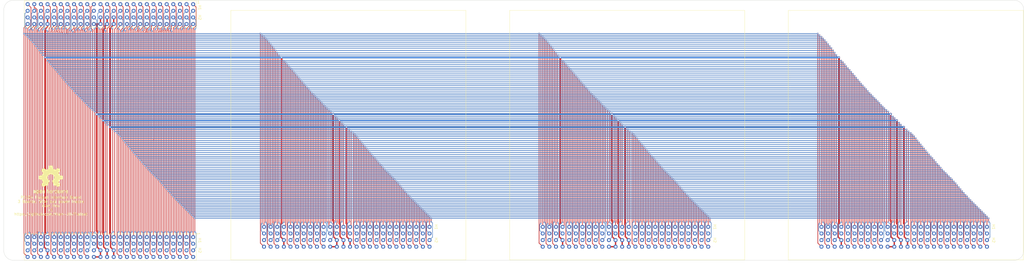
<source format=kicad_pcb>
(kicad_pcb (version 20211014) (generator pcbnew)
  (layers (0 "F.Cu" signal) (31 "B.Cu" signal) (34 "B.Paste" user) (35 "F.Paste" user) (36 "B.SilkS" user "B.Silkscreen") (37 "F.SilkS" user "F.Silkscreen") (38 "B.Mask" user) (39 "F.Mask" user) (44 "Edge.Cuts" user))
  (net 0 "")
  (net 1 "/H1-1")
  (net 2 "/H1-2")
  (net 3 "/H1-3")
  (net 4 "/H1-4")
  (net 5 "/H1-5")
  (net 6 "/H1-6")
  (net 7 "/H1-7")
  (net 8 "/H1-8")
  (net 9 "/H1-9")
  (net 10 "/H1-10")
  (net 11 "/H1-11")
  (net 12 "/H1-12")
  (net 13 "/H1-13")
  (net 14 "/H1-14")
  (net 15 "/H1-15")
  (net 16 "/H1-16")
  (net 17 "/H1-17")
  (net 18 "/H1-18")
  (net 19 "/H1-19")
  (net 20 "/H1-20")
  (net 21 "/H1-21")
  (net 22 "/H1-22")
  (net 23 "/H1-23")
  (net 24 "/H1-24")
  (net 25 "/H1-25")
  (net 26 "/H1-26")
  (net 27 "/H1-27")
  (net 28 "/H1-28")
  (net 29 "/H1-29")
  (net 30 "/H1-30")
  (net 31 "/H1-31")
  (net 32 "/H1-32")
  (net 33 "/H1-33")
  (net 34 "/H1-34")
  (net 35 "/H1-35")
  (net 36 "/H1-36")
  (net 37 "/H1-37")
  (net 38 "/H1-38")
  (net 39 "/H1-39")
  (net 40 "/H1-40")
  (net 41 "/H1-41")
  (net 42 "/H1-42")
  (net 43 "/H1-43")
  (net 44 "/H1-44")
  (net 45 "/H1-45")
  (net 46 "/H1-46")
  (net 47 "/H1-47")
  (net 48 "/H1-48")
  (net 49 "/H1-49")
  (net 50 "/H1-50")
  (net 51 "/H1-51")
  (net 52 "/H1-52")
  (net 53 "/H2-1")
  (net 54 "/H2-2")
  (net 55 "/H2-3")
  (net 56 "/H2-4")
  (net 57 "/H2-5")
  (net 58 "/H2-6")
  (net 59 "/H2-7")
  (net 60 "/H2-8")
  (net 61 "GND")
  (net 62 "/H2-10")
  (net 63 "/H2-11")
  (net 64 "/H2-12")
  (net 65 "/H2-13")
  (net 66 "/H2-15")
  (net 67 "/H2-16")
  (net 68 "/H2-18")
  (net 69 "/H2-19")
  (net 70 "/H2-20")
  (net 71 "/H2-23")
  (net 72 "/H2-24")
  (net 73 "/H2-31")
  (net 74 "/H2-33")
  (net 75 "/H2-34")
  (net 76 "/H2-35")
  (net 77 "/H2-36")
  (net 78 "/H2-37")
  (net 79 "/H2-38")
  (net 80 "/H2-39")
  (net 81 "/H2-40")
  (net 82 "/H2-41")
  (net 83 "/H2-42")
  (net 84 "/H2-43")
  (net 85 "/H2-44")
  (net 86 "/H2-49")
  (net 87 "/H2-50")
  (net 88 "/H2-51")
  (net 89 "/H2-52")
  (net 90 "/H2-9")
  (net 91 "/H2-14")
  (net 92 "/H2-17")
  (net 93 "/H2-21")
  (net 94 "/H2-22")
  (net 95 "/H2-47")
  (net 96 "/H2-48")
  (net 97 "+BATT")
  (net 98 "+3V3")
  (net 99 "+5V")
  (footprint "MountingHole:MountingHole_3.2mm_M3" (layer "F.Cu") (at -58.547 24.765)
    (fp_text reference "H2" hide)
    (fp_text value "MountingHole")
  )
  (footprint "flatsat:Header" (layer "F.Cu") (at 10.414 22.606 -90)
    (fp_text reference "A4" hide)
    (fp_text value "PC104")
  )
  (footprint "Symbol:OSHW-Logo2_14.6x12mm_SilkScreen" (layer "F.Cu") (at -44.196 90.17)
    (fp_text reference "REF**" hide)
    (fp_text value "OSHW-Logo2_14.6x12mm_SilkScreen" hide)
  )
  (footprint "MountingHole:MountingHole_3.2mm_M3" (layer "F.Cu") (at -58.547 117.348)
    (fp_text reference "H1" hide)
    (fp_text value "MountingHole")
  )
  (footprint "flatsat:PC104" (layer "F.Cu") (at 221.994 25.014 -90)
    (fp_text reference "A1" hide)
    (fp_text value "PC104")
  )
  (footprint "flatsat:PC104" (layer "F.Cu") (at 115.062 25.014 -90)
    (fp_text reference "A3" hide)
    (fp_text value "PC104")
  )
  (footprint "flatsat:PC104" (layer "F.Cu") (at 328.93 25.014 -90)
    (fp_text reference "A2" hide)
    (fp_text value "PC104")
  )
  (footprint "flatsat:Header" (layer "F.Cu") (at 10.414 112.141 -90)
    (fp_text reference "A5" hide)
    (fp_text value "PC104")
  )
  (gr_line (start 329.057 24.765) (end 329.057 117.348) (layer "Edge.Cuts") (width 0.1))
  (gr_line (start -58.547 21.082) (end 325.374 21.082) (layer "Edge.Cuts") (width 0.1))
  (gr_arc (start 325.374 21.082) (mid 327.978274 22.160726) (end 329.057 24.765) (layer "Edge.Cuts") (width 0.1))
  (gr_arc (start -58.547 121.031) (mid -61.151274 119.952274) (end -62.23 117.348) (layer "Edge.Cuts") (width 0.1))
  (gr_arc (start 329.057 117.348) (mid 327.978274 119.952274) (end 325.374 121.031) (layer "Edge.Cuts") (width 0.1))
  (gr_line (start 325.374 121.031) (end -58.547 121.031) (layer "Edge.Cuts") (width 0.1))
  (gr_arc (start -62.23 24.765) (mid -61.151274 22.160726) (end -58.547 21.082) (layer "Edge.Cuts") (width 0.1))
  (gr_line (start -62.23 117.348) (end -62.23 24.765) (layer "Edge.Cuts") (width 0.1))
  (gr_text "PC104 Flatsat Interface Board\n3 Boards, Wide bus power traces\nAlan Hsu\nv1\nhttps://github.com/Alan-JH/Flatsat" (at -44.196 100.076) (layer "F.SilkS") (effects (font (size 1 1))))
  (segment (start 11.557 30.861) (end 11.557 23.749) (width 0.254) (layer "F.Cu") (net 1))
  (segment (start 101.092 108.204) (end 101.092 104.267) (width 0.254) (layer "F.Cu") (net 1))
  (segment (start 10.414 32.004) (end 11.557 30.861) (width 0.254) (layer "F.Cu") (net 1))
  (segment (start 11.557 23.749) (end 10.414 22.606) (width 0.254) (layer "F.Cu") (net 1))
  (segment (start 10.414 112.141) (end 10.414 104.2585) (width 0.254) (layer "F.Cu") (net 1))
  (segment (start 314.96 108.204) (end 314.96 104.267) (width 0.254) (layer "F.Cu") (net 1))
  (segment (start 208.026 108.204) (end 208.026 104.267) (width 0.254) (layer "F.Cu") (net 1))
  (segment (start 10.414 104.2585) (end 10.414 32.004) (width 0.254) (layer "F.Cu") (net 1))
  (via (at 101.092 104.267) (size 0.6) (drill 0.3) (layers "F.Cu" "B.Cu") (net 1))
  (via (at 208.026 104.267) (size 0.6) (drill 0.3) (layers "F.Cu" "B.Cu") (net 1))
  (via (at 314.96 104.267) (size 0.6) (drill 0.3) (layers "F.Cu" "B.Cu") (net 1))
  (via (at 10.414 104.2585) (size 0.6) (drill 0.3) (layers "F.Cu" "B.Cu") (net 1))
  (segment (start 314.96 104.267) (end 314.9515 104.2585) (width 0.254) (layer "B.Cu") (net 1))
  (segment (start 314.9515 104.2585) (end 10.414 104.2585) (width 0.254) (layer "B.Cu") (net 1))
  (segment (start 314.3165 103.6405) (end 314.3165 106.172) (width 0.254) (layer "F.Cu") (net 2))
  (segment (start 314.325 103.632) (end 314.3165 103.6405) (width 0.254) (layer "F.Cu") (net 2))
  (segment (start 207.3825 103.6405) (end 207.3825 106.172) (width 0.254) (layer "F.Cu") (net 2))
  (segment (start 207.391 103.632) (end 207.3825 103.6405) (width 0.254) (layer "F.Cu") (net 2))
  (segment (start 9.7705 103.632) (end 9.7705 110.109) (width 0.254) (layer "F.Cu") (net 2))
  (segment (start 9.7705 31.812003) (end 9.7705 103.632) (width 0.254) (layer "F.Cu") (net 2))
  (segment (start 100.457 103.632) (end 100.4485 103.6405) (width 0.254) (layer "F.Cu") (net 2))
  (segment (start 100.4485 103.6405) (end 100.4485 106.172) (width 0.254) (layer "F.Cu") (net 2))
  (via (at 207.391 103.632) (size 0.6) (drill 0.3) (layers "F.Cu" "B.Cu") (net 2))
  (via (at 314.3165 106.172) (size 0.6) (drill 0.3) (layers "F.Cu" "B.Cu") (net 2))
  (via (at 9.7705 110.109) (size 0.6) (drill 0.3) (layers "F.Cu" "B.Cu") (net 2))
  (via (at 9.7705 103.632) (size 0.6) (drill 0.3) (layers "F.Cu" "B.Cu") (net 2))
  (via (at 100.4485 106.172) (size 0.6) (drill 0.3) (layers "F.Cu" "B.Cu") (net 2))
  (via (at 207.3825 106.172) (size 0.6) (drill 0.3) (layers "F.Cu" "B.Cu") (net 2))
  (via (at 314.325 103.632) (size 0.6) (drill 0.3) (layers "F.Cu" "B.Cu") (net 2))
  (via (at 100.457 103.632) (size 0.6) (drill 0.3) (layers "F.Cu" "B.Cu") (net 2))
  (via (at 9.7705 31.812003) (size 0.6) (drill 0.3) (layers "F.Cu" "B.Cu") (net 2))
  (segment (start 9.352489 26.207511) (end 10.414 25.146) (width 0.2) (layer "B.Cu") (net 2))
  (segment (start 9.7705 110.109) (end 9.352489 110.527011) (width 0.2) (layer "B.Cu") (net 2))
  (segment (start 9.7705 31.812003) (end 9.352489 31.393992) (width 0.2) (layer "B.Cu") (net 2))
  (segment (start 206.947031 106.607469) (end 206.947031 109.665031) (width 0.2) (layer "B.Cu") (net 2))
  (segment (start 100.4485 106.172) (end 100.030489 106.590011) (width 0.2) (layer "B.Cu") (net 2))
  (segment (start 100.030489 109.682489) (end 101.092 110.744) (width 0.2) (layer "B.Cu") (net 2))
  (segment (start 313.898489 109.682489) (end 314.96 110.744) (width 0.2) (layer "B.Cu") (net 2))
  (segment (start 9.352489 113.619489) (end 10.414 114.681) (width 0.2) (layer "B.Cu") (net 2))
  (segment (start 9.7705 103.632) (end 207.391 103.632) (width 0.254) (layer "B.Cu") (net 2))
  (segment (start 100.030489 106.590011) (end 100.030489 109.682489) (width 0.2) (layer "B.Cu") (net 2))
  (segment (start 9.352489 110.527011) (end 9.352489 113.619489) (width 0.2) (layer "B.Cu") (net 2))
  (segment (start 314.3165 106.172) (end 313.898489 106.590011) (width 0.2) (layer "B.Cu") (net 2))
  (segment (start 206.947031 109.665031) (end 208.026 110.744) (width 0.2) (layer "B.Cu") (net 2))
  (segment (start 313.898489 106.590011) (end 313.898489 109.682489) (width 0.2) (layer "B.Cu") (net 2))
  (segment (start 207.391 103.632) (end 314.325 103.632) (width 0.254) (layer "B.Cu") (net 2))
  (segment (start 207.3825 106.172) (end 206.947031 106.607469) (width 0.2) (layer "B.Cu") (net 2))
  (segment (start 9.352489 31.393992) (end 9.352489 26.207511) (width 0.2) (layer "B.Cu") (net 2))
  (segment (start 7.874 32.004) (end 8.962511 30.915489) (width 0.254) (layer "F.Cu") (net 3))
  (segment (start 8.962511 30.915489) (end 8.962511 23.694511) (width 0.254) (layer "F.Cu") (net 3))
  (segment (start 98.552 101.727) (end 98.552 108.204) (width 0.254) (layer "F.Cu") (net 3))
  (segment (start 7.861654 101.7185) (end 7.874 101.730846) (width 0.254) (layer "F.Cu") (net 3))
  (segment (start 7.874 101.730846) (end 7.874 112.141) (width 0.254) (layer "F.Cu") (net 3))
  (segment (start 312.42 101.727) (end 312.42 108.204) (width 0.254) (layer "F.Cu") (net 3))
  (segment (start 205.486 101.727) (end 205.486 108.204) (width 0.254) (layer "F.Cu") (net 3))
  (segment (start 7.861654 101.7185) (end 7.874 101.706154) (width 0.254) (layer "F.Cu") (net 3))
  (segment (start 7.874 101.706154) (end 7.874 32.004) (width 0.254) (layer "F.Cu") (net 3))
  (segment (start 8.962511 23.694511) (end 7.874 22.606) (width 0.254) (layer "F.Cu") (net 3))
  (via (at 98.552 101.727) (size 0.6) (drill 0.3) (layers "F.Cu" "B.Cu") (net 3))
  (via (at 312.42 101.727) (size 0.6) (drill 0.3) (layers "F.Cu" "B.Cu") (net 3))
  (via (at 205.486 101.727) (size 0.6) (drill 0.3) (layers "F.Cu" "B.Cu") (net 3))
  (via (at 7.861654 101.7185) (size 0.6) (drill 0.3) (layers "F.Cu" "B.Cu") (net 3))
  (segment (start 7.861654 101.7185) (end 312.4115 101.7185) (width 0.254) (layer "B.Cu") (net 3))
  (segment (start 312.4115 101.7185) (end 312.42 101.727) (width 0.254) (layer "B.Cu") (net 3))
  (segment (start 204.8425 101.1005) (end 204.8425 106.172) (width 0.254) (layer "F.Cu") (net 4))
  (segment (start 97.9085 101.1005) (end 97.9085 106.172) (width 0.254) (layer "F.Cu") (net 4))
  (segment (start 7.2305 101.075) (end 7.2305 31.812003) (width 0.254) (layer "F.Cu") (net 4))
  (segment (start 7.2475 101.092) (end 7.2305 101.075) (width 0.254) (layer "F.Cu") (net 4))
  (segment (start 311.785 101.092) (end 311.7765 101.1005) (width 0.254) (layer "F.Cu") (net 4))
  (segment (start 7.2475 101.092) (end 7.2305 101.109) (width 0.254) (layer "F.Cu") (net 4))
  (segment (start 204.851 101.092) (end 204.8425 101.1005) (width 0.254) (layer "F.Cu") (net 4))
  (segment (start 97.917 101.092) (end 97.9085 101.1005) (width 0.254) (layer "F.Cu") (net 4))
  (segment (start 7.2305 101.109) (end 7.2305 110.109) (width 0.254) (layer "F.Cu") (net 4))
  (segment (start 311.7765 101.1005) (end 311.7765 106.172) (width 0.254) (layer "F.Cu") (net 4))
  (via (at 311.785 101.092) (size 0.6) (drill 0.3) (layers "F.Cu" "B.Cu") (net 4))
  (via (at 311.7765 106.172) (size 0.6) (drill 0.3) (layers "F.Cu" "B.Cu") (net 4))
  (via (at 7.2305 31.812003) (size 0.6) (drill 0.3) (layers "F.Cu" "B.Cu") (net 4))
  (via (at 7.2305 110.109) (size 0.6) (drill 0.3) (layers "F.Cu" "B.Cu") (net 4))
  (via (at 204.851 101.092) (size 0.6) (drill 0.3) (layers "F.Cu" "B.Cu") (net 4))
  (via (at 97.9085 106.172) (size 0.6) (drill 0.3) (layers "F.Cu" "B.Cu") (net 4))
  (via (at 7.2475 101.092) (size 0.6) (drill 0.3) (layers "F.Cu" "B.Cu") (net 4))
  (via (at 97.917 101.092) (size 0.6) (drill 0.3) (layers "F.Cu" "B.Cu") (net 4))
  (via (at 204.8425 106.172) (size 0.6) (drill 0.3) (layers "F.Cu" "B.Cu") (net 4))
  (segment (start 204.407031 106.607469) (end 204.407031 109.665031) (width 0.2) (layer "B.Cu") (net 4))
  (segment (start 204.8425 106.172) (end 204.407031 106.607469) (width 0.2) (layer "B.Cu") (net 4))
  (segment (start 97.9085 106.172) (end 97.490489 106.590011) (width 0.2) (layer "B.Cu") (net 4))
  (segment (start 6.812489 110.527011) (end 6.812489 113.619489) (width 0.2) (layer "B.Cu") (net 4))
  (segment (start 311.7765 106.172) (end 311.358489 106.590011) (width 0.2) (layer "B.Cu") (net 4))
  (segment (start 311.358489 106.590011) (end 311.358489 109.682489) (width 0.2) (layer "B.Cu") (net 4))
  (segment (start 204.407031 109.665031) (end 205.486 110.744) (width 0.2) (layer "B.Cu") (net 4))
  (segment (start 97.490489 109.682489) (end 98.552 110.744) (width 0.2) (layer "B.Cu") (net 4))
  (segment (start 6.812489 31.393992) (end 6.812489 26.207511) (width 0.2) (layer "B.Cu") (net 4))
  (segment (start 311.358489 109.682489) (end 312.42 110.744) (width 0.2) (layer "B.Cu") (net 4))
  (segment (start 7.2305 31.812003) (end 6.812489 31.393992) (width 0.2) (layer "B.Cu") (net 4))
  (segment (start 204.851 101.092) (end 311.785 101.092) (width 0.254) (layer "B.Cu") (net 4))
  (segment (start 6.812489 113.619489) (end 7.874 114.681) (width 0.2) (layer "B.Cu") (net 4))
  (segment (start 97.490489 106.590011) (end 97.490489 109.682489) (width 0.2) (layer "B.Cu") (net 4))
  (segment (start 6.812489 26.207511) (end 7.874 25.146) (width 0.2) (layer "B.Cu") (net 4))
  (segment (start 7.2305 110.109) (end 6.812489 110.527011) (width 0.2) (layer "B.Cu") (net 4))
  (segment (start 7.2475 101.092) (end 204.851 101.092) (width 0.254) (layer "B.Cu") (net 4))
  (segment (start 5.334 32.004) (end 6.422511 30.915489) (width 0.254) (layer "F.Cu") (net 5))
  (segment (start 5.334 112.141) (end 5.334 99.1785) (width 0.254) (layer "F.Cu") (net 5))
  (segment (start 5.334 99.1785) (end 5.334 32.004) (width 0.254) (layer "F.Cu") (net 5))
  (segment (start 309.88 108.204) (end 309.88 99.187) (width 0.254) (layer "F.Cu") (net 5))
  (segment (start 6.422511 23.694511) (end 5.334 22.606) (width 0.254) (layer "F.Cu") (net 5))
  (segment (start 202.946 108.204) (end 202.946 99.187) (width 0.254) (layer "F.Cu") (net 5))
  (segment (start 6.422511 30.915489) (end 6.422511 23.694511) (width 0.254) (layer "F.Cu") (net 5))
  (segment (start 96.012 108.204) (end 96.012 99.187) (width 0.254) (layer "F.Cu") (net 5))
  (via (at 96.012 99.187) (size 0.6) (drill 0.3) (layers "F.Cu" "B.Cu") (net 5))
  (via (at 309.88 99.187) (size 0.6) (drill 0.3) (layers "F.Cu" "B.Cu") (net 5))
  (via (at 5.334 99.1785) (size 0.6) (drill 0.3) (layers "F.Cu" "B.Cu") (net 5))
  (via (at 202.946 99.187) (size 0.6) (drill 0.3) (layers "F.Cu" "B.Cu") (net 5))
  (segment (start 309.8715 99.1785) (end 309.88 99.187) (width 0.254) (layer "B.Cu") (net 5))
  (segment (start 5.334 99.1785) (end 309.8715 99.1785) (width 0.254) (layer "B.Cu") (net 5))
  (segment (start 202.3025 98.5605) (end 202.3025 106.172) (width 0.254) (layer "F.Cu") (net 6))
  (segment (start 95.377 98.552) (end 95.3685 98.5605) (width 0.254) (layer "F.Cu") (net 6))
  (segment (start 95.3685 98.5605) (end 95.3685 106.172) (width 0.254) (layer "F.Cu") (net 6))
  (segment (start 4.6905 98.552) (end 4.6905 32.004) (width 0.254) (layer "F.Cu") (net 6))
  (segment (start 4.6905 98.552) (end 4.6905 110.109) (width 0.254) (layer "F.Cu") (net 6))
  (segment (start 309.2365 98.5605) (end 309.2365 106.172) (width 0.254) (layer "F.Cu") (net 6))
  (segment (start 202.311 98.552) (end 202.3025 98.5605) (width 0.254) (layer "F.Cu") (net 6))
  (segment (start 309.245 98.552) (end 309.2365 98.5605) (width 0.254) (layer "F.Cu") (net 6))
  (via (at 309.2365 106.172) (size 0.6) (drill 0.3) (layers "F.Cu" "B.Cu") (net 6))
  (via (at 95.3685 106.172) (size 0.6) (drill 0.3) (layers "F.Cu" "B.Cu") (net 6))
  (via (at 95.377 98.552) (size 0.6) (drill 0.3) (layers "F.Cu" "B.Cu") (net 6))
  (via (at 202.3025 106.172) (size 0.6) (drill 0.3) (layers "F.Cu" "B.Cu") (net 6))
  (via (at 4.6905 32.004) (size 0.6) (drill 0.3) (layers "F.Cu" "B.Cu") (net 6))
  (via (at 202.311 98.552) (size 0.6) (drill 0.3) (layers "F.Cu" "B.Cu") (net 6))
  (via (at 4.6905 110.109) (size 0.6) (drill 0.3) (layers "F.Cu" "B.Cu") (net 6))
  (via (at 4.6905 98.552) (size 0.6) (drill 0.3) (layers "F.Cu" "B.Cu") (net 6))
  (via (at 309.245 98.552) (size 0.6) (drill 0.3) (layers "F.Cu" "B.Cu") (net 6))
  (segment (start 201.867031 109.665031) (end 202.946 110.744) (width 0.2) (layer "B.Cu") (net 6))
  (segment (start 4.272489 113.619489) (end 5.334 114.681) (width 0.2) (layer "B.Cu") (net 6))
  (segment (start 4.272489 110.527011) (end 4.272489 113.619489) (width 0.2) (layer "B.Cu") (net 6))
  (segment (start 95.3685 106.172) (end 94.950489 106.590011) (width 0.2) (layer "B.Cu") (net 6))
  (segment (start 94.950489 106.590011) (end 94.950489 109.682489) (width 0.2) (layer "B.Cu") (net 6))
  (segment (start 202.311 98.552) (end 309.245 98.552) (width 0.254) (layer "B.Cu") (net 6))
  (segment (start 4.6905 98.552) (end 202.311 98.552) (width 0.254) (layer "B.Cu") (net 6))
  (segment (start 4.6905 110.109) (end 4.272489 110.527011) (width 0.2) (layer "B.Cu") (net 6))
  (segment (start 308.818489 106.590011) (end 308.818489 109.682489) (width 0.2) (layer "B.Cu") (net 6))
  (segment (start 4.272489 26.207511) (end 5.334 25.146) (width 0.2) (layer "B.Cu") (net 6))
  (segment (start 202.3025 106.172) (end 201.867031 106.607469) (width 0.2) (layer "B.Cu") (net 6))
  (segment (start 94.950489 109.682489) (end 96.012 110.744) (width 0.2) (layer "B.Cu") (net 6))
  (segment (start 308.818489 109.682489) (end 309.88 110.744) (width 0.2) (layer "B.Cu") (net 6))
  (segment (start 4.272489 31.585989) (end 4.272489 26.207511) (width 0.2) (layer "B.Cu") (net 6))
  (segment (start 309.2365 106.172) (end 308.818489 106.590011) (width 0.2) (layer "B.Cu") (net 6))
  (segment (start 4.6905 32.004) (end 4.272489 31.585989) (width 0.2) (layer "B.Cu") (net 6))
  (segment (start 201.867031 106.607469) (end 201.867031 109.665031) (width 0.2) (layer "B.Cu") (net 6))
  (segment (start 307.34 108.204) (end 307.34 96.52) (width 0.254) (layer "F.Cu") (net 7))
  (segment (start 3.882511 30.676877) (end 3.882511 23.694511) (width 0.254) (layer "F.Cu") (net 7))
  (segment (start 3.048 31.496) (end 3.063388 31.496) (width 0.254) (layer "F.Cu") (net 7))
  (segment (start 2.794 96.52) (end 2.794 31.75) (width 0.254) (layer "F.Cu") (net 7))
  (segment (start 2.794 112.141) (end 2.794 96.52) (width 0.254) (layer "F.Cu") (net 7))
  (segment (start 3.882511 23.694511) (end 2.794 22.606) (width 0.254) (layer "F.Cu") (net 7))
  (segment (start 3.063388 31.496) (end 3.882511 30.676877) (width 0.254) (layer "F.Cu") (net 7))
  (segment (start 93.472 108.204) (end 93.472 96.52) (width 0.254) (layer "F.Cu") (net 7))
  (segment (start 200.406 108.204) (end 200.406 96.52) (width 0.254) (layer "F.Cu") (net 7))
  (segment (start 2.794 31.75) (end 3.048 31.496) (width 0.254) (layer "F.Cu") (net 7))
  (via (at 307.34 96.52) (size 0.6) (drill 0.3) (layers "F.Cu" "B.Cu") (net 7))
  (via (at 200.406 96.52) (size 0.6) (drill 0.3) (layers "F.Cu" "B.Cu") (net 7))
  (via (at 93.472 96.52) (size 0.6) (drill 0.3) (layers "F.Cu" "B.Cu") (net 7))
  (via (at 2.794 96.52) (size 0.6) (drill 0.3) (layers "F.Cu" "B.Cu") (net 7))
  (segment (start 2.794 96.52) (end 307.34 96.52) (width 0.254) (layer "B.Cu") (net 7))
  (segment (start 92.8285 95.8935) (end 92.8285 106.172) (width 0.254) (layer "F.Cu") (net 8))
  (segment (start 2.1675 95.885) (end 2.1505 95.902) (width 0.254) (layer "F.Cu") (net 8))
  (segment (start 199.7625 95.8935) (end 199.7625 106.172) (width 0.254) (layer "F.Cu") (net 8))
  (segment (start 92.837 95.885) (end 92.8285 95.8935) (width 0.254) (layer "F.Cu") (net 8))
  (segment (start 2.1505 95.902) (end 2.1505 110.109) (width 0.254) (layer "F.Cu") (net 8))
  (segment (start 2.1505 95.868) (end 2.1675 95.885) (width 0.254) (layer "F.Cu") (net 8))
  (segment (start 199.771 95.885) (end 199.7625 95.8935) (width 0.254) (layer "F.Cu") (net 8))
  (segment (start 306.705 95.885) (end 306.6965 95.8935) (width 0.254) (layer "F.Cu") (net 8))
  (segment (start 2.1505 33.082003) (end 2.1505 95.868) (width 0.254) (layer "F.Cu") (net 8))
  (segment (start 306.6965 95.8935) (end 306.6965 106.172) (width 0.254) (layer "F.Cu") (net 8))
  (via (at 199.7625 106.172) (size 0.6) (drill 0.3) (layers "F.Cu" "B.Cu") (net 8))
  (via (at 92.837 95.885) (size 0.6) (drill 0.3) (layers "F.Cu" "B.Cu") (net 8))
  (via (at 2.1505 33.082003) (size 0.6) (drill 0.3) (layers "F.Cu" "B.Cu") (net 8))
  (via (at 92.8285 106.172) (size 0.6) (drill 0.3) (layers "F.Cu" "B.Cu") (net 8))
  (via (at 306.6965 106.172) (size 0.6) (drill 0.3) (layers "F.Cu" "B.Cu") (net 8))
  (via (at 2.1675 95.885) (size 0.6) (drill 0.3) (layers "F.Cu" "B.Cu") (net 8))
  (via (at 199.771 95.885) (size 0.6) (drill 0.3) (layers "F.Cu" "B.Cu") (net 8))
  (via (at 2.1505 110.109) (size 0.6) (drill 0.3) (layers "F.Cu" "B.Cu") (net 8))
  (via (at 306.705 95.885) (size 0.6) (drill 0.3) (layers "F.Cu" "B.Cu") (net 8))
  (segment (start 1.732489 113.619489) (end 2.794 114.681) (width 0.2) (layer "B.Cu") (net 8))
  (segment (start 306.278489 109.682489) (end 307.34 110.744) (width 0.2) (layer "B.Cu") (net 8))
  (segment (start 1.732489 110.527011) (end 1.732489 113.619489) (width 0.2) (layer "B.Cu") (net 8))
  (segment (start 92.410489 109.682489) (end 93.472 110.744) (width 0.2) (layer "B.Cu") (net 8))
  (segment (start 92.8285 106.172) (end 92.410489 106.590011) (width 0.2) (layer "B.Cu") (net 8))
  (segment (start 199.327031 109.665031) (end 200.406 110.744) (width 0.2) (layer "B.Cu") (net 8))
  (segment (start 306.278489 106.590011) (end 306.278489 109.682489) (width 0.2) (layer "B.Cu") (net 8))
  (segment (start 92.410489 106.590011) (end 92.410489 109.682489) (width 0.2) (layer "B.Cu") (net 8))
  (segment (start 306.6965 106.172) (end 306.278489 106.590011) (width 0.2) (layer "B.Cu") (net 8))
  (segment (start 1.732489 26.207511) (end 2.794 25.146) (width 0.2) (layer "B.Cu") (net 8))
  (segment (start 199.7625 106.172) (end 199.327031 106.607469) (width 0.2) (layer "B.Cu") (net 8))
  (segment (start 2.1505 33.082003) (end 1.732489 32.663992) (width 0.2) (layer "B.Cu") (net 8))
  (segment (start 1.732489 32.663992) (end 1.732489 26.207511) (width 0.2) (layer "B.Cu") (net 8))
  (segment (start 199.771 95.885) (end 306.705 95.885) (width 0.254) (layer "B.Cu") (net 8))
  (segment (start 2.1505 110.109) (end 1.732489 110.527011) (width 0.2) (layer "B.Cu") (net 8))
  (segment (start 2.1675 95.885) (end 199.771 95.885) (width 0.254) (layer "B.Cu") (net 8))
  (segment (start 199.327031 106.607469) (end 199.327031 109.665031) (width 0.2) (layer "B.Cu") (net 8))
  (segment (start 0.491011 31.766989) (end 1.342511 30.915489) (width 0.254) (layer "F.Cu") (net 9))
  (segment (start 1.342511 23.694511) (end 0.254 22.606) (width 0.254) (layer "F.Cu") (net 9))
  (segment (start 0.254 32.899374) (end 0.491011 32.662363) (width 0.254) (layer "F.Cu") (net 9))
  (segment (start 0.254 93.726) (end 0.254 112.141) (width 0.254) (layer "F.Cu") (net 9))
  (segment (start 197.866 93.726) (end 197.866 108.204) (width 0.254) (layer "F.Cu") (net 9))
  (segment (start 1.342511 30.915489) (end 1.342511 23.694511) (width 0.254) (layer "F.Cu") (net 9))
  (segment (start 0.491011 32.662363) (end 0.491011 31.766989) (width 0.254) (layer "F.Cu") (net 9))
  (segment (start 304.8 93.726) (end 304.8 108.204) (width 0.254) (layer "F.Cu") (net 9))
  (segment (start 0.254 93.726) (end 0.254 32.899374) (width 0.254) (layer "F.Cu") (net 9))
  (segment (start 90.932 93.726) (end 90.932 108.204) (width 0.254) (layer "F.Cu") (net 9))
  (via (at 304.8 93.726) (size 0.6) (drill 0.3) (layers "F.Cu" "B.Cu") (net 9))
  (via (at 197.866 93.726) (size 0.6) (drill 0.3) (layers "F.Cu" "B.Cu") (net 9))
  (via (at 90.932 93.726) (size 0.6) (drill 0.3) (layers "F.Cu" "B.Cu") (net 9))
  (via (at 0.254 93.726) (size 0.6) (drill 0.3) (layers "F.Cu" "B.Cu") (net 9))
  (segment (start 0.254 93.726) (end 304.8 93.726) (width 0.254) (layer "B.Cu") (net 9))
  (segment (start 304.1565 92.9725) (end 304.1565 106.172) (width 0.254) (layer "F.Cu") (net 10))
  (segment (start 90.297 92.964) (end 90.2885 92.9725) (width 0.254) (layer "F.Cu") (net 10))
  (segment (start 197.231 92.964) (end 197.2225 92.9725) (width 0.254) (layer "F.Cu") (net 10))
  (segment (start -0.3895 92.964) (end -0.3895 110.109) (width 0.254) (layer "F.Cu") (net 10))
  (segment (start 90.2885 92.9725) (end 90.2885 106.172) (width 0.254) (layer "F.Cu") (net 10))
  (segment (start 197.2225 92.9725) (end 197.2225 106.172) (width 0.254) (layer "F.Cu") (net 10))
  (segment (start -0.3895 32.9015) (end -0.1355 32.6475) (width 0.254) (layer "F.Cu") (net 10))
  (segment (start 304.165 92.964) (end 304.1565 92.9725) (width 0.254) (layer "F.Cu") (net 10))
  (segment (start -0.3895 92.964) (end -0.3895 32.9015) (width 0.254) (layer "F.Cu") (net 10))
  (segment (start -0.1355 32.6475) (end -0.1355 32.258) (width 0.254) (layer "F.Cu") (net 10))
  (via (at -0.3895 92.964) (size 0.6) (drill 0.3) (layers "F.Cu" "B.Cu") (net 10))
  (via (at 304.1565 106.172) (size 0.6) (drill 0.3) (layers "F.Cu" "B.Cu") (net 10))
  (via (at -0.1355 32.258) (size 0.6) (drill 0.3) (layers "F.Cu" "B.Cu") (net 10))
  (via (at 90.2885 106.172) (size 0.6) (drill 0.3) (layers "F.Cu" "B.Cu") (net 10))
  (via (at 197.2225 106.172) (size 0.6) (drill 0.3) (layers "F.Cu" "B.Cu") (net 10))
  (via (at -0.3895 110.109) (size 0.6) (drill 0.3) (layers "F.Cu" "B.Cu") (net 10))
  (via (at 304.165 92.964) (size 0.6) (drill 0.3) (layers "F.Cu" "B.Cu") (net 10))
  (via (at 197.231 92.964) (size 0.6) (drill 0.3) (layers "F.Cu" "B.Cu") (net 10))
  (via (at 90.297 92.964) (size 0.6) (drill 0.3) (layers "F.Cu" "B.Cu") (net 10))
  (segment (start -0.807511 113.619489) (end 0.254 114.681) (width 0.2) (layer "B.Cu") (net 10))
  (segment (start 196.787031 109.665031) (end 197.866 110.744) (width 0.2) (layer "B.Cu") (net 10))
  (segment (start 89.870489 109.682489) (end 90.932 110.744) (width 0.2) (layer "B.Cu") (net 10))
  (segment (start 90.2885 106.172) (end 89.870489 106.590011) (width 0.2) (layer "B.Cu") (net 10))
  (segment (start 303.738489 106.590011) (end 303.738489 109.682489) (width 0.2) (layer "B.Cu") (net 10))
  (segment (start -0.3895 92.964) (end 197.231 92.964) (width 0.254) (layer "B.Cu") (net 10))
  (segment (start 304.1565 106.172) (end 303.738489 106.590011) (width 0.2) (layer "B.Cu") (net 10))
  (segment (start 196.787031 106.607469) (end 196.787031 109.665031) (width 0.2) (layer "B.Cu") (net 10))
  (segment (start 89.870489 106.590011) (end 89.870489 109.682489) (width 0.2) (layer "B.Cu") (net 10))
  (segment (start -0.824969 26.224969) (end 0.254 25.146) (width 0.2) (layer "B.Cu") (net 10))
  (segment (start 197.231 92.964) (end 304.165 92.964) (width 0.254) (layer "B.Cu") (net 10))
  (segment (start -0.1355 32.258) (end -0.824969 31.568531) (width 0.2) (layer "B.Cu") (net 10))
  (segment (start -0.807511 110.527011) (end -0.807511 113.619489) (width 0.2) (layer "B.Cu") (net 10))
  (segment (start 303.738489 109.682489) (end 304.8 110.744) (width 0.2) (layer "B.Cu") (net 10))
  (segment (start 197.2225 106.172) (end 196.787031 106.607469) (width 0.2) (layer "B.Cu") (net 10))
  (segment (start -0.3895 110.109) (end -0.807511 110.527011) (width 0.2) (layer "B.Cu") (net 10))
  (segment (start -0.824969 31.568531) (end -0.824969 26.224969) (width 0.2) (layer "B.Cu") (net 10))
  (segment (start -1.197489 31.169489) (end -1.197489 23.694511) (width 0.254) (layer "F.Cu") (net 11))
  (segment (start 302.26 108.204) (end 302.26 90.805) (width 0.254) (layer "F.Cu") (net 11))
  (segment (start -2.286 90.805) (end -2.286 33.153374) (width 0.254) (layer "F.Cu") (net 11))
  (segment (start 195.326 108.204) (end 195.326 90.805) (width 0.254) (layer "F.Cu") (net 11))
  (segment (start -2.032 32.899374) (end -2.032 32.004) (width 0.254) (layer "F.Cu") (net 11))
  (segment (start -2.286 33.153374) (end -2.032 32.899374) (width 0.254) (layer "F.Cu") (net 11))
  (segment (start -2.286 112.141) (end -2.286 90.805) (width 0.254) (layer "F.Cu") (net 11))
  (segment (start 88.392 108.204) (end 88.392 90.805) (width 0.254) (layer "F.Cu") (net 11))
  (segment (start -1.197489 23.694511) (end -2.286 22.606) (width 0.254) (layer "F.Cu") (net 11))
  (segment (start -2.032 32.004) (end -1.197489 31.169489) (width 0.254) (layer "F.Cu") (net 11))
  (via (at -2.286 90.805) (size 0.6) (drill 0.3) (layers "F.Cu" "B.Cu") (net 11))
  (via (at 88.392 90.805) (size 0.6) (drill 0.3) (layers "F.Cu" "B.Cu") (net 11))
  (via (at 195.326 90.805) (size 0.6) (drill 0.3) (layers "F.Cu" "B.Cu") (net 11))
  (via (at 302.26 90.805) (size 0.6) (drill 0.3) (layers "F.Cu" "B.Cu") (net 11))
  (segment (start -2.286 90.805) (end 302.26 90.805) (width 0.254) (layer "B.Cu") (net 11))
  (segment (start 301.6165 90.0515) (end 301.6165 106.172) (width 0.254) (layer "F.Cu") (net 12))
  (segment (start -2.9295 33.1555) (end -2.6755 32.9015) (width 0.254) (layer "F.Cu") (net 12))
  (segment (start 194.691 90.043) (end 194.6825 90.0515) (width 0.254) (layer "F.Cu") (net 12))
  (segment (start -2.9295 90.0345) (end -2.9295 33.1555) (width 0.254) (layer "F.Cu") (net 12))
  (segment (start 194.6825 90.0515) (end 194.6825 106.172) (width 0.254) (layer "F.Cu") (net 12))
  (segment (start 87.757 90.043) (end 87.7485 90.0515) (width 0.254) (layer "F.Cu") (net 12))
  (segment (start 87.7485 90.0515) (end 87.7485 106.172) (width 0.254) (layer "F.Cu") (net 12))
  (segment (start -2.921 90.043) (end -2.9295 90.0515) (width 0.254) (layer "F.Cu") (net 12))
  (segment (start -2.921 90.043) (end -2.9295 90.0345) (width 0.254) (layer "F.Cu") (net 12))
  (segment (start -2.9295 90.0515) (end -2.9295 110.109) (width 0.254) (layer "F.Cu") (net 12))
  (segment (start 301.625 90.043) (end 301.6165 90.0515) (width 0.254) (layer "F.Cu") (net 12))
  (segment (start -2.6755 32.9015) (end -2.6755 32.004) (width 0.254) (layer "F.Cu") (net 12))
  (via (at 301.625 90.043) (size 0.6) (drill 0.3) (layers "F.Cu" "B.Cu") (net 12))
  (via (at -2.6755 32.004) (size 0.6) (drill 0.3) (layers "F.Cu" "B.Cu") (net 12))
  (via (at 87.757 90.043) (size 0.6) (drill 0.3) (layers "F.Cu" "B.Cu") (net 12))
  (via (at 301.6165 106.172) (size 0.6) (drill 0.3) (layers "F.Cu" "B.Cu") (net 12))
  (via (at 87.7485 106.172) (size 0.6) (drill 0.3) (layers "F.Cu" "B.Cu") (net 12))
  (via (at -2.9295 110.109) (size 0.6) (drill 0.3) (layers "F.Cu" "B.Cu") (net 12))
  (via (at 194.6825 106.172) (size 0.6) (drill 0.3) (layers "F.Cu" "B.Cu") (net 12))
  (via (at 194.691 90.043) (size 0.6) (drill 0.3) (layers "F.Cu" "B.Cu") (net 12))
  (via (at -2.921 90.043) (size 0.6) (drill 0.3) (layers "F.Cu" "B.Cu") (net 12))
  (segment (start -3.347511 113.619489) (end -2.286 114.681) (width 0.2) (layer "B.Cu") (net 12))
  (segment (start 301.198489 109.682489) (end 302.26 110.744) (width 0.2) (layer "B.Cu") (net 12))
  (segment (start -3.347511 110.527011) (end -3.347511 113.619489) (width 0.2) (layer "B.Cu") (net 12))
  (segment (start -3.347511 31.331989) (end -3.347511 26.207511) (width 0.2) (layer "B.Cu") (net 12))
  (segment (start 301.6165 106.172) (end 301.198489 106.590011) (width 0.2) (layer "B.Cu") (net 12))
  (segment (start 301.198489 106.590011) (end 301.198489 109.682489) (width 0.2) (layer "B.Cu") (net 12))
  (segment (start 87.7485 106.172) (end 87.330489 106.590011) (width 0.2) (layer "B.Cu") (net 12))
  (segment (start -3.347511 26.207511) (end -2.286 25.146) (width 0.2) (layer "B.Cu") (net 12))
  (segment (start -2.9295 110.109) (end -3.347511 110.527011) (width 0.2) (layer "B.Cu") (net 12))
  (segment (start 87.330489 106.590011) (end 87.330489 109.682489) (width 0.2) (layer "B.Cu") (net 12))
  (segment (start -2.921 90.043) (end 194.691 90.043) (width 0.254) (layer "B.Cu") (net 12))
  (segment (start 194.6825 106.172) (end 194.247031 106.607469) (width 0.2) (layer "B.Cu") (net 12))
  (segment (start 194.247031 109.665031) (end 195.326 110.744) (width 0.2) (layer "B.Cu") (net 12))
  (segment (start 194.691 90.043) (end 301.625 90.043) (width 0.254) (layer "B.Cu") (net 12))
  (segment (start 194.247031 106.607469) (end 194.247031 109.665031) (width 0.2) (layer "B.Cu") (net 12))
  (segment (start -2.6755 32.004) (end -3.347511 31.331989) (width 0.2) (layer "B.Cu") (net 12))
  (segment (start 87.330489 109.682489) (end 88.392 110.744) (width 0.2) (layer "B.Cu") (net 12))
  (segment (start 299.72 108.204) (end 299.72 88.138) (width 0.254) (layer "F.Cu") (net 13))
  (segment (start -4.772486 31.950486) (end -3.737489 30.915489) (width 0.254) (layer "F.Cu") (net 13))
  (segment (start -4.826 88.138) (end -4.826 74.676) (width 0.254) (layer "F.Cu") (net 13))
  (segment (start -3.737489 30.915489) (end -3.737489 23.694511) (width 0.254) (layer "F.Cu") (net 13))
  (segment (start -3.737489 23.694511) (end -4.826 22.606) (width 0.254) (layer "F.Cu") (net 13))
  (segment (start -4.826 74.676) (end -4.772486 74.622486) (width 0.254) (layer "F.Cu") (net 13))
  (segment (start 85.852 108.204) (end 85.852 88.138) (width 0.254) (layer "F.Cu") (net 13))
  (segment (start -4.772486 74.622486) (end -4.772486 31.950486) (width 0.254) (layer "F.Cu") (net 13))
  (segment (start 192.786 108.204) (end 192.786 88.138) (width 0.254) (layer "F.Cu") (net 13))
  (segment (start -4.826 112.141) (end -4.826 88.138) (width 0.254) (layer "F.Cu") (net 13))
  (via (at -4.826 88.138) (size 0.6) (drill 0.3) (layers "F.Cu" "B.Cu") (net 13))
  (via (at 85.852 88.138) (size 0.6) (drill 0.3) (layers "F.Cu" "B.Cu") (net 13))
  (via (at 299.72 88.138) (size 0.6) (drill 0.3) (layers "F.Cu" "B.Cu") (net 13))
  (via (at 192.786 88.138) (size 0.6) (drill 0.3) (layers "F.Cu" "B.Cu") (net 13))
  (segment (start -4.826 88.138) (end 299.72 88.138) (width 0.254) (layer "B.Cu") (net 13))
  (segment (start 85.217 87.503) (end 85.2085 87.5115) (width 0.254) (layer "F.Cu") (net 14))
  (segment (start 192.151 87.503) (end 192.1425 87.5115) (width 0.254) (layer "F.Cu") (net 14))
  (segment (start -5.461 87.503) (end -5.4695 87.4945) (width 0.254) (layer "F.Cu") (net 14))
  (segment (start 299.085 87.503) (end 299.0765 87.5115) (width 0.254) (layer "F.Cu") (net 14))
  (segment (start -5.4695 87.5115) (end -5.4695 110.109) (width 0.254) (layer "F.Cu") (net 14))
  (segment (start 299.0765 87.5115) (end 299.0765 106.172) (width 0.254) (layer "F.Cu") (net 14))
  (segment (start -5.4695 87.4945) (end -5.4695 33.025506) (width 0.254) (layer "F.Cu") (net 14))
  (segment (start 192.1425 87.5115) (end 192.1425 106.172) (width 0.254) (layer "F.Cu") (net 14))
  (segment (start 85.2085 87.5115) (end 85.2085 106.172) (width 0.254) (layer "F.Cu") (net 14))
  (segment (start -5.4695 33.025506) (end -5.398997 32.955003) (width 0.254) (layer "F.Cu") (net 14))
  (segment (start -5.461 87.503) (end -5.4695 87.5115) (width 0.254) (layer "F.Cu") (net 14))
  (via (at -5.461 87.503) (size 0.6) (drill 0.3) (layers "F.Cu" "B.Cu") (net 14))
  (via (at 192.1425 106.172) (size 0.6) (drill 0.3) (layers "F.Cu" "B.Cu") (net 14))
  (via (at 299.0765 106.172) (size 0.6) (drill 0.3) (layers "F.Cu" "B.Cu") (net 14))
  (via (at 85.217 87.503) (size 0.6) (drill 0.3) (layers "F.Cu" "B.Cu") (net 14))
  (via (at 192.151 87.503) (size 0.6) (drill 0.3) (layers "F.Cu" "B.Cu") (net 14))
  (via (at -5.398997 32.955003) (size 0.6) (drill 0.3) (layers "F.Cu" "B.Cu") (net 14))
  (via (at 85.2085 106.172) (size 0.6) (drill 0.3) (layers "F.Cu" "B.Cu") (net 14))
  (via (at -5.4695 110.109) (size 0.6) (drill 0.3) (layers "F.Cu" "B.Cu") (net 14))
  (via (at 299.085 87.503) (size 0.6) (drill 0.3) (layers "F.Cu" "B.Cu") (net 14))
  (segment (start -5.4695 110.109) (end -5.887511 110.527011) (width 0.2) (layer "B.Cu") (net 14))
  (segment (start -5.887511 110.527011) (end -5.887511 113.619489) (width 0.2) (layer "B.Cu") (net 14))
  (segment (start -5.904969 32.449031) (end -5.904969 30.683151) (width 0.2) (layer "B.Cu") (net 14))
  (segment (start 298.658489 106.590011) (end 298.658489 109.682489) (width 0.2) (layer "B.Cu") (net 14))
  (segment (start -5.887511 30.665693) (end -5.887511 26.207511) (width 0.2) (layer "B.Cu") (net 14))
  (segment (start 84.790489 106.590011) (end 84.790489 109.682489) (width 0.2) (layer "B.Cu") (net 14))
  (segment (start 298.658489 109.682489) (end 299.72 110.744) (width 0.2) (layer "B.Cu") (net 14))
  (segment (start -5.887511 26.207511) (end -4.826 25.146) (width 0.2) (layer "B.Cu") (net 14))
  (segment (start 84.790489 109.682489) (end 85.852 110.744) (width 0.2) (layer "B.Cu") (net 14))
  (segment (start -5.904969 30.683151) (end -5.887511 30.665693) (width 0.2) (layer "B.Cu") (net 14))
  (segment (start 85.2085 106.172) (end 84.790489 106.590011) (width 0.2) (layer "B.Cu") (net 14))
  (segment (start 192.1425 106.172) (end 191.707031 106.607469) (width 0.2) (layer "B.Cu") (net 14))
  (segment (start 192.151 87.503) (end 299.085 87.503) (width 0.254) (layer "B.Cu") (net 14))
  (segment (start -5.461 87.503) (end 192.151 87.503) (width 0.254) (layer "B.Cu") (net 14))
  (segment (start 191.707031 106.607469) (end 191.707031 109.665031) (width 0.2) (layer "B.Cu") (net 14))
  (segment (start 191.707031 109.665031) (end 192.786 110.744) (width 0.2) (layer "B.Cu") (net 14))
  (segment (start -5.887511 113.619489) (end -4.826 114.681) (width 0.2) (layer "B.Cu") (net 14))
  (segment (start -5.398997 32.955003) (end -5.904969 32.449031) (width 0.2) (layer "B.Cu") (net 14))
  (segment (start 299.0765 106.172) (end 298.658489 106.590011) (width 0.2) (layer "B.Cu") (net 14))
  (segment (start -7.110958 32.00951) (end -7.110958 32.002958) (width 0.254) (layer "F.Cu") (net 15))
  (segment (start -7.366 85.471) (end -7.366 33.407374) (width 0.254) (layer "F.Cu") (net 15))
  (segment (start -6.277489 23.694511) (end -7.366 22.606) (width 0.254) (layer "F.Cu") (net 15))
  (segment (start 83.312 108.204) (end 83.312 85.471) (width 0.254) (layer "F.Cu") (net 15))
  (segment (start -7.110958 32.002958) (end -6.277489 31.169489) (width 0.254) (layer "F.Cu") (net 15))
  (segment (start -7.283949 32.182501) (end -7.110958 32.00951) (width 0.254) (layer "F.Cu") (net 15))
  (segment (start -7.283949 33.325323) (end -7.283949 32.182501) (width 0.254) (layer "F.Cu") (net 15))
  (segment (start 297.18 108.204) (end 297.18 85.471) (width 0.254) (layer "F.Cu") (net 15))
  (segment (start 190.246 108.204) (end 190.246 85.471) (width 0.254) (layer "F.Cu") (net 15))
  (segment (start -7.366 112.141) (end -7.366 85.471) (width 0.254) (layer "F.Cu") (net 15))
  (segment (start -6.277489 31.169489) (end -6.277489 23.694511) (width 0.254) (layer "F.Cu") (net 15))
  (segment (start -7.366 33.407374) (end -7.283949 33.325323) (width 0.254) (layer "F.Cu") (net 15))
  (via (at 190.246 85.471) (size 0.6) (drill 0.3) (layers "F.Cu" "B.Cu") (net 15))
  (via (at 297.18 85.471) (size 0.6) (drill 0.3) (layers "F.Cu" "B.Cu") (net 15))
  (via (at 83.312 85.471) (size 0.6) (drill 0.3) (layers "F.Cu" "B.Cu") (net 15))
  (via (at -7.366 85.471) (size 0.6) (drill 0.3) (layers "F.Cu" "B.Cu") (net 15))
  (segment (start -7.366 85.471) (end 297.18 85.471) (width 0.254) (layer "B.Cu") (net 15))
  (segment (start -7.9925 84.709) (end -8.0095 84.726) (width 0.254) (layer "F.Cu") (net 16))
  (segment (start -7.9925 84.709) (end -8.0095 84.692) (width 0.254) (layer "F.Cu") (net 16))
  (segment (start -8.0095 84.726) (end -8.0095 110.109) (width 0.254) (layer "F.Cu") (net 16))
  (segment (start 82.677 84.709) (end 82.6685 84.7175) (width 0.254) (layer "F.Cu") (net 16))
  (segment (start 82.6685 84.7175) (end 82.6685 106.172) (width 0.254) (layer "F.Cu") (net 16))
  (segment (start 296.5365 84.7175) (end 296.5365 106.172) (width 0.254) (layer "F.Cu") (net 16))
  (segment (start 189.6025 84.7175) (end 189.6025 106.172) (width 0.254) (layer "F.Cu") (net 16))
  (segment (start 296.545 84.709) (end 296.5365 84.7175) (width 0.254) (layer "F.Cu") (net 16))
  (segment (start -8.0095 33.4095) (end -7.737469 33.137469) (width 0.254) (layer "F.Cu") (net 16))
  (segment (start -8.0095 84.692) (end -8.0095 33.4095) (width 0.254) (layer "F.Cu") (net 16))
  (segment (start 189.611 84.709) (end 189.6025 84.7175) (width 0.254) (layer "F.Cu") (net 16))
  (segment (start -7.737469 33.137469) (end -7.737469 31.75) (width 0.254) (layer "F.Cu") (net 16))
  (via (at 189.611 84.709) (size 0.6) (drill 0.3) (layers "F.Cu" "B.Cu") (net 16))
  (via (at 189.6025 106.172) (size 0.6) (drill 0.3) (layers "F.Cu" "B.Cu") (net 16))
  (via (at 296.5365 106.172) (size 0.6) (drill 0.3) (layers "F.Cu" "B.Cu") (net 16))
  (via (at -8.0095 110.109) (size 0.6) (drill 0.3) (layers "F.Cu" "B.Cu") (net 16))
  (via (at -7.9925 84.709) (size 0.6) (drill 0.3) (layers "F.Cu" "B.Cu") (net 16))
  (via (at 82.677 84.709) (size 0.6) (drill 0.3) (layers "F.Cu" "B.Cu") (net 16))
  (via (at 82.6685 106.172) (size 0.6) (drill 0.3) (layers "F.Cu" "B.Cu") (net 16))
  (via (at -7.737469 31.75) (size 0.6) (drill 0.3) (layers "F.Cu" "B.Cu") (net 16))
  (via (at 296.545 84.709) (size 0.6) (drill 0.3) (layers "F.Cu" "B.Cu") (net 16))
  (segment (start 189.167031 109.665031) (end 190.246 110.744) (width 0.2) (layer "B.Cu") (net 16))
  (segment (start 189.611 84.709) (end 296.545 84.709) (width 0.254) (layer "B.Cu") (net 16))
  (segment (start -8.427511 31.059958) (end -8.427511 26.207511) (width 0.2) (layer "B.Cu") (net 16))
  (segment (start 82.6685 106.172) (end 82.250489 106.590011) (width 0.2) (layer "B.Cu") (net 16))
  (segment (start -7.9925 84.709) (end 189.611 84.709) (width 0.254) (layer "B.Cu") (net 16))
  (segment (start 296.118489 109.682489) (end 297.18 110.744) (width 0.2) (layer "B.Cu") (net 16))
  (segment (start 189.6025 106.172) (end 189.167031 106.607469) (width 0.2) (layer "B.Cu") (net 16))
  (segment (start -8.427511 26.207511) (end -7.366 25.146) (width 0.2) (layer "B.Cu") (net 16))
  (segment (start 82.250489 109.682489) (end 83.312 110.744) (width 0.2) (layer "B.Cu") (net 16))
  (segment (start 296.5365 106.172) (end 296.118489 106.590011) (width 0.2) (layer "B.Cu") (net 16))
  (segment (start -8.0095 110.109) (end -8.427511 110.527011) (width 0.2) (layer "B.Cu") (net 16))
  (segment (start 189.167031 106.607469) (end 189.167031 109.665031) (width 0.2) (layer "B.Cu") (net 16))
  (segment (start -8.427511 113.619489) (end -7.366 114.681) (width 0.2) (layer "B.Cu") (net 16))
  (segment (start -8.427511 110.527011) (end -8.427511 113.619489) (width 0.2) (layer "B.Cu") (net 16))
  (segment (start 82.250489 106.590011) (end 82.250489 109.682489) (width 0.2) (layer "B.Cu") (net 16))
  (segment (start 296.118489 106.590011) (end 296.118489 109.682489) (width 0.2) (layer "B.Cu") (net 16))
  (segment (start -7.737469 31.75) (end -8.427511 31.059958) (width 0.2) (layer "B.Cu") (net 16))
  (segment (start -9.906 82.55) (end -9.906 32.512) (width 0.254) (layer "F.Cu") (net 17))
  (segment (start -8.817489 31.423489) (end -8.817489 23.694511) (width 0.254) (layer "F.Cu") (net 17))
  (segment (start -9.906 112.141) (end -9.906 82.55) (width 0.254) (layer "F.Cu") (net 17))
  (segment (start -9.906 32.512) (end -8.817489 31.423489) (width 0.254) (layer "F.Cu") (net 17))
  (segment (start 294.64 108.204) (end 294.64 82.55) (width 0.254) (layer "F.Cu") (net 17))
  (segment (start 80.772 108.204) (end 80.772 82.55) (width 0.254) (layer "F.Cu") (net 17))
  (segment (start 187.706 108.204) (end 187.706 82.55) (width 0.254) (layer "F.Cu") (net 17))
  (segment (start -8.817489 23.694511) (end -9.906 22.606) (width 0.254) (layer "F.Cu") (net 17))
  (via (at 80.772 82.55) (size 0.6) (drill 0.3) (layers "F.Cu" "B.Cu") (net 17))
  (via (at 294.64 82.55) (size 0.6) (drill 0.3) (layers "F.Cu" "B.Cu") (net 17))
  (via (at 187.706 82.55) (size 0.6) (drill 0.3) (layers "F.Cu" "B.Cu") (net 17))
  (via (at -9.906 82.55) (size 0.6) (drill 0.3) (layers "F.Cu" "B.Cu") (net 17))
  (segment (start -9.906 82.55) (end 294.64 82.55) (width 0.254) (layer "B.Cu") (net 17))
  (segment (start -10.5495 33.034874) (end -10.46848 32.953854) (width 0.254) (layer "F.Cu") (net 18))
  (segment (start 294.005 81.788) (end 293.9965 81.7965) (width 0.254) (layer "F.Cu") (net 18))
  (segment (start -10.46848 32.111983) (end -10.2955 31.939003) (width 0.254) (layer "F.Cu") (net 18))
  (segment (start 80.1285 81.7965) (end 80.1285 106.172) (width 0.254) (layer "F.Cu") (net 18))
  (segment (start -10.5495 81.788) (end -10.5495 110.109) (width 0.254) (layer "F.Cu") (net 18))
  (segment (start 80.137 81.788) (end 80.1285 81.7965) (width 0.254) (layer "F.Cu") (net 18))
  (segment (start 187.071 81.788) (end 187.0625 81.7965) (width 0.254) (layer "F.Cu") (net 18))
  (segment (start -10.46848 32.953854) (end -10.46848 32.111983) (width 0.254) (layer "F.Cu") (net 18))
  (segment (start 187.0625 81.7965) (end 187.0625 106.172) (width 0.254) (layer "F.Cu") (net 18))
  (segment (start 293.9965 81.7965) (end 293.9965 106.172) (width 0.254) (layer "F.Cu") (net 18))
  (segment (start -10.5495 81.788) (end -10.5495 33.034874) (width 0.254) (layer "F.Cu") (net 18))
  (via (at 294.005 81.788) (size 0.6) (drill 0.3) (layers "F.Cu" "B.Cu") (net 18))
  (via (at 80.137 81.788) (size 0.6) (drill 0.3) (layers "F.Cu" "B.Cu") (net 18))
  (via (at 293.9965 106.172) (size 0.6) (drill 0.3) (layers "F.Cu" "B.Cu") (net 18))
  (via (at -10.5495 81.788) (size 0.6) (drill 0.3) (layers "F.Cu" "B.Cu") (net 18))
  (via (at 80.1285 106.172) (size 0.6) (drill 0.3) (layers "F.Cu" "B.Cu") (net 18))
  (via (at -10.5495 110.109) (size 0.6) (drill 0.3) (layers "F.Cu" "B.Cu") (net 18))
  (via (at 187.071 81.788) (size 0.6) (drill 0.3) (layers "F.Cu" "B.Cu") (net 18))
  (via (at -10.2955 31.939003) (size 0.6) (drill 0.3) (layers "F.Cu" "B.Cu") (net 18))
  (via (at 187.0625 106.172) (size 0.6) (drill 0.3) (layers "F.Cu" "B.Cu") (net 18))
  (segment (start 186.627031 109.665031) (end 187.706 110.744) (width 0.2) (layer "B.Cu") (net 18))
  (segment (start -10.967511 110.527011) (end -10.967511 113.619489) (width 0.2) (layer "B.Cu") (net 18))
  (segment (start -10.967511 26.207511) (end -9.906 25.146) (width 0.2) (layer "B.Cu") (net 18))
  (segment (start -10.2955 31.939003) (end -10.967511 31.266992) (width 0.2) (layer "B.Cu") (net 18))
  (segment (start -10.967511 113.619489) (end -9.906 114.681) (width 0.2) (layer "B.Cu") (net 18))
  (segment (start 293.578489 109.682489) (end 294.64 110.744) (width 0.2) (layer "B.Cu") (net 18))
  (segment (start 79.710489 109.682489) (end 80.772 110.744) (width 0.2) (layer "B.Cu") (net 18))
  (segment (start 186.627031 106.607469) (end 186.627031 109.665031) (width 0.2) (layer "B.Cu") (net 18))
  (segment (start 293.578489 106.590011) (end 293.578489 109.682489) (width 0.2) (layer "B.Cu") (net 18))
  (segment (start 187.071 81.788) (end 294.005 81.788) (width 0.254) (layer "B.Cu") (net 18))
  (segment (start 293.9965 106.172) (end 293.578489 106.590011) (width 0.2) (layer "B.Cu") (net 18))
  (segment (start -10.967511 31.266992) (end -10.967511 26.207511) (width 0.2) (layer "B.Cu") (net 18))
  (segment (start 79.710489 106.590011) (end 79.710489 109.682489) (width 0.2) (layer "B.Cu") (net 18))
  (segment (start 80.1285 106.172) (end 79.710489 106.590011) (width 0.2) (layer "B.Cu") (net 18))
  (segment (start -10.5495 110.109) (end -10.967511 110.527011) (width 0.2) (layer "B.Cu") (net 18))
  (segment (start -10.5495 81.788) (end 187.071 81.788) (width 0.254) (layer "B.Cu") (net 18))
  (segment (start 187.0625 106.172) (end 186.627031 106.607469) (width 0.2) (layer "B.Cu") (net 18))
  (segment (start -12.446 112.141) (end -12.446 79.629) (width 0.254) (layer "F.Cu") (net 19))
  (segment (start 78.232 108.204) (end 78.232 79.629) (width 0.254) (layer "F.Cu") (net 19))
  (segment (start -12.446 32.365032) (end -12.344478 32.26351) (width 0.254) (layer "F.Cu") (net 19))
  (segment (start -11.357489 31.169489) (end -11.357489 23.694511) (width 0.254) (layer "F.Cu") (net 19))
  (segment (start -12.344478 32.26351) (end -12.344478 32.156478) (width 0.254) (layer "F.Cu") (net 19))
  (segment (start -11.357489 23.694511) (end -12.446 22.606) (width 0.254) (layer "F.Cu") (net 19))
  (segment (start 292.1 108.204) (end 292.1 79.629) (width 0.254) (layer "F.Cu") (net 19))
  (segment (start 185.166 108.204) (end 185.166 79.629) (width 0.254) (layer "F.Cu") (net 19))
  (segment (start -12.344478 32.156478) (end -11.357489 31.169489) (width 0.254) (layer "F.Cu") (net 19))
  (segment (start -12.446 79.629) (end -12.446 32.365032) (width 0.254) (layer "F.Cu") (net 19))
  (via (at 78.232 79.629) (size 0.6) (drill 0.3) (layers "F.Cu" "B.Cu") (net 19))
  (via (at -12.446 79.629) (size 0.6) (drill 0.3) (layers "F.Cu" "B.Cu") (net 19))
  (via (at 185.166 79.629) (size 0.6) (drill 0.3) (layers "F.Cu" "B.Cu") (net 19))
  (via (at 292.1 79.629) (size 0.6) (drill 0.3) (layers "F.Cu" "B.Cu") (net 19))
  (segment (start -12.446 79.629) (end 292.1 79.629) (width 0.254) (layer "B.Cu") (net 19))
  (segment (start -13.0895 78.8585) (end -13.0895 32.122511) (width 0.254) (layer "F.Cu") (net 20))
  (segment (start -13.081 78.867) (end -13.0895 78.8585) (width 0.254) (layer "F.Cu") (net 20))
  (segment (start -13.0895 78.8755) (end -13.081 78.867) (width 0.254) (layer "F.Cu") (net 20))
  (segment (start 184.5225 106.172) (end 184.5225 78.8755) (width 0.254) (layer "F.Cu") (net 20))
  (segment (start -13.0895 110.109) (end -13.0895 78.8755) (width 0.254) (layer "F.Cu") (net 20))
  (segment (start 291.4565 106.172) (end 291.4565 78.8755) (width 0.254) (layer "F.Cu") (net 20))
  (segment (start -13.0895 32.122511) (end -12.970989 32.004) (width 0.254) (layer "F.Cu") (net 20))
  (segment (start 184.5225 78.8755) (end 184.531 78.867) (width 0.254) (layer "F.Cu") (net 20))
  (segment (start 291.4565 78.8755) (end 291.465 78.867) (width 0.254) (layer "F.Cu") (net 20))
  (segment (start 77.5885 106.172) (end 77.5885 78.8755) (width 0.254) (layer "F.Cu") (net 20))
  (segment (start 77.5885 78.8755) (end 77.597 78.867) (width 0.254) (layer "F.Cu") (net 20))
  (via (at 184.5225 106.172) (size 0.6) (drill 0.3) (layers "F.Cu" "B.Cu") (net 20))
  (via (at 184.531 78.867) (size 0.6) (drill 0.3) (layers "F.Cu" "B.Cu") (net 20))
  (via (at 77.5885 106.172) (size 0.6) (drill 0.3) (layers "F.Cu" "B.Cu") (net 20))
  (via (at -13.081 78.867) (size 0.6) (drill 0.3) (layers "F.Cu" "B.Cu") (net 20))
  (via (at -12.970989 32.004) (size 0.6) (drill 0.3) (layers "F.Cu" "B.Cu") (net 20))
  (via (at 291.4565 106.172) (size 0.6) (drill 0.3) (layers "F.Cu" "B.Cu") (net 20))
  (via (at 291.465 78.867) (size 0.6) (drill 0.3) (layers "F.Cu" "B.Cu") (net 20))
  (via (at -13.0895 110.109) (size 0.6) (drill 0.3) (layers "F.Cu" "B.Cu") (net 20))
  (via (at 77.597 78.867) (size 0.6) (drill 0.3) (layers "F.Cu" "B.Cu") (net 20))
  (segment (start -13.507511 31.467478) (end -13.507511 26.207511) (width 0.2) (layer "B.Cu") (net 20))
  (segment (start -13.507511 113.619489) (end -12.446 114.681) (width 0.2) (layer "B.Cu") (net 20))
  (segment (start 291.038489 109.682489) (end 292.1 110.744) (width 0.2) (layer "B.Cu") (net 20))
  (segment (start -12.970989 32.004) (end -13.507511 31.467478) (width 0.2) (layer "B.Cu") (net 20))
  (segment (start 184.087031 106.607469) (end 184.087031 109.665031) (width 0.2) (layer "B.Cu") (net 20))
  (segment (start -13.081 78.867) (end 184.531 78.867) (width 0.254) (layer "B.Cu") (net 20))
  (segment (start 184.087031 109.665031) (end 185.166 110.744) (width 0.2) (layer "B.Cu") (net 20))
  (segment (start 77.170489 106.590011) (end 77.170489 109.682489) (width 0.2) (layer "B.Cu") (net 20))
  (segment (start 184.531 78.867) (end 291.465 78.867) (width 0.254) (layer "B.Cu") (net 20))
  (segment (start 291.038489 106.590011) (end 291.038489 109.682489) (width 0.2) (layer "B.Cu") (net 20))
  (segment (start -13.507511 26.207511) (end -12.446 25.146) (width 0.2) (layer "B.Cu") (net 20))
  (segment (start 291.4565 106.172) (end 291.038489 106.590011) (width 0.2) (layer "B.Cu") (net 20))
  (segment (start -13.0895 110.109) (end -13.507511 110.527011) (width 0.2) (layer "B.Cu") (net 20))
  (segment (start 77.5885 106.172) (end 77.170489 106.590011) (width 0.2) (layer "B.Cu") (net 20))
  (segment (start -13.507511 110.527011) (end -13.507511 113.619489) (width 0.2) (layer "B.Cu") (net 20))
  (segment (start 184.5225 106.172) (end 184.087031 106.607469) (width 0.2) (layer "B.Cu") (net 20))
  (segment (start 77.170489 109.682489) (end 78.232 110.744) (width 0.2) (layer "B.Cu") (net 20))
  (segment (start -13.897489 23.694511) (end -14.986 22.606) (width 0.254) (layer "F.Cu") (net 21))
  (segment (start 182.626 108.204) (end 182.626 76.581) (width 0.254) (layer "F.Cu") (net 21))
  (segment (start -14.986 76.581) (end -14.986 32.004) (width 0.254) (layer "F.Cu") (net 21))
  (segment (start -14.986 32.004) (end -13.897489 30.915489) (width 0.254) (layer "F.Cu") (net 21))
  (segment (start 289.56 108.204) (end 289.56 76.581) (width 0.254) (layer "F.Cu") (net 21))
  (segment (start -14.986 112.141) (end -14.986 76.581) (width 0.254) (layer "F.Cu") (net 21))
  (segment (start 75.692 108.204) (end 75.692 76.581) (width 0.254) (layer "F.Cu") (net 21))
  (segment (start -13.897489 30.915489) (end -13.897489 23.694511) (width 0.254) (layer "F.Cu") (net 21))
  (via (at 75.692 76.581) (size 0.6) (drill 0.3) (layers "F.Cu" "B.Cu") (net 21))
  (via (at -14.986 76.581) (size 0.6) (drill 0.3) (layers "F.Cu" "B.Cu") (net 21))
  (via (at 289.56 76.581) (size 0.6) (drill 0.3) (layers "F.Cu" "B.Cu") (net 21))
  (via (at 182.626 76.581) (size 0.6) (drill 0.3) (layers "F.Cu" "B.Cu") (net 21))
  (segment (start -14.986 76.581) (end 289.56 76.581) (width 0.254) (layer "B.Cu") (net 21))
  (segment (start -15.621 75.819) (end -15.6295 75.8275) (width 0.254) (layer "F.Cu") (net 22))
  (segment (start -15.6295 75.8105) (end -15.621 75.819) (width 0.254) (layer "F.Cu") (net 22))
  (segment (start 181.9825 75.8275) (end 181.9825 106.172) (width 0.254) (layer "F.Cu") (net 22))
  (segment (start 288.9165 75.8275) (end 288.9165 106.172) (width 0.254) (layer "F.Cu") (net 22))
  (segment (start 181.991 75.819) (end 181.9825 75.8275) (width 0.254) (layer "F.Cu") (net 22))
  (segment (start -15.6295 75.8275) (end -15.6295 110.109) (width 0.254) (layer "F.Cu") (net 22))
  (segment (start 288.925 75.819) (end 288.9165 75.8275) (width 0.254) (layer "F.Cu") (net 22))
  (segment (start -15.6295 32.828003) (end -15.6295 75.8105) (width 0.254) (layer "F.Cu") (net 22))
  (segment (start 75.0485 75.8275) (end 75.0485 106.172) (width 0.254) (layer "F.Cu") (net 22))
  (segment (start 75.057 75.819) (end 75.0485 75.8275) (width 0.254) (layer "F.Cu") (net 22))
  (via (at 181.991 75.819) (size 0.6) (drill 0.3) (layers "F.Cu" "B.Cu") (net 22))
  (via (at 181.9825 106.172) (size 0.6) (drill 0.3) (layers "F.Cu" "B.Cu") (net 22))
  (via (at -15.621 75.819) (size 0.6) (drill 0.3) (layers "F.Cu" "B.Cu") (net 22))
  (via (at 75.0485 106.172) (size 0.6) (drill 0.3) (layers "F.Cu" "B.Cu") (net 22))
  (via (at 288.9165 106.172) (size 0.6) (drill 0.3) (layers "F.Cu" "B.Cu") (net 22))
  (via (at 75.057 75.819) (size 0.6) (drill 0.3) (layers "F.Cu" "B.Cu") (net 22))
  (via (at 288.925 75.819) (size 0.6) (drill 0.3) (layers "F.Cu" "B.Cu") (net 22))
  (via (at -15.6295 110.109) (size 0.6) (drill 0.3) (layers "F.Cu" "B.Cu") (net 22))
  (via (at -15.6295 32.828003) (size 0.6) (drill 0.3) (layers "F.Cu" "B.Cu") (net 22))
  (segment (start 288.9165 106.172) (end 288.498489 106.590011) (width 0.2) (layer "B.Cu") (net 22))
  (segment (start 74.630489 106.590011) (end 74.630489 109.682489) (width 0.2) (layer "B.Cu") (net 22))
  (segment (start 181.547031 109.665031) (end 182.626 110.744) (width 0.2) (layer "B.Cu") (net 22))
  (segment (start -16.047511 113.619489) (end -14.986 114.681) (width 0.2) (layer "B.Cu") (net 22))
  (segment (start 288.498489 106.590011) (end 288.498489 109.682489) (width 0.2) (layer "B.Cu") (net 22))
  (segment (start 288.498489 109.682489) (end 289.56 110.744) (width 0.2) (layer "B.Cu") (net 22))
  (segment (start 74.630489 109.682489) (end 75.692 110.744) (width 0.2) (layer "B.Cu") (net 22))
  (segment (start -15.6295 32.828003) (end -16.047511 32.409992) (width 0.2) (layer "B.Cu") (net 22))
  (segment (start 75.0485 106.172) (end 74.630489 106.590011) (width 0.2) (layer "B.Cu") (net 22))
  (segment (start 181.9825 106.172) (end 181.547031 106.607469) (width 0.2) (layer "B.Cu") (net 22))
  (segment (start -15.621 75.819) (end 181.991 75.819) (width 0.254) (layer "B.Cu") (net 22))
  (segment (start 181.547031 106.607469) (end 181.547031 109.665031) (width 0.2) (layer "B.Cu") (net 22))
  (segment (start 181.991 75.819) (end 288.925 75.819) (width 0.254) (layer "B.Cu") (net 22))
  (segment (start -16.047511 32.409992) (end -16.047511 26.207511) (width 0.2) (layer "B.Cu") (net 22))
  (segment (start -16.047511 110.527011) (end -16.047511 113.619489) (width 0.2) (layer "B.Cu") (net 22))
  (segment (start -16.047511 26.207511) (end -14.986 25.146) (width 0.2) (layer "B.Cu") (net 22))
  (segment (start -15.6295 110.109) (end -16.047511 110.527011) (width 0.2) (layer "B.Cu") (net 22))
  (segment (start -17.526 73.406) (end -17.526 32.766) (width 0.254) (layer "F.Cu") (net 23))
  (segment (start -16.437489 23.694511) (end -17.526 22.606) (width 0.254) (layer "F.Cu") (net 23))
  (segment (start -17.526 112.141) (end -17.526 73.406) (width 0.254) (layer "F.Cu") (net 23))
  (segment (start 287.02 108.204) (end 287.02 73.406) (width 0.254) (layer "F.Cu") (net 23))
  (segment (start 73.152 108.204) (end 73.152 73.406) (width 0.254) (layer "F.Cu") (net 23))
  (segment (start -16.437489 31.677489) (end -16.437489 23.694511) (width 0.254) (layer "F.Cu") (net 23))
  (segment (start 180.086 108.204) (end 180.086 73.406) (width 0.254) (layer "F.Cu") (net 23))
  (segment (start -17.526 32.766) (end -16.437489 31.677489) (width 0.254) (layer "F.Cu") (net 23))
  (via (at -17.526 73.406) (size 0.6) (drill 0.3) (layers "F.Cu" "B.Cu") (net 23))
  (via (at 180.086 73.406) (size 0.6) (drill 0.3) (layers "F.Cu" "B.Cu") (net 23))
  (via (at 73.152 73.406) (size 0.6) (drill 0.3) (layers "F.Cu" "B.Cu") (net 23))
  (via (at 287.02 73.406) (size 0.6) (drill 0.3) (layers "F.Cu" "B.Cu") (net 23))
  (segment (start -17.526 73.406) (end 287.02 73.406) (width 0.254) (layer "B.Cu") (net 23))
  (segment (start -18.1695 72.7625) (end -18.1695 32.3935) (width 0.254) (layer "F.Cu") (net 24))
  (segment (start 72.517 72.771) (end 72.5085 72.7795) (width 0.254) (layer "F.Cu") (net 24))
  (segment (start 179.451 72.771) (end 179.4425 72.7795) (width 0.254) (layer "F.Cu") (net 24))
  (segment (start 179.4425 72.7795) (end 179.4425 106.172) (width 0.254) (layer "F.Cu") (net 24))
  (segment (start -18.1695 72.7795) (end -18.1695 110.109) (width 0.254) (layer "F.Cu") (net 24))
  (segment (start 286.3765 72.7795) (end 286.3765 106.172) (width 0.254) (layer "F.Cu") (net 24))
  (segment (start 286.385 72.771) (end 286.3765 72.7795) (width 0.254) (layer "F.Cu") (net 24))
  (segment (start -18.1695 32.3935) (end -18.034 32.258) (width 0.254) (layer "F.Cu") (net 24))
  (segment (start 72.5085 72.7795) (end 72.5085 106.172) (width 0.254) (layer "F.Cu") (net 24))
  (segment (start -18.161 72.771) (end -18.1695 72.7625) (width 0.254) (layer "F.Cu") (net 24))
  (segment (start -18.161 72.771) (end -18.1695 72.7795) (width 0.254) (layer "F.Cu") (net 24))
  (via (at 179.451 72.771) (size 0.6) (drill 0.3) (layers "F.Cu" "B.Cu") (net 24))
  (via (at 179.4425 106.172) (size 0.6) (drill 0.3) (layers "F.Cu" "B.Cu") (net 24))
  (via (at 72.517 72.771) (size 0.6) (drill 0.3) (layers "F.Cu" "B.Cu") (net 24))
  (via (at -18.034 32.258) (size 0.6) (drill 0.3) (layers "F.Cu" "B.Cu") (net 24))
  (via (at -18.161 72.771) (size 0.6) (drill 0.3) (layers "F.Cu" "B.Cu") (net 24))
  (via (at 286.385 72.771) (size 0.6) (drill 0.3) (layers "F.Cu" "B.Cu") (net 24))
  (via (at 286.3765 106.172) (size 0.6) (drill 0.3) (layers "F.Cu" "B.Cu") (net 24))
  (via (at 72.5085 106.172) (size 0.6) (drill 0.3) (layers "F.Cu" "B.Cu") (net 24))
  (via (at -18.1695 110.109) (size 0.6) (drill 0.3) (layers "F.Cu" "B.Cu") (net 24))
  (segment (start -18.587511 113.619489) (end -17.526 114.681) (width 0.2) (layer "B.Cu") (net 24))
  (segment (start -18.1695 110.109) (end -18.587511 110.527011) (width 0.2) (layer "B.Cu") (net 24))
  (segment (start 178.943 106.6715) (end 178.943 109.601) (width 0.2) (layer "B.Cu") (net 24))
  (segment (start 285.958489 109.682489) (end 287.02 110.744) (width 0.2) (layer "B.Cu") (net 24))
  (segment (start 179.451 72.771) (end 286.385 72.771) (width 0.254) (layer "B.Cu") (net 24))
  (segment (start 72.090489 109.682489) (end 73.152 110.744) (width 0.2) (layer "B.Cu") (net 24))
  (segment (start 72.5085 106.172) (end 72.090489 106.590011) (width 0.2) (layer "B.Cu") (net 24))
  (segment (start 178.943 109.601) (end 180.086 110.744) (width 0.2) (layer "B.Cu") (net 24))
  (segment (start -18.161 72.771) (end 179.451 72.771) (width 0.254) (layer "B.Cu") (net 24))
  (segment (start 286.3765 106.172) (end 285.958489 106.590011) (width 0.2) (layer "B.Cu") (net 24))
  (segment (start -18.587511 26.207511) (end -17.526 25.146) (width 0.2) (layer "B.Cu") (net 24))
  (segment (start -18.587511 110.527011) (end -18.587511 113.619489) (width 0.2) (layer "B.Cu") (net 24))
  (segment (start 285.958489 106.590011) (end 285.958489 109.682489) (width 0.2) (layer "B.Cu") (net 24))
  (segment (start -18.587511 31.704489) (end -18.587511 26.207511) (width 0.2) (layer "B.Cu") (net 24))
  (segment (start 179.4425 106.172) (end 178.943 106.6715) (width 0.2) (layer "B.Cu") (net 24))
  (segment (start 72.090489 106.590011) (end 72.090489 109.682489) (width 0.2) (layer "B.Cu") (net 24))
  (segment (start -18.034 32.258) (end -18.587511 31.704489) (width 0.2) (layer "B.Cu") (net 24))
  (segment (start -19.685 71.501) (end -19.685 32.131) (width 0.254) (layer "F.Cu") (net 25))
  (segment (start 70.993 107.823) (end 70.612 108.204) (width 0.254) (layer "F.Cu") (net 25))
  (segment (start -19.685 111.76) (end -20.066 112.141) (width 0.254) (layer "F.Cu") (net 25))
  (segment (start 284.861 107.823) (end 284.48 108.204) (width 0.254) (layer "F.Cu") (net 25))
  (segment (start -19.685 71.501) (end -19.685 111.76) (width 0.254) (layer "F.Cu") (net 25))
  (segment (start 177.927 107.823) (end 177.546 108.204) (width 0.254) (layer "F.Cu") (net 25))
  (segment (start 70.993 71.501) (end 70.993 107.823) (width 0.254) (layer "F.Cu") (net 25))
  (segment (start -19.685 32.131) (end -18.977489 31.423489) (width 0.254) (layer "F.Cu") (net 25))
  (segment (start -18.977489 31.423489) (end -18.977489 23.694511) (width 0.254) (layer "F.Cu") (net 25))
  (segment (start 284.861 71.501) (end 284.861 107.823) (width 0.254) (layer "F.Cu") (net 25))
  (segment (start 177.927 71.501) (end 177.927 107.823) (width 0.254) (layer "F.Cu") (net 25))
  (segment (start -18.977489 23.694511) (end -20.066 22.606) (width 0.254) (layer "F.Cu") (net 25))
  (via (at 177.927 71.501) (size 0.6) (drill 0.3) (layers "F.Cu" "B.Cu") (net 25))
  (via (at 70.993 71.501) (size 0.6) (drill 0.3) (layers "F.Cu" "B.Cu") (net 25))
  (via (at 284.861 71.501) (size 0.6) (drill 0.3) (layers "F.Cu" "B.Cu") (net 25))
  (via (at -19.685 71.501) (size 0.6) (drill 0.3) (layers "F.Cu" "B.Cu") (net 25))
  (segment (start -19.685 71.501) (end 284.861 71.501) (width 0.254) (layer "B.Cu") (net 25))
  (segment (start 284.099 106.0365) (end 284.2345 106.172) (width 0.254) (layer "F.Cu") (net 26))
  (segment (start -20.447 70.739) (end -20.447 109.9735) (width 0.254) (layer "F.Cu") (net 26))
  (segment (start -20.447 32.131) (end -20.574 32.004) (width 0.254) (layer "F.Cu") (net 26))
  (segment (start 70.231 106.0365) (end 70.3665 106.172) (width 0.254) (layer "F.Cu") (net 26))
  (segment (start 177.165 106.0365) (end 177.3005 106.172) (width 0.254) (layer "F.Cu") (net 26))
  (segment (start 284.099 70.739) (end 284.099 106.0365) (width 0.254) (layer "F.Cu") (net 26))
  (segment (start 70.231 70.739) (end 70.231 106.0365) (width 0.254) (layer "F.Cu") (net 26))
  (segment (start -20.447 70.739) (end -20.447 32.131) (width 0.254) (layer "F.Cu") (net 26))
  (segment (start -20.447 109.9735) (end -20.3115 110.109) (width 0.254) (layer "F.Cu") (net 26))
  (segment (start 177.165 70.739) (end 177.165 106.0365) (width 0.254) (layer "F.Cu") (net 26))
  (via (at -20.3115 110.109) (size 0.6) (drill 0.3) (layers "F.Cu" "B.Cu") (net 26))
  (via (at 177.165 70.739) (size 0.6) (drill 0.3) (layers "F.Cu" "B.Cu") (net 26))
  (via (at 70.231 70.739) (size 0.6) (drill 0.3) (layers "F.Cu" "B.Cu") (net 26))
  (via (at 70.3665 106.172) (size 0.6) (drill 0.3) (layers "F.Cu" "B.Cu") (net 26))
  (via (at -20.447 70.739) (size 0.6) (drill 0.3) (layers "F.Cu" "B.Cu") (net 26))
  (via (at 177.3005 106.172) (size 0.6) (drill 0.3) (layers "F.Cu" "B.Cu") (net 26))
  (via (at 284.099 70.739) (size 0.6) (drill 0.3) (layers "F.Cu" "B.Cu") (net 26))
  (via (at -20.574 32.004) (size 0.6) (drill 0.3) (layers "F.Cu" "B.Cu") (net 26))
  (via (at 284.2345 106.172) (size 0.6) (drill 0.3) (layers "F.Cu" "B.Cu") (net 26))
  (segment (start 283.418489 106.988011) (end 283.418489 109.682489) (width 0.2) (layer "B.Cu") (net 26))
  (segment (start 284.2345 106.172) (end 283.418489 106.988011) (width 0.2) (layer "B.Cu") (net 26))
  (segment (start -21.127511 113.619489) (end -20.066 114.681) (width 0.2) (layer "B.Cu") (net 26))
  (segment (start -20.3115 110.109) (end -21.127511 110.925011) (width 0.2) (layer "B.Cu") (net 26))
  (segment (start 69.550489 106.988011) (end 69.550489 109.682489) (width 0.2) (layer "B.Cu") (net 26))
  (segment (start 283.418489 109.682489) (end 284.48 110.744) (width 0.2) (layer "B.Cu") (net 26))
  (segment (start 176.403 109.601) (end 177.546 110.744) (width 0.2) (layer "B.Cu") (net 26))
  (segment (start 177.3005 106.172) (end 176.403 107.0695) (width 0.2) (layer "B.Cu") (net 26))
  (segment (start 70.3665 106.172) (end 69.550489 106.988011) (width 0.2) (layer "B.Cu") (net 26))
  (segment (start -21.127511 26.207511) (end -20.066 25.146) (width 0.2) (layer "B.Cu") (net 26))
  (segment (start 69.550489 109.682489) (end 70.612 110.744) (width 0.2) (layer "B.Cu") (net 26))
  (segment (start 176.403 107.0695) (end 176.403 109.601) (width 0.2) (layer "B.Cu") (net 26))
  (segment (start -21.127511 110.925011) (end -21.127511 113.619489) (width 0.2) (layer "B.Cu") (net 26))
  (segment (start -21.127511 31.450489) (end -21.127511 26.207511) (width 0.2) (layer "B.Cu") (net 26))
  (segment (start -20.574 32.004) (end -21.127511 31.450489) (width 0.2) (layer "B.Cu") (net 26))
  (segment (start -20.447 70.739) (end 284.099 70.739) (width 0.254) (layer "B.Cu") (net 26))
  (segment (start 68.072 108.204) (end 68.072 68.961) (width 0.254) (layer "F.Cu") (net 27))
  (segment (start -22.17052 31.56852) (end -22.17052 31.534309) (width 0.254) (layer "F.Cu") (net 27))
  (segment (start -22.606 68.961) (end -22.606 32.004) (width 0.254) (layer "F.Cu") (net 27))
  (segment (start -21.756064 31.119853) (end -21.721853 31.119853) (width 0.254) (layer "F.Cu") (net 27))
  (segment (start 175.006 108.204) (end 175.006 68.961) (width 0.254) (layer "F.Cu") (net 27))
  (segment (start -21.721853 31.119853) (end -21.517489 30.915489) (width 0.254) (layer "F.Cu") (net 27))
  (segment (start -22.17052 31.534309) (end -21.756064 31.119853) (width 0.254) (layer "F.Cu") (net 27))
  (segment (start -21.517489 23.694511) (end -22.606 22.606) (width 0.254) (layer "F.Cu") (net 27))
  (segment (start -22.606 32.004) (end -22.17052 31.56852) (width 0.254) (layer "F.Cu") (net 27))
  (segment (start -22.606 112.141) (end -22.606 68.961) (width 0.254) (layer "F.Cu") (net 27))
  (segment (start -21.517489 30.915489) (end -21.517489 23.694511) (width 0.254) (layer "F.Cu") (net 27))
  (segment (start 281.94 108.204) (end 281.94 68.961) (width 0.254) (layer "F.Cu") (net 27))
  (via (at 281.94 68.961) (size 0.6) (drill 0.3) (layers "F.Cu" "B.Cu") (net 27))
  (via (at 68.072 68.961) (size 0.6) (drill 0.3) (layers "F.Cu" "B.Cu") (net 27))
  (via (at -22.606 68.961) (size 0.6) (drill 0.3) (layers "F.Cu" "B.Cu") (net 27))
  (via (at 175.006 68.961) (size 0.6) (drill 0.3) (layers "F.Cu" "B.Cu") (net 27))
  (segment (start -22.606 68.961) (end 281.94 68.961) (width 0.254) (layer "B.Cu") (net 27))
  (segment (start 67.4455 68.2075) (end 67.4455 106.172) (width 0.254) (layer "F.Cu") (net 28))
  (segment (start -23.2325 68.2075) (end -23.2325 110.109) (width 0.254) (layer "F.Cu") (net 28))
  (segment (start 281.3135 68.2075) (end 281.3135 106.172) (width 0.254) (layer "F.Cu") (net 28))
  (segment (start 281.305 68.199) (end 281.3135 68.2075) (width 0.254) (layer "F.Cu") (net 28))
  (segment (start 67.437 68.199) (end 67.4455 68.2075) (width 0.254) (layer "F.Cu") (net 28))
  (segment (start 174.371 68.199) (end 174.3795 68.2075) (width 0.254) (layer "F.Cu") (net 28))
  (segment (start -23.2325 68.1905) (end -23.2325 32.893) (width 0.254) (layer "F.Cu") (net 28))
  (segment (start -23.241 68.199) (end -23.2325 68.1905) (width 0.254) (layer "F.Cu") (net 28))
  (segment (start -23.241 68.199) (end -23.2325 68.2075) (width 0.254) (layer "F.Cu") (net 28))
  (segment (start 174.3795 68.2075) (end 174.3795 106.172) (width 0.254) (layer "F.Cu") (net 28))
  (via (at 281.3135 106.172) (size 0.6) (drill 0.3) (layers "F.Cu" "B.Cu") (net 28))
  (via (at 174.3795 106.172) (size 0.6) (drill 0.3) (layers "F.Cu" "B.Cu") (net 28))
  (via (at 67.4455 106.172) (size 0.6) (drill 0.3) (layers "F.Cu" "B.Cu") (net 28))
  (via (at 174.371 68.199) (size 0.6) (drill 0.3) (layers "F.Cu" "B.Cu") (net 28))
  (via (at -23.2325 110.109) (size 0.6) (drill 0.3) (layers "F.Cu" "B.Cu") (net 28))
  (via (at -23.2325 32.893) (size 0.6) (drill 0.3) (layers "F.Cu" "B.Cu") (net 28))
  (via (at -23.241 68.199) (size 0.6) (drill 0.3) (layers "F.Cu" "B.Cu") (net 28))
  (via (at 281.305 68.199) (size 0.6) (drill 0.3) (layers "F.Cu" "B.Cu") (net 28))
  (via (at 67.437 68.199) (size 0.6) (drill 0.3) (layers "F.Cu" "B.Cu") (net 28))
  (segment (start -23.694511 32.430989) (end -23.694511 26.234511) (width 0.254) (layer "B.Cu") (net 28))
  (segment (start -23.684969 113.602031) (end -22.606 114.681) (width 0.2) (layer "B.Cu") (net 28))
  (segment (start 280.861031 109.665031) (end 281.94 110.744) (width 0.2) (layer "B.Cu") (net 28))
  (segment (start -23.2325 110.109) (end -23.684969 110.561469) (width 0.2) (layer "B.Cu") (net 28))
  (segment (start 281.3135 106.172) (end 280.861031 106.624469) (width 0.2) (layer "B.Cu") (net 28))
  (segment (start 174.3795 106.172) (end 173.863 106.6885) (width 0.2) (layer "B.Cu") (net 28))
  (segment (start 173.863 109.601) (end 175.006 110.744) (width 0.2) (layer "B.Cu") (net 28))
  (segment (start -23.2325 32.893) (end -23.694511 32.430989) (width 0.254) (layer "B.Cu") (net 28))
  (segment (start 66.993031 109.665031) (end 68.072 110.744) (width 0.2) (layer "B.Cu") (net 28))
  (segment (start 173.863 106.6885) (end 173.863 109.601) (width 0.2) (layer "B.Cu") (net 28))
  (segment (start -23.684969 110.561469) (end -23.684969 113.602031) (width 0.2) (layer "B.Cu") (net 28))
  (segment (start 66.993031 106.624469) (end 66.993031 109.665031) (width 0.2) (layer "B.Cu") (net 28))
  (segment (start -23.241 68.199) (end 174.371 68.199) (width 0.254) (layer "B.Cu") (net 28))
  (segment (start 67.4455 106.172) (end 66.993031 106.624469) (width 0.2) (layer "B.Cu") (net 28))
  (segment (start 174.371 68.199) (end 281.305 68.199) (width 0.254) (layer "B.Cu") (net 28))
  (segment (start -23.694511 26.234511) (end -22.606 25.146) (width 0.254) (layer "B.Cu") (net 28))
  (segment (start 280.861031 106.624469) (end 280.861031 109.665031) (width 0.2) (layer "B.Cu") (net 28))
  (segment (start -25.019 109.809102) (end -24.954173 109.873929) (width 0.254) (layer "F.Cu") (net 29))
  (segment (start -25.019 66.421) (end -25.019 109.809102) (width 0.254) (layer "F.Cu") (net 29))
  (segment (start 279.527 105.872102) (end 279.591827 105.936929) (width 0.254) (layer "F.Cu") (net 29))
  (segment (start 172.657827 106.455949) (end 172.466 106.647776) (width 0.254) (layer "F.Cu") (net 29))
  (segment (start 65.659 105.872102) (end 65.723827 105.936929) (width 0.254) (layer "F.Cu") (net 29))
  (segment (start 279.591827 105.936929) (end 279.591827 106.455949) (width 0.254) (layer "F.Cu") (net 29))
  (segment (start 65.723827 106.455949) (end 65.532 106.647776) (width 0.254) (layer "F.Cu") (net 29))
  (segment (start 172.657827 105.936929) (end 172.657827 106.455949) (width 0.254) (layer "F.Cu") (net 29))
  (segment (start -25.019 32.400416) (end -24.057489 31.438905) (width 0.254) (layer "F.Cu") (net 29))
  (segment (start -24.954173 109.873929) (end -24.954173 110.392949) (width 0.254) (layer "F.Cu") (net 29))
  (segment (start 279.527 66.421) (end 279.527 105.872102) (width 0.254) (layer "F.Cu") (net 29))
  (segment (start -24.954173 110.392949) (end -25.146 110.584776) (width 0.254) (layer "F.Cu") (net 29))
  (segment (start 172.466 106.647776) (end 172.466 108.204) (width 0.254) (layer "F.Cu") (net 29))
  (segment (start 172.593 66.421) (end 172.593 105.872102) (width 0.254) (layer "F.Cu") (net 29))
  (segment (start 279.591827 106.455949) (end 279.4 106.647776) (width 0.254) (layer "F.Cu") (net 29))
  (segment (start 65.659 66.421) (end 65.659 105.872102) (width 0.254) (layer "F.Cu") (net 29))
  (segment (start 65.532 106.647776) (end 65.532 108.204) (width 0.254) (layer "F.Cu") (net 29))
  (segment (start -25.019 66.421) (end -25.019 32.400416) (width 0.254) (layer "F.Cu") (net 29))
  (segment (start 172.593 105.872102) (end 172.657827 105.936929) (width 0.254) (layer "F.Cu") (net 29))
  (segment (start -24.057489 31.438905) (end -24.057489 23.694511) (width 0.254) (layer "F.Cu") (net 29))
  (segment (start 65.723827 105.936929) (end 65.723827 106.455949) (width 0.254) (layer "F.Cu") (net 29))
  (segment (start -24.057489 23.694511) (end -25.146 22.606) (width 0.254) (layer "F.Cu") (net 29))
  (segment (start -25.146 110.584776) (end -25.146 112.141) (width 0.254) (layer "F.Cu") (net 29))
  (segment (start 279.4 106.647776) (end 279.4 108.204) (width 0.254) (layer "F.Cu") (net 29))
  (via (at -25.019 66.421) (size 0.6) (drill 0.3) (layers "F.Cu" "B.Cu") (net 29))
  (via (at 279.527 66.421) (size 0.6) (drill 0.3) (layers "F.Cu" "B.Cu") (net 29))
  (via (at 172.593 66.421) (size 0.6) (drill 0.3) (layers "F.Cu" "B.Cu") (net 29))
  (via (at 65.659 66.421) (size 0.6) (drill 0.3) (layers "F.Cu" "B.Cu") (net 29))
  (segment (start -25.019 66.421) (end 279.527 66.421) (width 0.254) (layer "B.Cu") (net 29))
  (segment (start -25.6455 65.786) (end -25.654 65.7945) (width 0.254) (layer "F.Cu") (net 30))
  (segment (start -25.6455 65.786) (end -25.654 65.7775) (width 0.254) (layer "F.Cu") (net 30))
  (segment (start -25.654 32.1225) (end -25.5355 32.004) (width 0.254) (layer "F.Cu") (net 30))
  (segment (start 171.958 106.123123) (end 172.031316 106.196439) (width 0.254) (layer "F.Cu") (net 30))
  (segment (start 65.024 106.123123) (end 65.097316 106.196439) (width 0.254) (layer "F.Cu") (net 30))
  (segment (start -25.654 110.060123) (end -25.580684 110.133439) (width 0.254) (layer "F.Cu") (net 30))
  (segment (start -25.654 65.7775) (end -25.654 32.1225) (width 0.254) (layer "F.Cu") (net 30))
  (segment (start 278.892 106.123123) (end 278.965316 106.196439) (width 0.254) (layer "F.Cu") (net 30))
  (segment (start -25.654 65.7945) (end -25.654 110.060123) (width 0.254) (layer "F.Cu") (net 30))
  (segment (start 171.958 65.786) (end 171.958 106.123123) (width 0.254) (layer "F.Cu") (net 30))
  (segment (start 278.892 65.786) (end 278.892 106.123123) (width 0.254) (layer "F.Cu") (net 30))
  (segment (start 65.024 65.786) (end 65.024 106.123123) (width 0.254) (layer "F.Cu") (net 30))
  (via (at 171.958 65.786) (size 0.6) (drill 0.3) (layers "F.Cu" "B.Cu") (net 30))
  (via (at 65.097316 106.196439) (size 0.6) (drill 0.3) (layers "F.Cu" "B.Cu") (net 30))
  (via (at -25.6455 65.786) (size 0.6) (drill 0.3) (layers "F.Cu" "B.Cu") (net 30))
  (via (at 65.024 65.786) (size 0.6) (drill 0.3) (layers "F.Cu" "B.Cu") (net 30))
  (via (at -25.5355 32.004) (size 0.6) (drill 0.3) (layers "F.Cu" "B.Cu") (net 30))
  (via (at 278.892 65.786) (size 0.6) (drill 0.3) (layers "F.Cu" "B.Cu") (net 30))
  (via (at 172.031316 106.196439) (size 0.6) (drill 0.3) (layers "F.Cu" "B.Cu") (net 30))
  (via (at -25.580684 110.133439) (size 0.6) (drill 0.3) (layers "F.Cu" "B.Cu") (net 30))
  (via (at 278.965316 106.196439) (size 0.6) (drill 0.3) (layers "F.Cu" "B.Cu") (net 30))
  (segment (start 65.097316 106.196439) (end 64.453031 106.840724) (width 0.2) (layer "B.Cu") (net 30))
  (segment (start 64.453031 106.840724) (end 64.453031 109.665031) (width 0.2) (layer "B.Cu") (net 30))
  (segment (start 171.387031 106.840724) (end 171.387031 109.665031) (width 0.2) (layer "B.Cu") (net 30))
  (segment (start -26.207511 31.331989) (end -26.207511 26.207511) (width 0.2) (layer "B.Cu") (net 30))
  (segment (start -25.580684 110.133439) (end -26.224969 110.777724) (width 0.2) (layer "B.Cu") (net 30))
  (segment (start 278.321031 106.840724) (end 278.321031 109.665031) (width 0.2) (layer "B.Cu") (net 30))
  (segment (start -26.224969 113.602031) (end -25.146 114.681) (width 0.2) (layer "B.Cu") (net 30))
  (segment (start -25.6455 65.786) (end 278.892 65.786) (width 0.254) (layer "B.Cu") (net 30))
  (segment (start 171.387031 109.665031) (end 172.466 110.744) (width 0.2) (layer "B.Cu") (net 30))
  (segment (start 278.965316 106.196439) (end 278.321031 106.840724) (width 0.2) (layer "B.Cu") (net 30))
  (segment (start 64.453031 109.665031) (end 65.532 110.744) (width 0.2) (layer "B.Cu") (net 30))
  (segment (start 172.031316 106.196439) (end 171.387031 106.840724) (width 0.2) (layer "B.Cu") (net 30))
  (segment (start -26.224969 110.777724) (end -26.224969 113.602031) (width 0.2) (layer "B.Cu") (net 30))
  (segment (start -26.207511 26.207511) (end -25.146 25.146) (width 0.2) (layer "B.Cu") (net 30))
  (segment (start -25.5355 32.004) (end -26.207511 31.331989) (width 0.2) (layer "B.Cu") (net 30))
  (segment (start 278.321031 109.665031) (end 279.4 110.744) (width 0.2) (layer "B.Cu") (net 30))
  (segment (start -28.194 111.633) (end -27.686 112.141) (width 0.254) (layer "F.Cu") (net 31))
  (segment (start 62.484 106.804021) (end 62.484 107.696) (width 0.254) (layer "F.Cu") (net 31))
  (segment (start 62.484 63.246) (end 62.484 106.047979) (width 0.254) (layer "F.Cu") (net 31))
  (segment (start 276.470511 106.16649) (end 276.470511 106.68551) (width 0.254) (layer "F.Cu") (net 31))
  (segment (start 62.602511 106.68551) (end 62.484 106.804021) (width 0.254) (layer "F.Cu") (net 31))
  (segment (start 62.484 107.696) (end 62.992 108.204) (width 0.254) (layer "F.Cu") (net 31))
  (segment (start -28.194 63.246) (end -28.194 109.984979) (width 0.254) (layer "F.Cu") (net 31))
  (segment (start 62.602511 106.16649) (end 62.602511 106.68551) (width 0.254) (layer "F.Cu") (net 31))
  (segment (start -28.747511 30.942489) (end -28.747511 23.667511) (width 0.2) (layer "F.Cu") (net 31))
  (segment (start 169.418 63.246) (end 169.418 106.047979) (width 0.254) (layer "F.Cu") (net 31))
  (segment (start 276.352 106.804021) (end 276.352 107.696) (width 0.254) (layer "F.Cu") (net 31))
  (segment (start 276.352 106.047979) (end 276.470511 106.16649) (width 0.254) (layer "F.Cu") (net 31))
  (segment (start -28.194 110.741021) (end -28.194 111.633) (width 0.254) (layer "F.Cu") (net 31))
  (segment (start -28.747511 23.667511) (end -27.686 22.606) (width 0.2) (layer "F.Cu") (net 31))
  (segment (start -28.194 109.984979) (end -28.075489 110.10349) (width 0.254) (layer "F.Cu") (net 31))
  (segment (start -28.075489 33.02551) (end -28.075489 32.50649) (width 0.254) (layer "F.Cu") (net 31))
  (segment (start -28.194 63.246) (end -28.194 33.144021) (width 0.254) (layer "F.Cu") (net 31))
  (segment (start 169.418 107.696) (end 169.926 108.204) (width 0.254) (layer "F.Cu") (net 31))
  (segment (start -28.075489 110.10349) (end -28.075489 110.62251) (width 0.254) (layer "F.Cu") (net 31))
  (segment (start 169.418 106.047979) (end 169.536511 106.16649) (width 0.254) (layer "F.Cu") (net 31))
  (segment (start -28.702 30.988) (end -28.747511 30.942489) (width 0.2) (layer "F.Cu") (net 31))
  (segment (start 276.352 107.696) (end 276.86 108.204) (width 0.254) (layer "F.Cu") (net 31))
  (segment (start -28.075489 110.62251) (end -28.194 110.741021) (width 0.254) (layer "F.Cu") (net 31))
  (segment (start -28.194 33.144021) (end -28.075489 33.02551) (width 0.254) (layer "F.Cu") (net 31))
  (segment (start 276.470511 106.68551) (end 276.352 106.804021) (width 0.254) (layer "F.Cu") (net 31))
  (segment (start 169.536511 106.68551) (end 169.418 106.804021) (width 0.254) (layer "F.Cu") (net 31))
  (segment (start 169.536511 106.16649) (end 169.536511 106.68551) (width 0.254) (layer "F.Cu") (net 31))
  (segment (start -28.075489 32.50649) (end -28.702 31.879979) (width 0.254) (layer "F.Cu") (net 31))
  (segment (start 169.418 106.804021) (end 169.418 107.696) (width 0.254) (layer "F.Cu") (net 31))
  (segment (start 62.484 106.047979) (end 62.602511 106.16649) (width 0.254) (layer "F.Cu") (net 31))
  (segment (start -28.702 31.879979) (end -28.702 30.988) (width 0.254) (layer "F.Cu") (net 31))
  (segment (start 276.352 63.246) (end 276.352 106.047979) (width 0.254) (layer "F.Cu") (net 31))
  (via (at -28.194 63.246) (size 0.6) (drill 0.3) (layers "F.Cu" "B.Cu") (net 31))
  (via (at 62.484 63.246) (size 0.6) (drill 0.3) (layers "F.Cu" "B.Cu") (net 31))
  (via (at 169.418 63.246) (size 0.6) (drill 0.3) (layers "F.Cu" "B.Cu") (net 31))
  (via (at 276.352 63.246) (size 0.6) (drill 0.3) (layers "F.Cu" "B.Cu") (net 31))
  (segment (start -28.194 63.246) (end 276.352 63.246) (width 0.254) (layer "B.Cu") (net 31))
  (segment (start -28.956 62.611) (end -28.956 33.02) (width 0.254) (layer "F.Cu") (net 32))
  (segment (start 61.722 106.172) (end 61.976 106.426) (width 0.254) (layer "F.Cu") (net 32))
  (segment (start 168.656 62.611) (end 168.656 106.172) (width 0.254) (layer "F.Cu") (net 32))
  (segment (start 275.59 106.172) (end 275.844 106.426) (width 0.254) (layer "F.Cu") (net 32))
  (segment (start 168.656 106.172) (end 168.91 106.426) (width 0.254) (layer "F.Cu") (net 32))
  (segment (start -28.956 110.109) (end -28.702 110.363) (width 0.254) (layer "F.Cu") (net 32))
  (segment (start 275.59 62.611) (end 275.59 106.172) (width 0.254) (layer "F.Cu") (net 32))
  (segment (start -28.956 33.02) (end -28.702 32.766) (width 0.254) (layer "F.Cu") (net 32))
  (segment (start -28.956 62.611) (end -28.956 110.109) (width 0.254) (layer "F.Cu") (net 32))
  (segment (start 61.722 62.611) (end 61.722 106.172) (width 0.254) (layer "F.Cu") (net 32))
  (via (at -28.702 32.766) (size 0.6) (drill 0.3) (layers "F.Cu" "B.Cu") (net 32))
  (via (at 61.976 106.426) (size 0.6) (drill 0.3) (layers "F.Cu" "B.Cu") (net 32))
  (via (at -28.956 62.611) (size 0.6) (drill 0.3) (layers "F.Cu" "B.Cu") (net 32))
  (via (at 275.59 62.611) (size 0.6) (drill 0.3) (layers "F.Cu" "B.Cu") (net 32))
  (via (at -28.702 110.363) (size 0.6) (drill 0.3) (layers "F.Cu" "B.Cu") (net 32))
  (via (at 168.656 62.611) (size 0.6) (drill 0.3) (layers "F.Cu" "B.Cu") (net 32))
  (via (at 275.844 106.426) (size 0.6) (drill 0.3) (layers "F.Cu" "B.Cu") (net 32))
  (via (at 61.722 62.611) (size 0.6) (drill 0.3) (layers "F.Cu" "B.Cu") (net 32))
  (via (at 168.91 106.426) (size 0.6) (drill 0.3) (layers "F.Cu" "B.Cu") (net 32))
  (segment (start 168.847031 106.488969) (end 168.847031 109.665031) (width 0.2) (layer "B.Cu") (net 32))
  (segment (start 168.847031 109.665031) (end 169.926 110.744) (width 0.2) (layer "B.Cu") (net 32))
  (segment (start 275.798489 109.682489) (end 276.86 110.744) (width 0.2) (layer "B.Cu") (net 32))
  (segment (start -28.747511 110.408511) (end -28.747511 113.619489) (width 0.2) (layer "B.Cu") (net 32))
  (segment (start 61.976 106.426) (end 61.930489 106.471511) (width 0.2) (layer "B.Cu") (net 32))
  (segment (start -28.702 110.363) (end -28.747511 110.408511) (width 0.2) (layer "B.Cu") (net 32))
  (segment (start 275.798489 106.471511) (end 275.798489 109.682489) (width 0.2) (layer "B.Cu") (net 32))
  (segment (start 61.930489 109.682489) (end 62.992 110.744) (width 0.2) (layer "B.Cu") (net 32))
  (segment (start -28.956 62.611) (end 275.59 62.611) (width 0.254) (layer "B.Cu") (net 32))
  (segment (start 61.930489 106.471511) (end 61.930489 109.682489) (width 0.2) (layer "B.Cu") (net 32))
  (segment (start 275.844 106.426) (end 275.798489 106.471511) (width 0.2) (layer "B.Cu") (net 32))
  (segment (start -28.747511 32.720489) (end -28.747511 26.207511) (width 0.2) (layer "B.Cu") (net 32))
  (segment (start -28.747511 26.207511) (end -27.686 25.146) (width 0.2) (layer "B.Cu") (net 32))
  (segment (start -28.747511 113.619489) (end -27.686 114.681) (width 0.2) (layer "B.Cu") (net 32))
  (segment (start 168.91 106.426) (end 168.847031 106.488969) (width 0.2) (layer "B.Cu") (net 32))
  (segment (start -28.702 32.766) (end -28.747511 32.720489) (width 0.2) (layer "B.Cu") (net 32))
  (segment (start 60.452 61.341) (end 60.452 108.204) (width 0.254) (layer "F.Cu") (net 33))
  (segment (start -29.21 30.988) (end -29.164489 30.942489) (width 0.2) (layer "F.Cu") (net 33))
  (segment (start 274.32 61.341) (end 274.32 108.204) (width 0.254) (layer "F.Cu") (net 33))
  (segment (start -29.164489 30.942489) (end -29.164489 23.667511) (width 0.2) (layer "F.Cu") (net 33))
  (segment (start -30.226 61.341) (end -30.226 112.141) (width 0.254) (layer "F.Cu") (net 33))
  (segment (start 167.386 61.341) (end 167.386 108.204) (width 0.254) (layer "F.Cu") (net 33))
  (segment (start -30.226 61.341) (end -30.226 32.137374) (width 0.254) (layer "F.Cu") (net 33))
  (segment (start -30.226 32.137374) (end -29.21 31.121374) (width 0.254) (layer "F.Cu") (net 33))
  (segment (start -29.21 31.121374) (end -29.21 30.988) (width 0.254) (layer "F.Cu") (net 33))
  (segment (start -29.164489 23.667511) (end -30.226 22.606) (width 0.2) (layer "F.Cu") (net 33))
  (via (at 274.32 61.341) (size 0.6) (drill 0.3) (layers "F.Cu" "B.Cu") (net 33))
  (via (at -30.226 61.341) (size 0.6) (drill 0.3) (layers "F.Cu" "B.Cu") (net 33))
  (via (at 60.452 61.341) (size 0.6) (drill 0.3) (layers "F.Cu" "B.Cu") (net 33))
  (via (at 167.386 61.341) (size 0.6) (drill 0.3) (layers "F.Cu" "B.Cu") (net 33))
  (segment (start -30.226 61.341) (end 274.32 61.341) (width 0.254) (layer "B.Cu") (net 33))
  (segment (start 59.8085 60.5875) (end 59.8085 106.426) (width 0.254) (layer "F.Cu") (net 34))
  (segment (start 166.7425 60.5875) (end 166.7425 106.426) (width 0.254) (layer "F.Cu") (net 34))
  (segment (start -30.8695 60.631666) (end -30.8525 60.648666) (width 0.254) (layer "F.Cu") (net 34))
  (segment (start -30.8525 60.648666) (end -30.8695 60.665666) (width 0.254) (layer "F.Cu") (net 34))
  (segment (start -30.8695 60.665666) (end -30.8695 110.363) (width 0.254) (layer "F.Cu") (net 34))
  (segment (start 273.6765 60.5875) (end 273.6765 106.426) (width 0.254) (layer "F.Cu") (net 34))
  (segment (start -30.8695 33.082003) (end -30.8695 60.631666) (width 0.254) (layer "F.Cu") (net 34))
  (via (at 59.8085 60.5875) (size 0.6) (drill 0.3) (layers "F.Cu" "B.Cu") (net 34))
  (via (at -30.8695 33.082003) (size 0.6) (drill 0.3) (layers "F.Cu" "B.Cu") (net 34))
  (via (at -30.8525 60.648666) (size 0.6) (drill 0.3) (layers "F.Cu" "B.Cu") (net 34))
  (via (at 59.8085 106.426) (size 0.6) (drill 0.3) (layers "F.Cu" "B.Cu") (net 34))
  (via (at 166.7425 106.426) (size 0.6) (drill 0.3) (layers "F.Cu" "B.Cu") (net 34))
  (via (at 273.6765 60.5875) (size 0.6) (drill 0.3) (layers "F.Cu" "B.Cu") (net 34))
  (via (at 273.6765 106.426) (size 0.6) (drill 0.3) (layers "F.Cu" "B.Cu") (net 34))
  (via (at 166.7425 60.5875) (size 0.6) (drill 0.3) (layers "F.Cu" "B.Cu") (net 34))
  (via (at -30.8695 110.363) (size 0.6) (drill 0.3) (layers "F.Cu" "B.Cu") (net 34))
  (segment (start 273.615334 60.648666) (end 273.6765 60.5875) (width 0.254) (layer "B.Cu") (net 34))
  (segment (start -31.287511 113.619489) (end -30.226 114.681) (width 0.2) (layer "B.Cu") (net 34))
  (segment (start -30.8525 60.648666) (end 273.615334 60.648666) (width 0.254) (layer "B.Cu") (net 34))
  (segment (start 166.7425 106.426) (end 166.307031 106.861469) (width 0.2) (layer "B.Cu") (net 34))
  (segment (start 273.6765 106.426) (end 273.258489 106.844011) (width 0.2) (layer "B.Cu") (net 34))
  (segment (start -30.8695 33.082003) (end -31.287511 32.663992) (width 0.2) (layer "B.Cu") (net 34))
  (segment (start 166.307031 106.861469) (end 166.307031 109.665031) (width 0.2) (layer "B.Cu") (net 34))
  (segment (start -31.285989 31.897579) (end -31.287511 31.896057) (width 0.2) (layer "B.Cu") (net 34))
  (segment (start -31.287511 32.663992) (end -31.287511 32.395755) (width 0.2) (layer "B.Cu") (net 34))
  (segment (start -31.285989 32.394233) (end -31.285989 31.897579) (width 0.2) (layer "B.Cu") (net 34))
  (segment (start 59.8085 106.426) (end 59.390489 106.844011) (width 0.2) (layer "B.Cu") (net 34))
  (segment (start 59.390489 109.682489) (end 60.452 110.744) (width 0.2) (layer "B.Cu") (net 34))
  (segment (start -31.287511 31.896057) (end -31.287511 26.207511) (width 0.2) (layer "B.Cu") (net 34))
  (segment (start 273.258489 106.844011) (end 273.258489 109.682489) (width 0.2) (layer "B.Cu") (net 34))
  (segment (start -31.287511 110.781011) (end -31.287511 113.619489) (width 0.2) (layer "B.Cu") (net 34))
  (segment (start 59.390489 106.844011) (end 59.390489 109.682489) (width 0.2) (layer "B.Cu") (net 34))
  (segment (start 273.258489 109.682489) (end 274.32 110.744) (width 0.2) (layer "B.Cu") (net 34))
  (segment (start 166.307031 109.665031) (end 167.386 110.744) (width 0.2) (layer "B.Cu") (net 34))
  (segment (start -31.287511 26.207511) (end -30.226 25.146) (width 0.2) (layer "B.Cu") (net 34))
  (segment (start -30.8695 110.363) (end -31.287511 110.781011) (width 0.2) (layer "B.Cu") (net 34))
  (segment (start -31.287511 32.395755) (end -31.285989 32.394233) (width 0.2) (layer "B.Cu") (net 34))
  (segment (start 271.78 108.204) (end 271.78 58.674) (width 0.254) (layer "F.Cu") (net 35))
  (segment (start -32.512 32.512) (end -32.512 31.75) (width 0.254) (layer "F.Cu") (net 35))
  (segment (start -31.677489 23.694511) (end -32.766 22.606) (width 0.254) (layer "F.Cu") (net 35))
  (segment (start -31.677489 30.915489) (end -31.677489 23.694511) (width 0.254) (layer "F.Cu") (net 35))
  (segment (start 57.912 108.204) (end 57.912 58.674) (width 0.254) (layer "F.Cu") (net 35))
  (segment (start -32.512 31.75) (end -31.677489 30.915489) (width 0.254) (layer "F.Cu") (net 35))
  (segment (start 164.846 108.204) (end 164.846 58.674) (width 0.254) (layer "F.Cu") (net 35))
  (segment (start -32.766 58.674) (end -32.766 32.766) (width 0.254) (layer "F.Cu") (net 35))
  (segment (start -32.766 112.141) (end -32.766 58.674) (width 0.254) (layer "F.Cu") (net 35))
  (segment (start -32.766 32.766) (end -32.512 32.512) (width 0.254) (layer "F.Cu") (net 35))
  (via (at 271.78 58.674) (size 0.6) (drill 0.3) (layers "F.Cu" "B.Cu") (net 35))
  (via (at 57.912 58.674) (size 0.6) (drill 0.3) (layers "F.Cu" "B.Cu") (net 35))
  (via (at -32.766 58.674) (size 0.6) (drill 0.3) (layers "F.Cu" "B.Cu") (net 35))
  (via (at 164.846 58.674) (size 0.6) (drill 0.3) (layers "F.Cu" "B.Cu") (net 35))
  (segment (start -32.766 58.674) (end 271.78 58.674) (width 0.254) (layer "B.Cu") (net 35))
  (segment (start -33.4095 58.0305) (end -33.4095 32.540109) (width 0.254) (layer "F.Cu") (net 36))
  (segment (start 57.2685 58.0475) (end 57.2685 106.426) (width 0.254) (layer "F.Cu") (net 36))
  (segment (start 271.145 58.039) (end 271.1365 58.0475) (width 0.254) (layer "F.Cu") (net 36))
  (segment (start -33.4095 58.0475) (end -33.4095 110.363) (width 0.254) (layer "F.Cu") (net 36))
  (segment (start 164.211 58.039) (end 164.2025 58.0475) (width 0.254) (layer "F.Cu") (net 36))
  (segment (start 57.277 58.039) (end 57.2685 58.0475) (width 0.254) (layer "F.Cu") (net 36))
  (segment (start -33.401 58.039) (end -33.4095 58.0305) (width 0.254) (layer "F.Cu") (net 36))
  (segment (start 271.1365 58.0475) (end 271.1365 106.426) (width 0.254) (layer "F.Cu") (net 36))
  (segment (start -33.401 58.039) (end -33.4095 58.0475) (width 0.254) (layer "F.Cu") (net 36))
  (segment (start 164.2025 58.0475) (end 164.2025 106.426) (width 0.254) (layer "F.Cu") (net 36))
  (segment (start -33.4095 32.540109) (end -33.300667 32.431276) (width 0.254) (layer "F.Cu") (net 36))
  (via (at 164.2025 106.426) (size 0.6) (drill 0.3) (layers "F.Cu" "B.Cu") (net 36))
  (via (at -33.401 58.039) (size 0.6) (drill 0.3) (layers "F.Cu" "B.Cu") (net 36))
  (via (at 164.211 58.039) (size 0.6) (drill 0.3) (layers "F.Cu" "B.Cu") (net 36))
  (via (at 271.145 58.039) (size 0.6) (drill 0.3) (layers "F.Cu" "B.Cu") (net 36))
  (via (at -33.300667 32.431276) (size 0.6) (drill 0.3) (layers "F.Cu" "B.Cu") (net 36))
  (via (at 57.2685 106.426) (size 0.6) (drill 0.3) (layers "F.Cu" "B.Cu") (net 36))
  (via (at -33.4095 110.363) (size 0.6) (drill 0.3) (layers "F.Cu" "B.Cu") (net 36))
  (via (at 57.277 58.039) (size 0.6) (drill 0.3) (layers "F.Cu" "B.Cu") (net 36))
  (via (at 271.1365 106.426) (size 0.6) (drill 0.3) (layers "F.Cu" "B.Cu") (net 36))
  (segment (start 56.850489 109.682489) (end 57.912 110.744) (width 0.2) (layer "B.Cu") (net 36))
  (segment (start 56.850489 106.844011) (end 56.850489 109.682489) (width 0.2) (layer "B.Cu") (net 36))
  (segment (start 163.767031 109.665031) (end 164.846 110.744) (width 0.2) (layer "B.Cu") (net 36))
  (segment (start 271.1365 106.426) (end 270.718489 106.844011) (width 0.2) (layer "B.Cu") (net 36))
  (segment (start 163.767031 106.861469) (end 163.767031 109.665031) (width 0.2) (layer "B.Cu") (net 36))
  (segment (start -33.4095 110.363) (end -33.827511 110.781011) (width 0.2) (layer "B.Cu") (net 36))
  (segment (start -33.827511 113.619489) (end -32.766 114.681) (width 0.2) (layer "B.Cu") (net 36))
  (segment (start 270.718489 106.844011) (end 270.718489 109.682489) (width 0.2) (layer "B.Cu") (net 36))
  (segment (start 164.2025 106.426) (end 163.767031 106.861469) (width 0.2) (layer "B.Cu") (net 36))
  (segment (start -33.827511 26.207511) (end -32.766 25.146) (width 0.2) (layer "B.Cu") (net 36))
  (segment (start -33.827511 110.781011) (end -33.827511 113.619489) (width 0.2) (layer "B.Cu") (net 36))
  (segment (start 164.211 58.039) (end 271.145 58.039) (width 0.254) (layer "B.Cu") (net 36))
  (segment (start -33.300667 32.431276) (end -33.827511 31.904432) (width 0.2) (layer "B.Cu") (net 36))
  (segment (start 57.2685 106.426) (end 56.850489 106.844011) (width 0.2) (layer "B.Cu") (net 36))
  (segment (start 270.718489 109.682489) (end 271.78 110.744) (width 0.2) (layer "B.Cu") (net 36))
  (segment (start -33.401 58.039) (end 164.211 58.039) (width 0.254) (layer "B.Cu") (net 36))
  (segment (start -33.827511 31.904432) (end -33.827511 26.207511) (width 0.2) (layer "B.Cu") (net 36))
  (segment (start -35.193236 33.409263) (end -35.193236 32.27861) (width 0.254) (layer "F.Cu") (net 37))
  (segment (start -34.217489 23.694511) (end -35.306 22.606) (width 0.254) (layer "F.Cu") (net 37))
  (segment (start -35.306 56.007) (end -35.306 33.522027) (width 0.254) (layer "F.Cu") (net 37))
  (segment (start -35.306 112.141) (end -35.306 56.007) (width 0.254) (layer "F.Cu") (net 37))
  (segment (start -35.193236 32.27861) (end -34.217489 31.302863) (width 0.254) (layer "F.Cu") (net 37))
  (segment (start 162.306 108.204) (end 162.306 56.007) (width 0.254) (layer "F.Cu") (net 37))
  (segment (start 55.372 108.204) (end 55.372 56.007) (width 0.254) (layer "F.Cu") (net 37))
  (segment (start -34.217489 31.302863) (end -34.217489 23.694511) (width 0.254) (layer "F.Cu") (net 37))
  (segment (start 269.24 108.204) (end 269.24 56.007) (width 0.254) (layer "F.Cu") (net 37))
  (segment (start -35.306 33.522027) (end -35.193236 33.409263) (width 0.254) (layer "F.Cu") (net 37))
  (via (at 55.372 56.007) (size 0.6) (drill 0.3) (layers "F.Cu" "B.Cu") (net 37))
  (via (at -35.306 56.007) (size 0.6) (drill 0.3) (layers "F.Cu" "B.Cu") (net 37))
  (via (at 162.306 56.007) (size 0.6) (drill 0.3) (layers "F.Cu" "B.Cu") (net 37))
  (via (at 269.24 56.007) (size 0.6) (drill 0.3) (layers "F.Cu" "B.Cu") (net 37))
  (segment (start -35.306 56.007) (end 269.24 56.007) (width 0.254) (layer "B.Cu") (net 37))
  (segment (start -35.819747 33.149753) (end -35.9495 33.279506) (width 0.254) (layer "F.Cu") (net 38))
  (segment (start 268.5965 55.2535) (end 268.5965 106.426) (width 0.254) (layer "F.Cu") (net 38))
  (segment (start 54.7285 55.2535) (end 54.7285 106.426) (width 0.254) (layer "F.Cu") (net 38))
  (segment (start -35.9495 33.279506) (end -35.9495 55.2535) (width 0.254) (layer "F.Cu") (net 38))
  (segment (start 161.6625 55.2535) (end 161.6625 106.426) (width 0.254) (layer "F.Cu") (net 38))
  (segment (start -35.9495 55.2535) (end -35.9495 110.363) (width 0.254) (layer "F.Cu") (net 38))
  (via (at 161.6625 106.426) (size 0.6) (drill 0.3) (layers "F.Cu" "B.Cu") (net 38))
  (via (at 54.7285 106.426) (size 0.6) (drill 0.3) (layers "F.Cu" "B.Cu") (net 38))
  (via (at 268.5965 55.2535) (size 0.6) (drill 0.3) (layers "F.Cu" "B.Cu") (net 38))
  (via (at -35.9495 110.363) (size 0.6) (drill 0.3) (layers "F.Cu" "B.Cu") (net 38))
  (via (at 268.5965 106.426) (size 0.6) (drill 0.3) (layers "F.Cu" "B.Cu") (net 38))
  (via (at 161.6625 55.2535) (size 0.6) (drill 0.3) (layers "F.Cu" "B.Cu") (net 38))
  (via (at 54.7285 55.2535) (size 0.6) (drill 0.3) (layers "F.Cu" "B.Cu") (net 38))
  (via (at -35.9495 55.2535) (size 0.6) (drill 0.3) (layers "F.Cu" "B.Cu") (net 38))
  (via (at -35.819747 33.149753) (size 0.6) (drill 0.3) (layers "F.Cu" "B.Cu") (net 38))
  (segment (start 54.310489 106.844011) (end 54.310489 109.682489) (width 0.2) (layer "B.Cu") (net 38))
  (segment (start 268.5965 106.426) (end 268.178489 106.844011) (width 0.2) (layer "B.Cu") (net 38))
  (segment (start 268.178489 109.682489) (end 269.24 110.744) (width 0.2) (layer "B.Cu") (net 38))
  (segment (start -35.9495 110.363) (end -36.367511 110.781011) (width 0.2) (layer "B.Cu") (net 38))
  (segment (start 161.6625 106.426) (end 161.227031 106.861469) (width 0.2) (layer "B.Cu") (net 38))
  (segment (start -35.9495 55.2535) (end 268.5965 55.2535) (width 0.254) (layer "B.Cu") (net 38))
  (segment (start -35.819747 33.149753) (end -36.367511 32.601989) (width 0.2) (layer "B.Cu") (net 38))
  (segment (start 161.227031 109.665031) (end 162.306 110.744) (width 0.2) (layer "B.Cu") (net 38))
  (segment (start -36.367511 110.781011) (end -36.367511 113.619489) (width 0.2) (layer "B.Cu") (net 38))
  (segment (start 161.227031 106.861469) (end 161.227031 109.665031) (width 0.2) (layer "B.Cu") (net 38))
  (segment (start 268.178489 106.844011) (end 268.178489 109.682489) (width 0.2) (layer "B.Cu") (net 38))
  (segment (start 54.310489 109.682489) (end 55.372 110.744) (width 0.2) (layer "B.Cu") (net 38))
  (segment (start -36.367511 32.601989) (end -36.367511 26.207511) (width 0.2) (layer "B.Cu") (net 38))
  (segment (start 54.7285 106.426) (end 54.310489 106.844011) (width 0.2) (layer "B.Cu") (net 38))
  (segment (start -36.367511 26.207511) (end -35.306 25.146) (width 0.2) (layer "B.Cu") (net 38))
  (segment (start -36.367511 113.619489) (end -35.306 114.681) (width 0.2) (layer "B.Cu") (net 38))
  (segment (start -37.78198 33.980988) (end -37.78198 32.44798) (width 0.254) (layer "F.Cu") (net 39))
  (segment (start -37.846 53.213) (end -37.846 34.045008) (width 0.254) (layer "F.Cu") (net 39))
  (segment (start -36.757489 31.423489) (end -36.757489 23.694511) (width 0.254) (layer "F.Cu") (net 39))
  (segment (start 52.832 108.204) (end 52.832 53.213) (width 0.254) (layer "F.Cu") (net 39))
  (segment (start -36.757489 23.694511) (end -37.846 22.606) (width 0.254) (layer "F.Cu") (net 39))
  (segment (start -37.78198 32.44798) (end -36.757489 31.423489) (width 0.254) (layer "F.Cu") (net 39))
  (segment (start -37.846 34.045008) (end -37.78198 33.980988) (width 0.254) (layer "F.Cu") (net 39))
  (segment (start 159.766 108.204) (end 159.766 53.213) (width 0.254) (layer "F.Cu") (net 39))
  (segment (start 266.7 108.204) (end 266.7 53.213) (width 0.254) (layer "F.Cu") (net 39))
  (segment (start -37.846 112.141) (end -37.846 53.213) (width 0.254) (layer "F.Cu") (net 39))
  (via (at 159.766 53.213) (size 0.6) (drill 0.3) (layers "F.Cu" "B.Cu") (net 39))
  (via (at 52.832 53.213) (size 0.6) (drill 0.3) (layers "F.Cu" "B.Cu") (net 39))
  (via (at -37.846 53.213) (size 0.6) (drill 0.3) (layers "F.Cu" "B.Cu") (net 39))
  (via (at 266.7 53.213) (size 0.6) (drill 0.3) (layers "F.Cu" "B.Cu") (net 39))
  (segment (start -37.846 53.213) (end 266.7 53.213) (width 0.254) (layer "B.Cu") (net 39))
  (segment (start 52.1885 52.4595) (end 52.1885 106.426) (width 0.254) (layer "F.Cu") (net 40))
  (segment (start 266.0565 52.4595) (end 266.0565 106.426) (width 0.254) (layer "F.Cu") (net 40))
  (segment (start -38.4895 52.451) (end -38.4895 110.363) (width 0.254) (layer "F.Cu") (net 40))
  (segment (start 52.197 52.451) (end 52.1885 52.4595) (width 0.254) (layer "F.Cu") (net 40))
  (segment (start 266.065 52.451) (end 266.0565 52.4595) (width 0.254) (layer "F.Cu") (net 40))
  (segment (start -38.4895 34.047134) (end -38.2355 33.793134) (width 0.254) (layer "F.Cu") (net 40))
  (segment (start -38.2355 33.793134) (end -38.2355 32.004) (width 0.254) (layer "F.Cu") (net 40))
  (segment (start 159.1225 52.4595) (end 159.1225 106.426) (width 0.254) (layer "F.Cu") (net 40))
  (segment (start 159.131 52.451) (end 159.1225 52.4595) (width 0.254) (layer "F.Cu") (net 40))
  (segment (start -38.4895 52.451) (end -38.4895 34.047134) (width 0.254) (layer "F.Cu") (net 40))
  (via (at 266.065 52.451) (size 0.6) (drill 0.3) (layers "F.Cu" "B.Cu") (net 40))
  (via (at 159.131 52.451) (size 0.6) (drill 0.3) (layers "F.Cu" "B.Cu") (net 40))
  (via (at 52.197 52.451) (size 0.6) (drill 0.3) (layers "F.Cu" "B.Cu") (net 40))
  (via (at -38.4895 110.363) (size 0.6) (drill 0.3) (layers "F.Cu" "B.Cu") (net 40))
  (via (at 52.1885 106.426) (size 0.6) (drill 0.3) (layers "F.Cu" "B.Cu") (net 40))
  (via (at -38.2355 32.004) (size 0.6) (drill 0.3) (layers "F.Cu" "B.Cu") (net 40))
  (via (at 159.1225 106.426) (size 0.6) (drill 0.3) (layers "F.Cu" "B.Cu") (net 40))
  (via (at -38.4895 52.451) (size 0.6) (drill 0.3) (layers "F.Cu" "B.Cu") (net 40))
  (via (at 266.0565 106.426) (size 0.6) (drill 0.3) (layers "F.Cu" "B.Cu") (net 40))
  (segment (start 266.0565 106.426) (end 265.638489 106.844011) (width 0.2) (layer "B.Cu") (net 40))
  (segment (start 158.687031 109.665031) (end 159.766 110.744) (width 0.2) (layer "B.Cu") (net 40))
  (segment (start -38.2355 32.004) (end -38.924969 31.314531) (width 0.2) (layer "B.Cu") (net 40))
  (segment (start -38.907511 110.781011) (end -38.907511 113.619489) (width 0.2) (layer "B.Cu") (net 40))
  (segment (start 159.131 52.451) (end 266.065 52.451) (width 0.254) (layer "B.Cu") (net 40))
  (segment (start 51.770489 106.844011) (end 51.770489 109.682489) (width 0.2) (layer "B.Cu") (net 40))
  (segment (start -38.907511 113.619489) (end -37.846 114.681) (width 0.2) (layer "B.Cu") (net 40))
  (segment (start 52.1885 106.426) (end 51.770489 106.844011) (width 0.2) (layer "B.Cu") (net 40))
  (segment (start -38.4895 52.451) (end 159.131 52.451) (width 0.254) (layer "B.Cu") (net 40))
  (segment (start 158.687031 106.861469) (end 158.687031 109.665031) (width 0.2) (layer "B.Cu") (net 40))
  (segment (start -38.924969 31.314531) (end -38.924969 26.224969) (width 0.2) (layer "B.Cu") (net 40))
  (segment (start 51.770489 109.682489) (end 52.832 110.744) (width 0.2) (layer "B.Cu") (net 40))
  (segment (start 265.638489 106.844011) (end 265.638489 109.682489) (width 0.2) (layer "B.Cu") (net 40))
  (segment (start 159.1225 106.426) (end 158.687031 106.861469) (width 0.2) (layer "B.Cu") (net 40))
  (segment (start 265.638489 109.682489) (end 266.7 110.744) (width 0.2) (layer "B.Cu") (net 40))
  (segment (start -38.4895 110.363) (end -38.907511 110.781011) (width 0.2) (layer "B.Cu") (net 40))
  (segment (start -38.924969 26.224969) (end -37.846 25.146) (width 0.2) (layer "B.Cu") (net 40))
  (segment (start -40.386 33.528) (end -40.132 33.274) (width 0.254) (layer "F.Cu") (net 41))
  (segment (start -40.132 33.274) (end -40.132 31.75) (width 0.254) (layer "F.Cu") (net 41))
  (segment (start -40.132 31.75) (end -39.297489 30.915489) (width 0.254) (layer "F.Cu") (net 41))
  (segment (start 157.226 108.204) (end 157.226 50.165) (width 0.254) (layer "F.Cu") (net 41))
  (segment (start -40.386 50.165) (end -40.386 33.528) (width 0.254) (layer "F.Cu") (net 41))
  (segment (start -40.386 112.141) (end -40.386 50.165) (width 0.254) (layer "F.Cu") (net 41))
  (segment (start -39.297489 30.915489) (end -39.297489 23.694511) (width 0.254) (layer "F.Cu") (net 41))
  (segment (start -39.297489 23.694511) (end -40.386 22.606) (width 0.254) (layer "F.Cu") (net 41))
  (segment (start 50.292 108.204) (end 50.292 50.165) (width 0.254) (layer "F.Cu") (net 41))
  (segment (start 264.16 108.204) (end 264.16 50.165) (width 0.254) (layer "F.Cu") (net 41))
  (via (at -40.386 50.165) (size 0.6) (drill 0.3) (layers "F.Cu" "B.Cu") (net 41))
  (via (at 50.292 50.165) (size 0.6) (drill 0.3) (layers "F.Cu" "B.Cu") (net 41))
  (via (at 157.226 50.165) (size 0.6) (drill 0.3) (layers "F.Cu" "B.Cu") (net 41))
  (via (at 264.16 50.165) (size 0.6) (drill 0.3) (layers "F.Cu" "B.Cu") (net 41))
  (segment (start -40.386 50.165) (end 264.16 50.165) (width 0.254) (layer "B.Cu") (net 41))
  (segment (start -41.0295 49.403) (end -41.0295 33.4095) (width 0.254) (layer "F.Cu") (net 42))
  (segment (start -41.0295 49.403) (end -41.0295 110.363) (width 0.254) (layer "F.Cu") (net 42))
  (segment (start 49.657 49.403) (end 49.6485 49.4115) (width 0.254) (layer "F.Cu") (net 42))
  (segment (start 49.6485 49.4115) (end 49.6485 106.426) (width 0.254) (layer "F.Cu") (net 42))
  (segment (start 263.525 49.403) (end 263.5165 49.4115) (width 0.254) (layer "F.Cu") (net 42))
  (segment (start 156.5825 49.4115) (end 156.5825 106.426) (width 0.254) (layer "F.Cu") (net 42))
  (segment (start -40.7755 33.1555) (end -40.7755 32.004) (width 0.254) (layer "F.Cu") (net 42))
  (segment (start -41.0295 33.4095) (end -40.7755 33.1555) (width 0.254) (layer "F.Cu") (net 42))
  (segment (start 263.5165 49.4115) (end 263.5165 106.426) (width 0.254) (layer "F.Cu") (net 42))
  (segment (start 156.591 49.403) (end 156.5825 49.4115) (width 0.254) (layer "F.Cu") (net 42))
  (via (at 263.5165 106.426) (size 0.6) (drill 0.3) (layers "F.Cu" "B.Cu") (net 42))
  (via (at 156.5825 106.426) (size 0.6) (drill 0.3) (layers "F.Cu" "B.Cu") (net 42))
  (via (at 49.6485 106.426) (size 0.6) (drill 0.3) (layers "F.Cu" "B.Cu") (net 42))
  (via (at 49.657 49.403) (size 0.6) (drill 0.3) (layers "F.Cu" "B.Cu") (net 42))
  (via (at 156.591 49.403) (size 0.6) (drill 0.3) (layers "F.Cu" "B.Cu") (net 42))
  (via (at 263.525 49.403) (size 0.6) (drill 0.3) (layers "F.Cu" "B.Cu") (net 42))
  (via (at -41.0295 110.363) (size 0.6) (drill 0.3) (layers "F.Cu" "B.Cu") (net 42))
  (via (at -40.7755 32.004) (size 0.6) (drill 0.3) (layers "F.Cu" "B.Cu") (net 42))
  (via (at -41.0295 49.403) (size 0.6) (drill 0.3) (layers "F.Cu" "B.Cu") (net 42))
  (segment (start 263.081031 106.861469) (end 263.081031 109.665031) (width 0.2) (layer "B.Cu") (net 42))
  (segment (start -41.447511 26.207511) (end -40.386 25.146) (width 0.2) (layer "B.Cu") (net 42))
  (segment (start -41.0295 110.363) (end -41.464969 110.798469) (width 0.2) (layer "B.Cu") (net 42))
  (segment (start 156.5825 106.426) (end 156.147031 106.861469) (width 0.2) (layer "B.Cu") (net 42))
  (segment (start 49.213031 109.665031) (end 50.292 110.744) (width 0.2) (layer "B.Cu") (net 42))
  (segment (start -41.464969 113.602031) (end -40.386 114.681) (width 0.2) (layer "B.Cu") (net 42))
  (segment (start -41.447511 31.331989) (end -41.447511 26.207511) (width 0.2) (layer "B.Cu") (net 42))
  (segment (start 156.147031 109.665031) (end 157.226 110.744) (width 0.2) (layer "B.Cu") (net 42))
  (segment (start 263.081031 109.665031) (end 264.16 110.744) (width 0.2) (layer "B.Cu") (net 42))
  (segment (start 49.213031 106.861469) (end 49.213031 109.665031) (width 0.2) (layer "B.Cu") (net 42))
  (segment (start -40.7755 32.004) (end -41.447511 31.331989) (width 0.2) (layer "B.Cu") (net 42))
  (segment (start -41.0295 49.403) (end 156.591 49.403) (width 0.254) (layer "B.Cu") (net 42))
  (segment (start -41.464969 110.798469) (end -41.464969 113.602031) (width 0.2) (layer "B.Cu") (net 42))
  (segment (start 49.6485 106.426) (end 49.213031 106.861469) (width 0.2) (layer "B.Cu") (net 42))
  (segment (start 156.147031 106.861469) (end 156.147031 109.665031) (width 0.2) (layer "B.Cu") (net 42))
  (segment (start 263.5165 106.426) (end 263.081031 106.861469) (width 0.2) (layer "B.Cu") (net 42))
  (segment (start 156.591 49.403) (end 263.525 49.403) (width 0.254) (layer "B.Cu") (net 42))
  (segment (start -42.926 33.02) (end -42.672 32.766) (width 0.254) (layer "F.Cu") (net 43))
  (segment (start -42.672 31.75) (end -41.837489 30.915489) (width 0.254) (layer "F.Cu") (net 43))
  (segment (start -41.837489 23.694511) (end -42.926 22.606) (width 0.254) (layer "F.Cu") (net 43))
  (segment (start 47.752 108.204) (end 47.752 47.244) (width 0.254) (layer "F.Cu") (net 43))
  (segment (start -42.672 32.766) (end -42.672 31.75) (width 0.254) (layer "F.Cu") (net 43))
  (segment (start -41.837489 30.915489) (end -41.837489 23.694511) (width 0.254) (layer "F.Cu") (net 43))
  (segment (start -42.926 47.244) (end -42.926 33.02) (width 0.254) (layer "F.Cu") (net 43))
  (segment (start 261.62 108.204) (end 261.62 47.244) (width 0.254) (layer "F.Cu") (net 43))
  (segment (start -42.926 112.141) (end -42.926 47.244) (width 0.254) (layer "F.Cu") (net 43))
  (segment (start 154.686 108.204) (end 154.686 47.244) (width 0.254) (layer "F.Cu") (net 43))
  (via (at -42.926 47.244) (size 0.6) (drill 0.3) (layers "F.Cu" "B.Cu") (net 43))
  (via (at 47.752 47.244) (size 0.6) (drill 0.3) (layers "F.Cu" "B.Cu") (net 43))
  (via (at 154.686 47.244) (size 0.6) (drill 0.3) (layers "F.Cu" "B.Cu") (net 43))
  (via (at 261.62 47.244) (size 0.6) (drill 0.3) (layers "F.Cu" "B.Cu") (net 43))
  (segment (start -42.926 47.244) (end 261.62 47.244) (width 0.254) (layer "B.Cu") (net 43))
  (segment (start 154.051 46.482) (end 154.0425 46.4905) (width 0.254) (layer "F.Cu") (net 44))
  (segment (start 47.117 46.482) (end 47.1085 46.4905) (width 0.254) (layer "F.Cu") (net 44))
  (segment (start 260.9765 46.4905) (end 260.9765 106.426) (width 0.254) (layer "F.Cu") (net 44))
  (segment (start -43.5695 32.452516) (end -43.404492 32.287508) (width 0.254) (layer "F.Cu") (net 44))
  (segment (start -43.561 46.482) (end -43.5695 46.4905) (width 0.254) (layer "F.Cu") (net 44))
  (segment (start -43.5695 46.4735) (end -43.5695 32.452516) (width 0.254) (layer "F.Cu") (net 44))
  (segment (start 260.985 46.482) (end 260.9765 46.4905) (width 0.254) (layer "F.Cu") (net 44))
  (segment (start 154.0425 46.4905) (end 154.0425 106.426) (width 0.254) (layer "F.Cu") (net 44))
  (segment (start -43.5695 46.4905) (end -43.5695 110.363) (width 0.254) (layer "F.Cu") (net 44))
  (segment (start -43.561 46.482) (end -43.5695 46.4735) (width 0.254) (layer "F.Cu") (net 44))
  (segment (start 47.1085 46.4905) (end 47.1085 106.426) (width 0.254) (layer "F.Cu") (net 44))
  (via (at 260.9765 106.426) (size 0.6) (drill 0.3) (layers "F.Cu" "B.Cu") (net 44))
  (via (at 154.051 46.482) (size 0.6) (drill 0.3) (layers "F.Cu" "B.Cu") (net 44))
  (via (at 260.985 46.482) (size 0.6) (drill 0.3) (layers "F.Cu" "B.Cu") (net 44))
  (via (at -43.561 46.482) (size 0.6) (drill 0.3) (layers "F.Cu" "B.Cu") (net 44))
  (via (at -43.5695 110.363) (size 0.6) (drill 0.3) (layers "F.Cu" "B.Cu") (net 44))
  (via (at -43.404492 32.287508) (size 0.6) (drill 0.3) (layers "F.Cu" "B.Cu") (net 44))
  (via (at 47.117 46.482) (size 0.6) (drill 0.3) (layers "F.Cu" "B.Cu") (net 44))
  (via (at 47.1085 106.426) (size 0.6) (drill 0.3) (layers "F.Cu" "B.Cu") (net 44))
  (via (at 154.0425 106.426) (size 0.6) (drill 0.3) (layers "F.Cu" "B.Cu") (net 44))
  (segment (start -43.5695 110.363) (end -43.987511 110.781011) (width 0.2) (layer "B.Cu") (net 44))
  (segment (start 47.1085 106.426) (end 46.690489 106.844011) (width 0.2) (layer "B.Cu") (net 44))
  (segment (start 260.558489 106.844011) (end 260.558489 109.682489) (width 0.2) (layer "B.Cu") (net 44))
  (segment (start 154.051 46.482) (end 260.985 46.482) (width 0.254) (layer "B.Cu") (net 44))
  (segment (start -43.987511 26.207511) (end -42.926 25.146) (width 0.2) (layer "B.Cu") (net 44))
  (segment (start -43.987511 113.619489) (end -42.926 114.681) (width 0.2) (layer "B.Cu") (net 44))
  (segment (start 260.9765 106.426) (end 260.558489 106.844011) (width 0.2) (layer "B.Cu") (net 44))
  (segment (start -43.404492 32.287508) (end -43.987511 31.704489) (width 0.2) (layer "B.Cu") (net 44))
  (segment (start 153.543 106.9255) (end 153.543 109.601) (width 0.2) (layer "B.Cu") (net 44))
  (segment (start 46.690489 109.682489) (end 47.752 110.744) (width 0.2) (layer "B.Cu") (net 44))
  (segment (start -43.987511 110.781011) (end -43.987511 113.619489) (width 0.2) (layer "B.Cu") (net 44))
  (segment (start 46.690489 106.844011) (end 46.690489 109.682489) (width 0.2) (layer "B.Cu") (net 44))
  (segment (start -43.987511 31.704489) (end -43.987511 26.207511) (width 0.2) (layer "B.Cu") (net 44))
  (segment (start -43.561 46.482) (end 154.051 46.482) (width 0.254) (layer "B.Cu") (net 44))
  (segment (start 154.0425 106.426) (end 153.543 106.9255) (width 0.2) (layer "B.Cu") (net 44))
  (segment (start 260.558489 109.682489) (end 261.62 110.744) (width 0.2) (layer "B.Cu") (net 44))
  (segment (start 153.543 109.601) (end 154.686 110.744) (width 0.2) (layer "B.Cu") (net 44))
  (segment (start 152.7895 44.9665) (end 152.7895 107.5605) (width 0.254) (layer "F.Cu") (net 45))
  (segment (start 152.7895 107.5605) (end 152.146 108.204) (width 0.254) (layer "F.Cu") (net 45))
  (segment (start 259.7235 107.5605) (end 259.08 108.204) (width 0.254) (layer "F.Cu") (net 45))
  (segment (start 45.8555 44.9665) (end 45.8555 107.5605) (width 0.254) (layer "F.Cu") (net 45))
  (segment (start -44.377489 23.694511) (end -45.466 22.606) (width 0.254) (layer "F.Cu") (net 45))
  (segment (start -44.8225 44.9665) (end -44.8225 111.4975) (width 0.254) (layer "F.Cu") (net 45))
  (segment (start -44.8225 31.8685) (end -44.377489 31.423489) (width 0.254) (layer "F.Cu") (net 45))
  (segment (start 45.8555 107.5605) (end 45.212 108.204) (width 0.254) (layer "F.Cu") (net 45))
  (segment (start -44.8225 111.4975) (end -45.466 112.141) (width 0.254) (layer "F.Cu") (net 45))
  (segment (start 259.7235 44.9665) (end 259.7235 107.5605) (width 0.254) (layer "F.Cu") (net 45))
  (segment (start -44.831 44.958) (end -44.8225 44.9665) (width 0.254) (layer "F.Cu") (net 45))
  (segment (start 152.781 44.958) (end 152.7895 44.9665) (width 0.254) (layer "F.Cu") (net 45))
  (segment (start 259.715 44.958) (end 259.7235 44.9665) (width 0.254) (layer "F.Cu") (net 45))
  (segment (start -44.831 44.958) (end -44.8225 44.9495) (width 0.254) (layer "F.Cu") (net 45))
  (segment (start 45.847 44.958) (end 45.8555 44.9665) (width 0.254) (layer "F.Cu") (net 45))
  (segment (start -44.377489 31.423489) (end -44.377489 23.694511) (width 0.254) (layer "F.Cu") (net 45))
  (segment (start -44.8225 44.9495) (end -44.8225 31.8685) (width 0.254) (layer "F.Cu") (net 45))
  (via (at -44.831 44.958) (size 0.6) (drill 0.3) (layers "F.Cu" "B.Cu") (net 45))
  (via (at 152.781 44.958) (size 0.6) (drill 0.3) (layers "F.Cu" "B.Cu") (net 45))
  (via (at 259.715 44.958) (size 0.6) (drill 0.3) (layers "F.Cu" "B.Cu") (net 45))
  (via (at 45.847 44.958) (size 0.6) (drill 0.3) (layers "F.Cu" "B.Cu") (net 45))
  (segment (start -44.831 44.958) (end 152.781 44.958) (width 0.254) (layer "B.Cu") (net 45))
  (segment (start 152.781 44.958) (end 259.715 44.958) (width 0.254) (layer "B.Cu") (net 45))
  (segment (start 259.08 44.323) (end 259.08 106.426) (width 0.254) (layer "F.Cu") (net 46))
  (segment (start -45.449 44.323) (end -45.466 44.34) (width 0.254) (layer "F.Cu") (net 46))
  (segment (start -45.449 33.02) (end -45.449 44.323) (width 0.254) (layer "F.Cu") (net 46))
  (segment (start 45.212 44.323) (end 45.212 106.426) (width 0.254) (layer "F.Cu") (net 46))
  (segment (start 152.146 44.323) (end 152.146 106.426) (width 0.254) (layer "F.Cu") (net 46))
  (segment (start -45.466 44.34) (end -45.466 110.363) (width 0.254) (layer "F.Cu") (net 46))
  (via (at 259.08 106.426) (size 0.6) (drill 0.3) (layers "F.Cu" "B.Cu") (net 46))
  (via (at 152.146 44.323) (size 0.6) (drill 0.3) (layers "F.Cu" "B.Cu") (net 46))
  (via (at -45.466 110.363) (size 0.6) (drill 0.3) (layers "F.Cu" "B.Cu") (net 46))
  (via (at 259.08 44.323) (size 0.6) (drill 0.3) (layers "F.Cu" "B.Cu") (net 46))
  (via (at 45.212 44.323) (size 0.6) (drill 0.3) (layers "F.Cu" "B.Cu") (net 46))
  (via (at -45.449 44.323) (size 0.6) (drill 0.3) (layers "F.Cu" "B.Cu") (net 46))
  (via (at -45.449 33.02) (size 0.6) (drill 0.3) (layers "F.Cu" "B.Cu") (net 46))
  (via (at 152.146 106.426) (size 0.6) (drill 0.3) (layers "F.Cu" "B.Cu") (net 46))
  (via (at 45.212 106.426) (size 0.6) (drill 0.3) (layers "F.Cu" "B.Cu") (net 46))
  (segment (start 258.018489 107.487511) (end 258.018489 109.682489) (width 0.2) (layer "B.Cu") (net 46))
  (segment (start 45.212 106.426) (end 44.150489 107.487511) (width 0.2) (layer "B.Cu") (net 46))
  (segment (start 151.065031 107.506969) (end 151.065031 109.663031) (width 0.2) (layer "B.Cu") (net 46))
  (segment (start -46.527511 113.619489) (end -45.466 114.681) (width 0.2) (layer "B.Cu") (net 46))
  (segment (start 44.150489 107.487511) (end 44.150489 109.682489) (width 0.2) (layer "B.Cu") (net 46))
  (segment (start 152.146 106.426) (end 151.065031 107.506969) (width 0.2) (layer "B.Cu") (net 46))
  (segment (start -45.449 33.02) (end -45.449 32.951162) (width 0.2) (layer "B.Cu") (net 46))
  (segment (start -46.527511 31.872651) (end -46.527511 26.207511) (width 0.2) (layer "B.Cu") (net 46))
  (segment (start -46.527511 111.424511) (end -46.527511 113.619489) (width 0.2) (layer "B.Cu") (net 46))
  (segment (start -46.527511 26.207511) (end -45.466 25.146) (width 0.2) (layer "B.Cu") (net 46))
  (segment (start -45.466 110.363) (end -46.527511 111.424511) (width 0.2) (layer "B.Cu") (net 46))
  (segment (start -45.449 44.323) (end 259.08 44.323) (width 0.254) (layer "B.Cu") (net 46))
  (segment (start 44.150489 109.682489) (end 45.212 110.744) (width 0.2) (layer "B.Cu") (net 46))
  (segment (start 151.065031 109.663031) (end 152.146 110.744) (width 0.2) (layer "B.Cu") (net 46))
  (segment (start -45.449 32.951162) (end -46.527511 31.872651) (width 0.2) (layer "B.Cu") (net 46))
  (segment (start 258.018489 109.682489) (end 259.08 110.744) (width 0.2) (layer "B.Cu") (net 46))
  (segment (start 259.08 106.426) (end 258.018489 107.487511) (width 0.2) (layer "B.Cu") (net 46))
  (segment (start 256.54 108.204) (end 256.54 41.275) (width 0.254) (layer "F.Cu") (net 47))
  (segment (start 149.606 108.204) (end 149.606 41.275) (width 0.254) (layer "F.Cu") (net 47))
  (segment (start -48.006 32.258) (end -46.917489 31.169489) (width 0.254) (layer "F.Cu") (net 47))
  (segment (start -46.917489 23.694511) (end -48.006 22.606) (width 0.254) (layer "F.Cu") (net 47))
  (segment (start -48.006 112.141) (end -48.006 41.275) (width 0.254) (layer "F.Cu") (net 47))
  (segment (start -48.006 41.275) (end -48.006 32.258) (width 0.254) (layer "F.Cu") (net 47))
  (segment (start -46.917489 31.169489) (end -46.917489 23.694511) (width 0.254) (layer "F.Cu") (net 47))
  (segment (start 42.672 108.204) (end 42.672 41.275) (width 0.254) (layer "F.Cu") (net 47))
  (via (at 149.606 41.275) (size 0.6) (drill 0.3) (layers "F.Cu" "B.Cu") (net 47))
  (via (at 256.54 41.275) (size 0.6) (drill 0.3) (layers "F.Cu" "B.Cu") (net 47))
  (via (at -48.006 41.275) (size 0.6) (drill 0.3) (layers "F.Cu" "B.Cu") (net 47))
  (via (at 42.672 41.275) (size 0.6) (drill 0.3) (layers "F.Cu" "B.Cu") (net 47))
  (segment (start -48.006 41.275) (end 256.54 41.275) (width 0.254) (layer "B.Cu") (net 47))
  (segment (start -48.6325 40.386) (end -48.641 40.3945) (width 0.254) (layer "F.Cu") (net 48))
  (segment (start 255.905 40.386) (end 255.905 106.285473) (width 0.254) (layer "F.Cu") (net 48))
  (segment (start -48.641 32.893) (end -48.737747 32.796253) (width 0.254) (layer "F.Cu") (net 48))
  (segment (start -48.641 40.3775) (end -48.641 32.893) (width 0.254) (layer "F.Cu") (net 48))
  (segment (start -48.641 110.222473) (end -48.72939 110.310863) (width 0.254) (layer "F.Cu") (net 48))
  (segment (start 148.971 106.285473) (end 148.88261 106.373863) (width 0.254) (layer "F.Cu") (net 48))
  (segment (start -48.641 40.3945) (end -48.641 110.222473) (width 0.254) (layer "F.Cu") (net 48))
  (segment (start 42.037 40.386) (end 42.037 106.285473) (width 0.254) (layer "F.Cu") (net 48))
  (segment (start -48.6325 40.386) (end -48.641 40.3775) (width 0.254) (layer "F.Cu") (net 48))
  (segment (start 42.037 106.285473) (end 41.94861 106.373863) (width 0.254) (layer "F.Cu") (net 48))
  (segment (start 148.971 40.386) (end 148.971 106.285473) (width 0.254) (layer "F.Cu") (net 48))
  (segment (start 255.905 106.285473) (end 255.81661 106.373863) (width 0.254) (layer "F.Cu") (net 48))
  (via (at 42.037 40.386) (size 0.6) (drill 0.3) (layers "F.Cu" "B.Cu") (net 48))
  (via (at 41.94861 106.373863) (size 0.6) (drill 0.3) (layers "F.Cu" "B.Cu") (net 48))
  (via (at -48.6325 40.386) (size 0.6) (drill 0.3) (layers "F.Cu" "B.Cu") (net 48))
  (via (at 255.905 40.386) (size 0.6) (drill 0.3) (layers "F.Cu" "B.Cu") (net 48))
  (via (at 148.971 40.386) (size 0.6) (drill 0.3) (layers "F.Cu" "B.Cu") (net 48))
  (via (at 255.81661 106.373863) (size 0.6) (drill 0.3) (layers "F.Cu" "B.Cu") (net 48))
  (via (at -48.737747 32.796253) (size 0.6) (drill 0.3) (layers "F.Cu" "B.Cu") (net 48))
  (via (at 148.88261 106.373863) (size 0.6) (drill 0.3) (layers "F.Cu" "B.Cu") (net 48))
  (via (at -48.72939 110.310863) (size 0.6) (drill 0.3) (layers "F.Cu" "B.Cu") (net 48))
  (segment (start 255.461031 109.665031) (end 256.54 110.744) (width 0.2) (layer "B.Cu") (net 48))
  (segment (start 148.88261 106.373863) (end 148.527031 106.729442) (width 0.2) (layer "B.Cu") (net 48))
  (segment (start 255.81661 106.373863) (end 255.461031 106.729442) (width 0.2) (layer "B.Cu") (net 48))
  (segment (start -49.084969 110.666442) (end -49.084969 113.602031) (width 0.2) (layer "B.Cu") (net 48))
  (segment (start -48.737747 32.796253) (end -49.067511 32.466489) (width 0.2) (layer "B.Cu") (net 48))
  (segment (start -49.067511 32.466489) (end -49.067511 26.207511) (width 0.2) (layer "B.Cu") (net 48))
  (segment (start 41.593031 109.665031) (end 42.672 110.744) (width 0.2) (layer "B.Cu") (net 48))
  (segment (start -48.6325 40.386) (end 255.905 40.386) (width 0.254) (layer "B.Cu") (net 48))
  (segment (start 148.527031 109.665031) (end 149.606 110.744) (width 0.2) (layer "B.Cu") (net 48))
  (segment (start -48.72939 110.310863) (end -49.084969 110.666442) (width 0.2) (layer "B.Cu") (net 48))
  (segment (start -49.067511 26.207511) (end -48.006 25.146) (width 0.2) (layer "B.Cu") (net 48))
  (segment (start 41.94861 106.373863) (end 41.593031 106.729442) (width 0.2) (layer "B.Cu") (net 48))
  (segment (start 41.593031 106.729442) (end 41.593031 109.665031) (width 0.2) (layer "B.Cu") (net 48))
  (segment (start -49.084969 113.602031) (end -48.006 114.681) (width 0.2) (layer "B.Cu") (net 48))
  (segment (start 148.527031 106.729442) (end 148.527031 109.665031) (width 0.2) (layer "B.Cu") (net 48))
  (segment (start 255.461031 106.729442) (end 255.461031 109.665031) (width 0.2) (layer "B.Cu") (net 48))
  (segment (start -50.529 37.973) (end -50.546 37.99) (width 0.254) (layer "F.Cu") (net 49))
  (segment (start 254 37.973) (end 254 108.204) (width 0.254) (layer "F.Cu") (net 49))
  (segment (start -50.546 37.956) (end -50.546 31.75) (width 0.254) (layer "F.Cu") (net 49))
  (segment (start -50.546 31.75) (end -50.110511 31.314511) (width 0.254) (layer "F.Cu") (net 49))
  (segment (start -49.457489 30.676877) (end -49.457489 24.695123) (width 0.254) (layer "F.Cu") (net 49))
  (segment (start -50.546 24.057489) (end -50.546 22.606) (width 0.254) (layer "F.Cu") (net 49))
  (segment (start -50.095123 24.057489) (end -50.546 24.057489) (width 0.254) (layer "F.Cu") (net 49))
  (segment (start -49.457489 24.695123) (end -50.095123 24.057489) (width 0.254) (layer "F.Cu") (net 49))
  (segment (start -50.529 37.973) (end -50.546 37.956) (width 0.254) (layer "F.Cu") (net 49))
  (segment (start 40.132 37.973) (end 40.132 108.204) (width 0.254) (layer "F.Cu") (net 49))
  (segment (start -50.095123 31.314511) (end -49.457489 30.676877) (width 0.254) (layer "F.Cu") (net 49))
  (segment (start -50.110511 31.314511) (end -50.095123 31.314511) (width 0.254) (layer "F.Cu") (net 49))
  (segment (start 147.066 37.973) (end 147.066 108.204) (width 0.254) (layer "F.Cu") (net 49))
  (segment (start -50.546 37.99) (end -50.546 112.141) (width 0.254) (layer "F.Cu") (net 49))
  (via (at 254 37.973) (size 0.6) (drill 0.3) (layers "F.Cu" "B.Cu") (net 49))
  (via (at -50.529 37.973) (size 0.6) (drill 0.3) (layers "F.Cu" "B.Cu") (net 49))
  (via (at 147.066 37.973) (size 0.6) (drill 0.3) (layers "F.Cu" "B.Cu") (net 49))
  (via (at 40.132 37.973) (size 0.6) (drill 0.3) (layers "F.Cu" "B.Cu") (net 49))
  (segment (start -50.529 37.973) (end 254 37.973) (width 0.254) (layer "B.Cu") (net 49))
  (segment (start -51.1895 37.194) (end -51.1895 32.512) (width 0.254) (layer "F.Cu") (net 50))
  (segment (start 146.4225 37.2195) (end 146.431 37.211) (width 0.254) (layer "F.Cu") (net 50))
  (segment (start -51.1895 37.228) (end -51.1895 111.05597) (width 0.254) (layer "F.Cu") (net 50))
  (segment (start 146.4225 107.061) (end 146.4225 37.2195) (width 0.254) (layer "F.Cu") (net 50))
  (segment (start -51.1725 37.211) (end -51.1895 37.228) (width 0.254) (layer "F.Cu") (net 50))
  (segment (start 253.3565 37.2195) (end 253.3565 107.11897) (width 0.254) (layer "F.Cu") (net 50))
  (segment (start 39.497 37.211) (end 39.4885 37.2195) (width 0.254) (layer "F.Cu") (net 50))
  (segment (start 253.365 37.211) (end 253.3565 37.2195) (width 0.254) (layer "F.Cu") (net 50))
  (segment (start 39.4885 37.2195) (end 39.4885 107.11897) (width 0.254) (layer "F.Cu") (net 50))
  (segment (start -51.1725 37.211) (end -51.1895 37.194) (width 0.254) (layer "F.Cu") (net 50))
  (via (at 146.431 37.211) (size 0.6) (drill 0.3) (layers "F.Cu" "B.Cu") (net 50))
  (via (at 146.4225 107.061) (size 0.6) (drill 0.3) (layers "F.Cu" "B.Cu") (net 50))
  (via (at 253.365 37.211) (size 0.6) (drill 0.3) (layers "F.Cu" "B.Cu") (net 50))
  (via (at 39.4885 107.11897) (size 0.6) (drill 0.3) (layers "F.Cu" "B.Cu") (net 50))
  (via (at -51.1725 37.211) (size 0.6) (drill 0.3) (layers "F.Cu" "B.Cu") (net 50))
  (via (at -51.1895 32.512) (size 0.6) (drill 0.3) (layers "F.Cu" "B.Cu") (net 50))
  (via (at 39.497 37.211) (size 0.6) (drill 0.3) (layers "F.Cu" "B.Cu") (net 50))
  (via (at -51.1895 111.05597) (size 0.6) (drill 0.3) (layers "F.Cu" "B.Cu") (net 50))
  (via (at 253.3565 107.11897) (size 0.6) (drill 0.3) (layers "F.Cu" "B.Cu") (net 50))
  (segment (start 145.987031 107.496469) (end 145.987031 109.665031) (width 0.2) (layer "B.Cu") (net 50))
  (segment (start -51.1895 32.512) (end -51.607511 32.093989) (width 0.2) (layer "B.Cu") (net 50))
  (segment (start -51.607511 26.207511) (end -50.546 25.146) (width 0.2) (layer "B.Cu") (net 50))
  (segment (start -51.1725 37.211) (end 146.431 37.211) (width 0.254) (layer "B.Cu") (net 50))
  (segment (start -51.607511 111.473981) (end -51.607511 113.619489) (width 0.2) (layer "B.Cu") (net 50))
  (segment (start 39.070489 107.536981) (end 39.070489 109.682489) (width 0.2) (layer "B.Cu") (net 50))
  (segment (start 252.938489 109.682489) (end 254 110.744) (width 0.2) (layer "B.Cu") (net 50))
  (segment (start -51.1895 111.05597) (end -51.607511 111.473981) (width 0.2) (layer "B.Cu") (net 50))
  (segment (start 252.938489 107.536981) (end 252.938489 109.682489) (width 0.2) (layer "B.Cu") (net 50))
  (segment (start 146.4225 107.061) (end 145.987031 107.496469) (width 0.2) (layer "B.Cu") (net 50))
  (segment (start -51.607511 32.093989) (end -51.607511 26.207511) (width 0.2) (layer "B.Cu") (net 50))
  (segment (start 39.070489 109.682489) (end 40.132 110.744) (width 0.2) (layer "B.Cu") (net 50))
  (segment (start 146.431 37.211) (end 253.365 37.211) (width 0.254) (layer "B.Cu") (net 50))
  (segment (start -51.607511 113.619489) (end -50.546 114.681) (width 0.2) (layer "B.Cu") (net 50))
  (segment (start 253.3565 107.11897) (end 252.938489 107.536981) (width 0.2) (layer "B.Cu") (net 50))
  (segment (start 39.4885 107.11897) (end 39.070489 107.536981) (width 0.2) (layer "B.Cu") (net 50))
  (segment (start 145.987031 109.665031) (end 147.066 110.744) (width 0.2) (layer "B.Cu") (net 50))
  (segment (start -51.816 30.728027) (end -51.816 23.876) (width 0.254) (layer "F.Cu") (net 51))
  (segment (start -53.086 35.145) (end -53.086 31.998027) (width 0.254) (layer "F.Cu") (net 51))
  (segment (start -51.816 23.876) (end -53.086 22.606) (width 0.254) (layer "F.Cu") (net 51))
  (segment (start 144.526 35.179) (end 144.526 108.204) (width 0.254) (layer "F.Cu") (net 51))
  (segment (start 37.592 35.179) (end 37.592 108.204) (width 0.254) (layer "F.Cu") (net 51))
  (segment (start -53.086 35.179) (end -53.086 112.141) (width 0.254) (layer "F.Cu") (net 51))
  (segment (start 251.46 35.179) (end 251.46 108.204) (width 0.254) (layer "F.Cu") (net 51))
  (segment (start 251.477 35.162) (end 251.46 35.179) (width 0.254) (layer "F.Cu") (net 51))
  (segment (start -53.086 31.998027) (end -51.816 30.728027) (width 0.254) (layer "F.Cu") (net 51))
  (segment (start 144.543 35.162) (end 144.526 35.179) (width 0.254) (layer "F.Cu") (net 51))
  (segment (start -53.069 35.162) (end -53.086 35.179) (width 0.254) (layer "F.Cu") (net 51))
  (segment (start -53.069 35.162) (end -53.086 35.145) (width 0.254) (layer "F.Cu") (net 51))
  (segment (start 37.609 35.162) (end 37.592 35.179) (width 0.254) (layer "F.Cu") (net 51))
  (via (at 144.543 35.162) (size 0.6) (drill 0.3) (layers "F.Cu" "B.Cu") (net 51))
  (via (at -53.069 35.162) (size 0.6) (drill 0.3) (layers "F.Cu" "B.Cu") (net 51))
  (via (at 251.477 35.162) (size 0.6) (drill 0.3) (layers "F.Cu" "B.Cu") (net 51))
  (via (at 37.609 35.162) (size 0.6) (drill 0.3) (layers "F.Cu" "B.Cu") (net 51))
  (segment (start 144.543 35.162) (end 251.477 35.162) (width 0.254) (layer "B.Cu") (net 51))
  (segment (start -53.069 35.162) (end 144.543 35.162) (width 0.254) (layer "B.Cu") (net 51))
  (segment (start -53.793 34.5355) (end -53.793 110.816) (width 0.254) (layer "F.Cu") (net 52))
  (segment (start 250.7065 34.5355) (end 250.753 34.582) (width 0.254) (layer "F.Cu") (net 52))
  (segment (start 143.7725 34.5355) (end 143.819 34.582) (width 0.254) (layer "F.Cu") (net 52))
  (segment (start 143.819 34.582) (end 143.819 106.879) (width 0.254) (layer "F.Cu") (net 52))
  (segment (start -53.793 31.819006) (end -53.7295 31.755506) (width 0.381) (layer "F.Cu") (net 52))
  (segment (start -53.793 34.5355) (end -53.793 31.819006) (width 0.254) (layer "F.Cu") (net 52))
  (segment (start 250.753 34.582) (end 250.753 106.879) (width 0.254) (layer "F.Cu") (net 52))
  (segment (start 143.819 106.879) (end 143.764 106.934) (width 0.254) (layer "F.Cu") (net 52))
  (segment (start 36.885 34.582) (end 36.885 106.879) (width 0.254) (layer "F.Cu") (net 52))
  (segment (start 36.885 106.879) (end 36.83 106.934) (width 0.254) (layer "F.Cu") (net 52))
  (segment (start -53.7295 31.755506) (end -53.726747 31.752753) (width 0.254) (layer "F.Cu") (net 52))
  (segment (start 250.753 106.879) (end 250.698 106.934) (width 0.254) (layer "F.Cu") (net 52))
  (segment (start -53.793 110.816) (end -53.848 110.871) (width 0.254) (layer "F.Cu") (net 52))
  (segment (start 36.8385 34.5355) (end 36.885 34.582) (width 0.254) (layer "F.Cu") (net 52))
  (via (at -53.793 34.5355) (size 0.6) (drill 0.3) (layers "F.Cu" "B.Cu") (net 52))
  (via (at -53.726747 31.752753) (size 0.6) (drill 0.3) (layers "F.Cu" "B.Cu") (net 52))
  (via (at -53.848 110.871) (size 0.6) (drill 0.3) (layers "F.Cu" "B.Cu") (net 52))
  (via (at 36.8385 34.5355) (size 0.6) (drill 0.3) (layers "F.Cu" "B.Cu") (net 52))
  (via (at 250.698 106.934) (size 0.6) (drill 0.3) (layers "F.Cu" "B.Cu") (net 52))
  (via (at 143.764 106.934) (size 0.6) (drill 0.3) (layers "F.Cu" "B.Cu") (net 52))
  (via (at 143.7725 34.5355) (size 0.6) (drill 0.3) (layers "F.Cu" "B.Cu") (net 52))
  (via (at 250.7065 34.5355) (size 0.6) (drill 0.3) (layers "F.Cu" "B.Cu") (net 52))
  (via (at 36.83 106.934) (size 0.6) (drill 0.3) (layers "F.Cu" "B.Cu") (net 52))
  (segment (start -54.147511 113.619489) (end -53.086 114.681) (width 0.2) (layer "B.Cu") (net 52))
  (segment (start 143.7725 34.5355) (end 250.7065 34.5355) (width 0.254) (layer "B.Cu") (net 52))
  (segment (start 250.398489 107.233511) (end 250.398489 109.682489) (width 0.2) (layer "B.Cu") (net 52))
  (segment (start -53.848 110.871) (end -54.147511 111.170511) (width 0.2) (layer "B.Cu") (net 52))
  (segment (start -53.793 34.5355) (end 143.7725 34.5355) (width 0.254) (layer "B.Cu") (net 52))
  (segment (start -54.147511 31.331989) (end -54.147511 26.207511) (width 0.2) (layer "B.Cu") (net 52))
  (segment (start 36.83 106.934) (end 36.530489 107.233511) (width 0.2) (layer "B.Cu") (net 52))
  (segment (start -54.147511 111.170511) (end -54.147511 113.619489) (width 0.2) (layer "B.Cu") (net 52))
  (segment (start 36.530489 109.682489) (end 37.592 110.744) (width 0.2) (layer "B.Cu") (net 52))
  (segment (start 143.764 106.934) (end 143.383 107.315) (width 0.2) (layer "B.Cu") (net 52))
  (segment (start 36.530489 107.233511) (end 36.530489 109.682489) (width 0.2) (layer "B.Cu") (net 52))
  (segment (start -54.147511 26.207511) (end -53.086 25.146) (width 0.2) (layer "B.Cu") (net 52))
  (segment (start 250.398489 109.682489) (end 251.46 110.744) (width 0.2) (layer "B.Cu") (net 52))
  (segment (start -53.726747 31.752753) (end -54.147511 31.331989) (width 0.2) (layer "B.Cu") (net 52))
  (segment (start 143.383 109.601) (end 144.526 110.744) (width 0.2) (layer "B.Cu") (net 52))
  (segment (start 143.383 107.315) (end 143.383 109.601) (width 0.2) (layer "B.Cu") (net 52))
  (segment (start 250.698 106.934) (end 250.398489 107.233511) (width 0.2) (layer "B.Cu") (net 52))
  (segment (start 315.5865 106.172) (end 315.5865 104.9105) (width 0.254) (layer "F.Cu") (net 53))
  (segment (start 101.7185 104.9105) (end 101.727 104.902) (width 0.254) (layer "F.Cu") (net 53))
  (segment (start 101.7185 106.172) (end 101.7185 104.9105) (width 0.254) (layer "F.Cu") (net 53))
  (segment (start 11.0405 104.902) (end 11.0405 32.2665) (width 0.254) (layer "F.Cu") (net 53))
  (segment (start 208.6525 104.9105) (end 208.661 104.902) (width 0.254) (layer "F.Cu") (net 53))
  (segment (start 315.5865 104.9105) (end 315.595 104.902) (width 0.254) (layer "F.Cu") (net 53))
  (segment (start 208.6525 106.172) (end 208.6525 104.9105) (width 0.254) (layer "F.Cu") (net 53))
  (segment (start 11.0405 110.109) (end 11.0405 104.902) (width 0.254) (layer "F.Cu") (net 53))
  (via (at 315.595 104.902) (size 0.6) (drill 0.3) (layers "F.Cu" "B.Cu") (net 53))
  (via (at 208.6525 106.172) (size 0.6) (drill 0.3) (layers "F.Cu" "B.Cu") (net 53))
  (via (at 101.7185 106.172) (size 0.6) (drill 0.3) (layers "F.Cu" "B.Cu") (net 53))
  (via (at 101.727 104.902) (size 0.6) (drill 0.3) (layers "F.Cu" "B.Cu") (net 53))
  (via (at 11.0405 32.2665) (size 0.6) (drill 0.3) (layers "F.Cu" "B.Cu") (net 53))
  (via (at 208.661 104.902) (size 0.6) (drill 0.3) (layers "F.Cu" "B.Cu") (net 53))
  (via (at 11.0405 110.109) (size 0.6) (drill 0.3) (layers "F.Cu" "B.Cu") (net 53))
  (via (at 315.5865 106.172) (size 0.6) (drill 0.3) (layers "F.Cu" "B.Cu") (net 53))
  (via (at 11.0405 104.902) (size 0.6) (drill 0.3) (layers "F.Cu" "B.Cu") (net 53))
  (segment (start 316.103 106.6885) (end 316.103 112.141) (width 0.2) (layer "B.Cu") (net 53))
  (segment (start 10.414 27.686) (end 11.475511 28.747511) (width 0.2) (layer "B.Cu") (net 53))
  (segment (start 11.557 116.078) (end 10.414 117.221) (width 0.2) (layer "B.Cu") (net 53))
  (segment (start 315.5865 106.172) (end 316.103 106.6885) (width 0.2) (layer "B.Cu") (net 53))
  (segment (start 208.661 104.902) (end 315.595 104.902) (width 0.254) (layer "B.Cu") (net 53))
  (segment (start 11.0405 104.902) (end 208.661 104.902) (width 0.254) (layer "B.Cu") (net 53))
  (segment (start 209.169 106.6885) (end 209.169 112.141) (width 0.2) (layer "B.Cu") (net 53))
  (segment (start 102.235 112.141) (end 101.092 113.284) (width 0.2) (layer "B.Cu") (net 53))
  (segment (start 11.0405 110.109) (end 11.557 110.6255) (width 0.2) (layer "B.Cu") (net 53))
  (segment (start 209.169 112.141) (end 208.026 113.284) (width 0.2) (layer "B.Cu") (net 53))
  (segment (start 11.557 110.6255) (end 11.557 116.078) (width 0.2) (layer "B.Cu") (net 53))
  (segment (start 101.7185 106.172) (end 102.235 106.6885) (width 0.2) (layer "B.Cu") (net 53))
  (segment (start 208.6525 106.172) (end 209.169 106.6885) (width 0.2) (layer "B.Cu") (net 53))
  (segment (start 102.235 106.6885) (end 102.235 112.141) (width 0.2) (layer "B.Cu") (net 53))
  (segment (start 11.475511 28.747511) (end 11.475511 31.831489) (width 0.2) (layer "B.Cu") (net 53))
  (segment (start 11.475511 31.831489) (end 11.0405 32.2665) (width 0.2) (layer "B.Cu") (net 53))
  (segment (start 316.103 112.141) (end 314.96 113.284) (width 0.2) (layer "B.Cu") (net 53))
  (segment (start 313.69 102.997) (end 313.69 114.554) (width 0.254) (layer "F.Cu") (net 54))
  (segment (start 9.144 102.9885) (end 9.144 118.491) (width 0.254) (layer "F.Cu") (net 54))
  (segment (start 99.822 102.997) (end 99.822 114.554) (width 0.254) (layer "F.Cu") (net 54))
  (segment (start 9.144 102.9885) (end 9.144 31.496) (width 0.254) (layer "F.Cu") (net 54))
  (segment (start 9.144 118.491) (end 10.414 119.761) (width 0.254) (layer "F.Cu") (net 54))
  (segment (start 99.822 114.554) (end 101.092 115.824) (width 0.254) (layer "F.Cu") (net 54))
  (segment (start 206.756 102.997) (end 206.756 114.554) (width 0.254) (layer "F.Cu") (net 54))
  (segment (start 206.756 114.554) (end 208.026 115.824) (width 0.254) (layer "F.Cu") (net 54))
  (segment (start 313.69 114.554) (end 314.96 115.824) (width 0.254) (layer "F.Cu") (net 54))
  (segment (start 9.144 31.496) (end 10.414 30.226) (width 0.254) (layer "F.Cu") (net 54))
  (via (at 313.69 102.997) (size 0.6) (drill 0.3) (layers "F.Cu" "B.Cu") (net 54))
  (via (at 99.822 102.997) (size 0.6) (drill 0.3) (layers "F.Cu" "B.Cu") (net 54))
  (via (at 9.144 102.9885) (size 0.6) (drill 0.3) (layers "F.Cu" "B.Cu") (net 54))
  (via (at 206.756 102.997) (size 0.6) (drill 0.3) (layers "F.Cu" "B.Cu") (net 54))
  (segment (start 313.6815 102.9885) (end 313.69 102.997) (width 0.254) (layer "B.Cu") (net 54))
  (segment (start 9.144 102.9885) (end 313.6815 102.9885) (width 0.254) (layer "B.Cu") (net 54))
  (segment (start 8.509 102.362) (end 8.5005 102.3705) (width 0.254) (layer "F.Cu") (net 55))
  (segment (start 313.055 102.362) (end 313.0465 102.3705) (width 0.254) (layer "F.Cu") (net 55))
  (segment (start 8.5005 102.3535) (end 8.5005 32.2665) (width 0.254) (layer "F.Cu") (net 55))
  (segment (start 99.187 102.362) (end 99.1785 102.3705) (width 0.254) (layer "F.Cu") (net 55))
  (segment (start 8.5005 102.3705) (end 8.5005 110.109) (width 0.254) (layer "F.Cu") (net 55))
  (segment (start 8.509 102.362) (end 8.5005 102.3535) (width 0.254) (layer "F.Cu") (net 55))
  (segment (start 206.121 102.362) (end 206.1125 102.3705) (width 0.254) (layer "F.Cu") (net 55))
  (segment (start 8.5005 32.2665) (end 8.509 32.258) (width 0.254) (layer "F.Cu") (net 55))
  (segment (start 99.1785 102.3705) (end 99.1785 106.172) (width 0.254) (layer "F.Cu") (net 55))
  (segment (start 206.1125 102.3705) (end 206.1125 106.172) (width 0.254) (layer "F.Cu") (net 55))
  (segment (start 313.0465 102.3705) (end 313.0465 106.172) (width 0.254) (layer "F.Cu") (net 55))
  (via (at 313.055 102.362) (size 0.6) (drill 0.3) (layers "F.Cu" "B.Cu") (net 55))
  (via (at 206.121 102.362) (size 0.6) (drill 0.3) (layers "F.Cu" "B.Cu") (net 55))
  (via (at 8.509 102.362) (size 0.6) (drill 0.3) (layers "F.Cu" "B.Cu") (net 55))
  (via (at 8.509 32.258) (size 0.6) (drill 0.3) (layers "F.Cu" "B.Cu") (net 55))
  (via (at 206.1125 106.172) (size 0.6) (drill 0.3) (layers "F.Cu" "B.Cu") (net 55))
  (via (at 8.5005 110.109) (size 0.6) (drill 0.3) (layers "F.Cu" "B.Cu") (net 55))
  (via (at 99.1785 106.172) (size 0.6) (drill 0.3) (layers "F.Cu" "B.Cu") (net 55))
  (via (at 313.0465 106.172) (size 0.6) (drill 0.3) (layers "F.Cu" "B.Cu") (net 55))
  (via (at 99.187 102.362) (size 0.6) (drill 0.3) (layers "F.Cu" "B.Cu") (net 55))
  (segment (start 8.935511 116.159489) (end 7.874 117.221) (width 0.2) (layer "B.Cu") (net 55))
  (segment (start 313.0465 106.172) (end 313.481511 106.607011) (width 0.2) (layer "B.Cu") (net 55))
  (segment (start 8.935511 110.544011) (end 8.935511 116.159489) (width 0.2) (layer "B.Cu") (net 55))
  (segment (start 99.1785 106.172) (end 99.613511 106.607011) (width 0.2) (layer "B.Cu") (net 55))
  (segment (start 8.509 32.258) (end 8.935511 31.831489) (width 0.2) (layer "B.Cu") (net 55))
  (segment (start 8.509 102.362) (end 206.121 102.362) (width 0.254) (layer "B.Cu") (net 55))
  (segment (start 313.481511 106.607011) (end 313.481511 112.222489) (width 0.2) (layer "B.Cu") (net 55))
  (segment (start 99.613511 106.607011) (end 99.613511 112.222489) (width 0.2) (layer "B.Cu") (net 55))
  (segment (start 206.1125 106.172) (end 206.547511 106.607011) (width 0.2) (layer "B.Cu") (net 55))
  (segment (start 8.935511 28.747511) (end 7.874 27.686) (width 0.2) (layer "B.Cu") (net 55))
  (segment (start 313.481511 112.222489) (end 312.42 113.284) (width 0.2) (layer "B.Cu") (net 55))
  (segment (start 99.613511 112.222489) (end 98.552 113.284) (width 0.2) (layer "B.Cu") (net 55))
  (segment (start 206.547511 106.607011) (end 206.547511 112.222489) (width 0.2) (layer "B.Cu") (net 55))
  (segment (start 206.121 102.362) (end 313.055 102.362) (width 0.254) (layer "B.Cu") (net 55))
  (segment (start 206.547511 112.222489) (end 205.486 113.284) (width 0.2) (layer "B.Cu") (net 55))
  (segment (start 8.935511 31.831489) (end 8.935511 28.747511) (width 0.2) (layer "B.Cu") (net 55))
  (segment (start 8.5005 110.109) (end 8.935511 110.544011) (width 0.2) (layer "B.Cu") (net 55))
  (segment (start 6.604 100.4485) (end 6.604 118.491) (width 0.254) (layer "F.Cu") (net 56))
  (segment (start 97.282 114.554) (end 98.552 115.824) (width 0.254) (layer "F.Cu") (net 56))
  (segment (start 6.604 100.4485) (end 6.604 31.496) (width 0.254) (layer "F.Cu") (net 56))
  (segment (start 6.604 118.491) (end 7.874 119.761) (width 0.254) (layer "F.Cu") (net 56))
  (segment (start 204.216 100.457) (end 204.216 114.554) (width 0.254) (layer "F.Cu") (net 56))
  (segment (start 204.216 114.554) (end 205.486 115.824) (width 0.254) (layer "F.Cu") (net 56))
  (segment (start 311.15 100.457) (end 311.15 114.554) (width 0.254) (layer "F.Cu") (net 56))
  (segment (start 97.282 100.457) (end 97.282 114.554) (width 0.254) (layer "F.Cu") (net 56))
  (segment (start 6.604 31.496) (end 7.874 30.226) (width 0.254) (layer "F.Cu") (net 56))
  (segment (start 311.15 114.554) (end 312.42 115.824) (width 0.254) (layer "F.Cu") (net 56))
  (via (at 97.282 100.457) (size 0.6) (drill 0.3) (layers "F.Cu" "B.Cu") (net 56))
  (via (at 311.15 100.457) (size 0.6) (drill 0.3) (layers "F.Cu" "B.Cu") (net 56))
  (via (at 6.604 100.4485) (size 0.6) (drill 0.3) (layers "F.Cu" "B.Cu") (net 56))
  (via (at 204.216 100.457) (size 0.6) (drill 0.3) (layers "F.Cu" "B.Cu") (net 56))
  (segment (start 311.1415 100.4485) (end 311.15 100.457) (width 0.254) (layer "B.Cu") (net 56))
  (segment (start 6.604 100.4485) (end 311.1415 100.4485) (width 0.254) (layer "B.Cu") (net 56))
  (segment (start 5.9775 99.822) (end 5.9605 99.839) (width 0.254) (layer "F.Cu") (net 57))
  (segment (start 96.647 99.822) (end 96.6385 99.8305) (width 0.254) (layer "F.Cu") (net 57))
  (segment (start 310.515 99.822) (end 310.5065 99.8305) (width 0.254) (layer "F.Cu") (net 57))
  (segment (start 5.9605 99.839) (end 5.9605 110.109) (width 0.254) (layer "F.Cu") (net 57))
  (segment (start 310.5065 99.8305) (end 310.5065 106.172) (width 0.254) (layer "F.Cu") (net 57))
  (segment (start 5.9775 99.822) (end 5.9605 99.805) (width 0.254) (layer "F.Cu") (net 57))
  (segment (start 96.6385 99.8305) (end 96.6385 106.172) (width 0.254) (layer "F.Cu") (net 57))
  (segment (start 203.581 99.822) (end 203.5725 99.8305) (width 0.254) (layer "F.Cu") (net 57))
  (segment (start 5.9605 99.805) (end 5.9605 32.320003) (width 0.254) (layer "F.Cu") (net 57))
  (segment (start 203.5725 99.8305) (end 203.5725 106.172) (width 0.254) (layer "F.Cu") (net 57))
  (via (at 203.581 99.822) (size 0.6) (drill 0.3) (layers "F.Cu" "B.Cu") (net 57))
  (via (at 310.5065 106.172) (size 0.6) (drill 0.3) (layers "F.Cu" "B.Cu") (net 57))
  (via (at 203.5725 106.172) (size 0.6) (drill 0.3) (layers "F.Cu" "B.Cu") (net 57))
  (via (at 310.515 99.822) (size 0.6) (drill 0.3) (layers "F.Cu" "B.Cu") (net 57))
  (via (at 5.9775 99.822) (size 0.6) (drill 0.3) (layers "F.Cu" "B.Cu") (net 57))
  (via (at 5.9605 32.320003) (size 0.6) (drill 0.3) (layers "F.Cu" "B.Cu") (net 57))
  (via (at 5.9605 110.109) (size 0.6) (drill 0.3) (layers "F.Cu" "B.Cu") (net 57))
  (via (at 96.647 99.822) (size 0.6) (drill 0.3) (layers "F.Cu" "B.Cu") (net 57))
  (via (at 96.6385 106.172) (size 0.6) (drill 0.3) (layers "F.Cu" "B.Cu") (net 57))
  (segment (start 96.6385 106.172) (end 97.073511 106.607011) (width 0.2) (layer "B.Cu") (net 57))
  (segment (start 6.395511 116.159489) (end 5.334 117.221) (width 0.2) (layer "B.Cu") (net 57))
  (segment (start 203.581 99.822) (end 310.642 99.822) (width 0.254) (layer "B.Cu") (net 57))
  (segment (start 203.5725 106.172) (end 204.007511 106.607011) (width 0.2) (layer "B.Cu") (net 57))
  (segment (start 6.395511 31.884992) (end 6.395511 28.747511) (width 0.2) (layer "B.Cu") (net 57))
  (segment (start 5.9605 110.109) (end 6.395511 110.544011) (width 0.2) (layer "B.Cu") (net 57))
  (segment (start 6.395511 110.544011) (end 6.395511 116.159489) (width 0.2) (layer "B.Cu") (net 57))
  (segment (start 310.941511 112.222489) (end 309.88 113.284) (width 0.2) (layer "B.Cu") (net 57))
  (segment (start 97.073511 106.607011) (end 97.073511 112.222489) (width 0.2) (layer "B.Cu") (net 57))
  (segment (start 5.9775 99.822) (end 203.581 99.822) (width 0.254) (layer "B.Cu") (net 57))
  (segment (start 204.007511 112.222489) (end 202.946 113.284) (width 0.2) (layer "B.Cu") (net 57))
  (segment (start 5.9605 32.320003) (end 6.395511 31.884992) (width 0.2) (layer "B.Cu") (net 57))
  (segment (start 6.395511 28.747511) (end 5.334 27.686) (width 0.2) (layer "B.Cu") (net 57))
  (segment (start 204.007511 106.607011) (end 204.007511 112.222489) (width 0.2) (layer "B.Cu") (net 57))
  (segment (start 310.5065 106.172) (end 310.941511 106.607011) (width 0.2) (layer "B.Cu") (net 57))
  (segment (start 97.073511 112.222489) (end 96.012 113.284) (width 0.2) (layer "B.Cu") (net 57))
  (segment (start 310.941511 106.607011) (end 310.941511 112.222489) (width 0.2) (layer "B.Cu") (net 57))
  (segment (start 94.742 97.917) (end 94.742 114.554) (width 0.254) (layer "F.Cu") (net 58))
  (segment (start 201.676 114.554) (end 202.946 115.824) (width 0.254) (layer "F.Cu") (net 58))
  (segment (start 4.064 97.917) (end 4.064 118.491) (width 0.254) (layer "F.Cu") (net 58))
  (segment (start 4.064 118.491) (end 5.334 119.761) (width 0.254) (layer "F.Cu") (net 58))
  (segment (start 308.61 114.554) (end 309.88 115.824) (width 0.254) (layer "F.Cu") (net 58))
  (segment (start 4.064 97.917) (end 4.064 31.496) (width 0.254) (layer "F.Cu") (net 58))
  (segment (start 308.61 97.917) (end 308.61 114.554) (width 0.254) (layer "F.Cu") (net 58))
  (segment (start 4.064 31.496) (end 5.334 30.226) (width 0.254) (layer "F.Cu") (net 58))
  (segment (start 94.742 114.554) (end 96.012 115.824) (width 0.254) (layer "F.Cu") (net 58))
  (segment (start 201.676 97.917) (end 201.676 114.554) (width 0.254) (layer "F.Cu") (net 58))
  (via (at 308.61 97.917) (size 0.6) (drill 0.3) (layers "F.Cu" "B.Cu") (net 58))
  (via (at 94.742 97.917) (size 0.6) (drill 0.3) (layers "F.Cu" "B.Cu") (net 58))
  (via (at 201.676 97.917) (size 0.6) (drill 0.3) (layers "F.Cu" "B.Cu") (net 58))
  (via (at 4.064 97.917) (size 0.6) (drill 0.3) (layers "F.Cu" "B.Cu") (net 58))
  (segment (start 4.064 97.917) (end 308.61 97.917) (width 0.254) (layer "B.Cu") (net 58))
  (segment (start 3.4205 97.265) (end 3.4205 32.066003) (width 0.254) (layer "F.Cu") (net 59))
  (segment (start 3.4375 97.282) (end 3.4205 97.299) (width 0.254) (layer "F.Cu") (net 59))
  (segment (start 201.0325 97.2905) (end 201.0325 106.172) (width 0.254) (layer "F.Cu") (net 59))
  (segment (start 3.4375 97.282) (end 3.4205 97.265) (width 0.254) (layer "F.Cu") (net 59))
  (segment (start 94.107 97.282) (end 94.0985 97.2905) (width 0.254) (layer "F.Cu") (net 59))
  (segment (start 307.9665 97.2905) (end 307.9665 106.172) (width 0.254) (layer "F.Cu") (net 59))
  (segment (start 307.975 97.282) (end 307.9665 97.2905) (width 0.254) (layer "F.Cu") (net 59))
  (segment (start 3.4205 97.299) (end 3.4205 110.109) (width 0.254) (layer "F.Cu") (net 59))
  (segment (start 94.0985 97.2905) (end 94.0985 106.172) (width 0.254) (layer "F.Cu") (net 59))
  (segment (start 201.041 97.282) (end 201.0325 97.2905) (width 0.254) (layer "F.Cu") (net 59))
  (via (at 94.0985 106.172) (size 0.6) (drill 0.3) (layers "F.Cu" "B.Cu") (net 59))
  (via (at 307.9665 106.172) (size 0.6) (drill 0.3) (layers "F.Cu" "B.Cu") (net 59))
  (via (at 307.975 97.282) (size 0.6) (drill 0.3) (layers "F.Cu" "B.Cu") (net 59))
  (via (at 201.041 97.282) (size 0.6) (drill 0.3) (layers "F.Cu" "B.Cu") (net 59))
  (via (at 3.4205 32.066003) (size 0.6) (drill 0.3) (layers "F.Cu" "B.Cu") (net 59))
  (via (at 3.4205 110.109) (size 0.6) (drill 0.3) (layers "F.Cu" "B.Cu") (net 59))
  (via (at 3.4375 97.282) (size 0.6) (drill 0.3) (layers "F.Cu" "B.Cu") (net 59))
  (via (at 94.107 97.282) (size 0.6) (drill 0.3) (layers "F.Cu" "B.Cu") (net 59))
  (via (at 201.0325 106.172) (size 0.6) (drill 0.3) (layers "F.Cu" "B.Cu") (net 59))
  (segment (start 3.4205 110.109) (end 3.855511 110.544011) (width 0.2) (layer "B.Cu") (net 59))
  (segment (start 3.855511 116.159489) (end 2.794 117.221) (width 0.2) (layer "B.Cu") (net 59))
  (segment (start 94.533511 106.607011) (end 94.533511 112.222489) (width 0.2) (layer "B.Cu") (net 59))
  (segment (start 3.855511 110.544011) (end 3.855511 116.159489) (width 0.2) (layer "B.Cu") (net 59))
  (segment (start 94.0985 106.172) (end 94.533511 106.607011) (width 0.2) (layer "B.Cu") (net 59))
  (segment (start 308.401511 106.607011) (end 308.401511 112.222489) (width 0.2) (layer "B.Cu") (net 59))
  (segment (start 201.0325 106.172) (end 201.467511 106.607011) (width 0.2) (layer "B.Cu") (net 59))
  (segment (start 308.401511 112.222489) (end 307.34 113.284) (width 0.2) (layer "B.Cu") (net 59))
  (segment (start 3.855511 28.747511) (end 2.794 27.686) (width 0.2) (layer "B.Cu") (net 59))
  (segment (start 3.855511 31.630992) (end 3.855511 28.747511) (width 0.2) (layer "B.Cu") (net 59))
  (segment (start 94.533511 112.222489) (end 93.472 113.284) (width 0.2) (layer "B.Cu") (net 59))
  (segment (start 3.4375 97.282) (end 201.041 97.282) (width 0.254) (layer "B.Cu") (net 59))
  (segment (start 201.467511 106.607011) (end 201.467511 112.222489) (width 0.2) (layer "B.Cu") (net 59))
  (segment (start 201.041 97.282) (end 307.848 97.282) (width 0.254) (layer "B.Cu") (net 59))
  (segment (start 3.4205 32.066003) (end 3.855511 31.630992) (width 0.2) (layer "B.Cu") (net 59))
  (segment (start 201.467511 112.222489) (end 200.406 113.284) (width 0.2) (layer "B.Cu") (net 59))
  (segment (start 307.9665 106.172) (end 308.401511 106.607011) (width 0.2) (layer "B.Cu") (net 59))
  (segment (start 92.202 114.554) (end 93.472 115.824) (width 0.254) (layer "F.Cu") (net 60))
  (segment (start 306.07 114.554) (end 307.34 115.824) (width 0.254) (layer "F.Cu") (net 60))
  (segment (start 1.524 32.766) (end 2.032 32.258) (width 0.254) (layer "F.Cu") (net 60))
  (segment (start 199.136 95.123) (end 199.136 114.554) (width 0.254) (layer "F.Cu") (net 60))
  (segment (start 1.524 95.1145) (end 1.524 118.491) (width 0.254) (layer "F.Cu") (net 60))
  (segment (start 306.07 95.123) (end 306.07 114.554) (width 0.254) (layer "F.Cu") (net 60))
  (segment (start 92.202 95.123) (end 92.202 114.554) (width 0.254) (layer "F.Cu") (net 60))
  (segment (start 2.032001 30.987999) (end 2.794 30.226) (width 0.254) (layer "F.Cu") (net 60))
  (segment (start 2.032 32.258) (end 2.032001 30.987999) (width 0.254) (layer "F.Cu") (net 60))
  (segment (start 1.524 95.1145) (end 1.524 32.766) (width 0.254) (layer "F.Cu") (net 60))
  (segment (start 1.524 118.491) (end 2.794 119.761) (width 0.254) (layer "F.Cu") (net 60))
  (segment (start 199.136 114.554) (end 200.406 115.824) (width 0.254) (layer "F.Cu") (net 60))
  (via (at 1.524 95.1145) (size 0.6) (drill 0.3) (layers "F.Cu" "B.Cu") (net 60))
  (via (at 92.202 95.123) (size 0.6) (drill 0.3) (layers "F.Cu" "B.Cu") (net 60))
  (via (at 306.07 95.123) (size 0.6) (drill 0.3) (layers "F.Cu" "B.Cu") (net 60))
  (via (at 199.136 95.123) (size 0.6) (drill 0.3) (layers "F.Cu" "B.Cu") (net 60))
  (segment (start 306.0615 95.1145) (end 306.07 95.123) (width 0.254) (layer "B.Cu") (net 60))
  (segment (start 1.524 95.1145) (end 306.0615 95.1145) (width 0.254) (layer "B.Cu") (net 60))
  (segment (start -27.686 119.761) (end -25.146 119.761) (width 0.508) (layer "F.Cu") (net 61))
  (segment (start 65.532 115.824) (end 65.532 113.284) (width 0.508) (layer "F.Cu") (net 61))
  (segment (start -25.146 119.761) (end -25.146 117.221) (width 0.508) (layer "F.Cu") (net 61))
  (segment (start 278.003 64.897) (end 277.9405 64.9595) (width 0.762) (layer "F.Cu") (net 61))
  (segment (start 277.9405 105.7285) (end 278.13 105.918) (width 0.762) (layer "F.Cu") (net 61))
  (segment (start -26.416 30.226) (end -25.146 30.226) (width 0.508) (layer "F.Cu") (net 61))
  (segment (start 171.0065 64.9595) (end 171.0065 105.7285) (width 0.762) (layer "F.Cu") (net 61))
  (segment (start 169.926 115.824) (end 172.466 115.824) (width 0.508) (layer "F.Cu") (net 61))
  (segment (start 64.262 112.014) (end 64.262 105.918) (width 0.508) (layer "F.Cu") (net 61))
  (segment (start 172.466 113.284) (end 171.196 112.014) (width 0.508) (layer "F.Cu") (net 61))
  (segment (start 171.196 112.014) (end 171.196 105.918) (width 0.508) (layer "F.Cu") (net 61))
  (segment (start -25.146 117.221) (end -26.416 115.951) (width 0.508) (layer "F.Cu") (net 61))
  (segment (start 172.466 115.824) (end 172.466 113.284) (width 0.508) (layer "F.Cu") (net 61))
  (segment (start 64.0725 105.7285) (end 64.262 105.918) (width 0.762) (layer "F.Cu") (net 61))
  (segment (start -27.686 30.226) (end -26.416 30.226) (width 0.508) (layer "F.Cu") (net 61))
  (segment (start 64.0725 64.9595) (end 64.0725 105.7285) (width 0.762) (layer "F.Cu") (net 61))
  (segment (start -26.543 64.897) (end -26.6055 64.9595) (width 0.762) (layer "F.Cu") (net 61))
  (segment (start 62.992 115.824) (end 65.532 115.824) (width 0.508) (layer "F.Cu") (net 61))
  (segment (start -26.6055 64.9595) (end -26.6055 109.6655) (width 0.762) (layer "F.Cu") (net 61))
  (segment (start 276.86 115.824) (end 279.4 115.824) (width 0.508) (layer "F.Cu") (net 61))
  (segment (start -26.6055 109.6655) (end -26.416 109.855) (width 0.762) (layer "F.Cu") (net 61))
  (segment (start 171.0065 105.7285) (end 171.196 105.918) (width 0.762) (layer "F.Cu") (net 61))
  (segment (start 277.9405 64.9595) (end 277.9405 105.7285) (width 0.762) (layer "F.Cu") (net 61))
  (segment (start 64.135 64.897) (end 64.0725 64.9595) (width 0.762) (layer "F.Cu") (net 61))
  (segment (start -26.543 30.353) (end -26.416 30.226) (width 0.762) (layer "F.Cu") (net 61))
  (segment (start -26.543 64.897) (end -26.543 30.353) (width 0.762) (layer "F.Cu") (net 61))
  (segment (start 279.4 113.284) (end 278.13 112.014) (width 0.508) (layer "F.Cu") (net 61))
  (segment (start -25.146 30.226) (end -25.146 27.686) (width 0.508) (layer "F.Cu") (net 61))
  (segment (start -26.416 115.951) (end -26.416 109.855) (width 0.508) (layer "F.Cu") (net 61))
  (segment (start 65.532 113.284) (end 64.262 112.014) (width 0.508) (layer "F.Cu") (net 61))
  (segment (start 279.4 115.824) (end 279.4 113.284) (width 0.508) (layer "F.Cu") (net 61))
  (segment (start 171.069 64.897) (end 171.0065 64.9595) (width 0.762) (layer "F.Cu") (net 61))
  (segment (start 278.13 112.014) (end 278.13 105.918) (width 0.508) (layer "F.Cu") (net 61))
  (via (at -26.543 64.897) (size 1) (drill 0.5) (layers "F.Cu" "B.Cu") (net 61))
  (via (at 278.003 64.897) (size 1) (drill 0.5) (layers "F.Cu" "B.Cu") (net 61))
  (via (at 64.135 64.897) (size 1) (drill 0.5) (layers "F.Cu" "B.Cu") (net 61))
  (via (at 171.069 64.897) (size 1) (drill 0.5) (layers "F.Cu" "B.Cu") (net 61))
  (segment (start -26.543 64.897) (end 171.069 64.897) (width 0.762) (layer "B.Cu") (net 61))
  (segment (start 171.069 64.897) (end 278.003 64.897) (width 0.762) (layer "B.Cu") (net 61))
  (segment (start -1.016 118.491) (end 0.254 119.761) (width 0.254) (layer "F.Cu") (net 62))
  (segment (start 303.53 92.202) (end 303.53 114.554) (width 0.254) (layer "F.Cu") (net 62))
  (segment (start 0.254 30.48) (end 0.254 30.226) (width 0.254) (layer "F.Cu") (net 62))
  (segment (start -1.016 92.202) (end -1.016 32.766) (width 0.254) (layer "F.Cu") (net 62))
  (segment (start 303.53 114.554) (end 304.8 115.824) (width 0.254) (layer "F.Cu") (net 62))
  (segment (start 196.596 114.554) (end 197.866 115.824) (width 0.254) (layer "F.Cu") (net 62))
  (segment (start 89.662 92.202) (end 89.662 114.554) (width 0.254) (layer "F.Cu") (net 62))
  (segment (start -1.016 32.766) (end -0.762 32.512) (width 0.254) (layer "F.Cu") (net 62))
  (segment (start 196.596 92.202) (end 196.596 114.554) (width 0.254) (layer "F.Cu") (net 62))
  (segment (start -1.016 92.202) (end -1.016 118.491) (width 0.254) (layer "F.Cu") (net 62))
  (segment (start -0.762 32.512) (end -0.762 31.496) (width 0.254) (layer "F.Cu") (net 62))
  (segment (start -0.762 31.496) (end 0.254 30.48) (width 0.254) (layer "F.Cu") (net 62))
  (segment (start 89.662 114.554) (end 90.932 115.824) (width 0.254) (layer "F.Cu") (net 62))
  (via (at -1.016 92.202) (size 0.6) (drill 0.3) (layers "F.Cu" "B.Cu") (net 62))
  (via (at 303.53 92.202) (size 0.6) (drill 0.3) (layers "F.Cu" "B.Cu") (net 62))
  (via (at 89.662 92.202) (size 0.6) (drill 0.3) (layers "F.Cu" "B.Cu") (net 62))
  (via (at 196.596 92.202) (size 0.6) (drill 0.3) (layers "F.Cu" "B.Cu") (net 62))
  (segment (start -1.016 92.202) (end 303.53 92.202) (width 0.254) (layer "B.Cu") (net 62))
  (segment (start 302.8865 91.4485) (end 302.8865 106.172) (width 0.254) (layer "F.Cu") (net 63))
  (segment (start -1.6595 91.44) (end -1.6595 33.168248) (width 0.254) (layer "F.Cu") (net 63))
  (segment (start 302.895 91.44) (end 302.8865 91.4485) (width 0.254) (layer "F.Cu") (net 63))
  (segment (start -1.6595 33.168248) (end -1.57848 33.087228) (width 0.254) (layer "F.Cu") (net 63))
  (segment (start 195.9525 91.4485) (end 195.9525 106.172) (width 0.254) (layer "F.Cu") (net 63))
  (segment (start -1.6595 91.44) (end -1.6595 110.109) (width 0.254) (layer "F.Cu") (net 63))
  (segment (start 195.961 91.44) (end 195.9525 91.4485) (width 0.254) (layer "F.Cu") (net 63))
  (segment (start 89.0185 91.4485) (end 89.0185 106.172) (width 0.254) (layer "F.Cu") (net 63))
  (segment (start -1.57848 33.087228) (end -1.57848 32.436486) (width 0.254) (layer "F.Cu") (net 63))
  (segment (start -1.57848 32.436486) (end -1.402747 32.260753) (width 0.254) (layer "F.Cu") (net 63))
  (segment (start 89.027 91.44) (end 89.0185 91.4485) (width 0.254) (layer "F.Cu") (net 63))
  (via (at -1.402747 32.260753) (size 0.6) (drill 0.3) (layers "F.Cu" "B.Cu") (net 63))
  (via (at 89.027 91.44) (size 0.6) (drill 0.3) (layers "F.Cu" "B.Cu") (net 63))
  (via (at -1.6595 91.44) (size 0.6) (drill 0.3) (layers "F.Cu" "B.Cu") (net 63))
  (via (at 302.895 91.44) (size 0.6) (drill 0.3) (layers "F.Cu" "B.Cu") (net 63))
  (via (at 302.8865 106.172) (size 0.6) (drill 0.3) (layers "F.Cu" "B.Cu") (net 63))
  (via (at 195.9525 106.172) (size 0.6) (drill 0.3) (layers "F.Cu" "B.Cu") (net 63))
  (via (at -1.6595 110.109) (size 0.6) (drill 0.3) (layers "F.Cu" "B.Cu") (net 63))
  (via (at 195.961 91.44) (size 0.6) (drill 0.3) (layers "F.Cu" "B.Cu") (net 63))
  (via (at 89.0185 106.172) (size 0.6) (drill 0.3) (layers "F.Cu" "B.Cu") (net 63))
  (segment (start 303.321511 106.607011) (end 303.321511 112.222489) (width 0.2) (layer "B.Cu") (net 63))
  (segment (start -1.224489 116.159489) (end -2.286 117.221) (width 0.2) (layer "B.Cu") (net 63))
  (segment (start 302.8865 106.172) (end 303.321511 106.607011) (width 0.2) (layer "B.Cu") (net 63))
  (segment (start 89.453511 112.222489) (end 88.392 113.284) (width 0.2) (layer "B.Cu") (net 63))
  (segment (start -2.286 27.686) (end -1.224489 28.747511) (width 0.2) (layer "B.Cu") (net 63))
  (segment (start -1.6595 91.44) (end 195.961 91.44) (width 0.254) (layer "B.Cu") (net 63))
  (segment (start 196.387511 106.607011) (end 196.387511 112.222489) (width 0.2) (layer "B.Cu") (net 63))
  (segment (start 89.0185 106.172) (end 89.453511 106.607011) (width 0.2) (layer "B.Cu") (net 63))
  (segment (start -1.6595 110.109) (end -1.224489 110.544011) (width 0.2) (layer "B.Cu") (net 63))
  (segment (start -1.224489 110.544011) (end -1.224489 116.159489) (width 0.2) (layer "B.Cu") (net 63))
  (segment (start 195.9525 106.172) (end 196.387511 106.607011) (width 0.2) (layer "B.Cu") (net 63))
  (segment (start 89.453511 106.607011) (end 89.453511 112.222489) (width 0.2) (layer "B.Cu") (net 63))
  (segment (start 196.387511 112.222489) (end 195.326 113.284) (width 0.2) (layer "B.Cu") (net 63))
  (segment (start -1.224489 32.082495) (end -1.402747 32.260753) (width 0.2) (layer "B.Cu") (net 63))
  (segment (start 195.961 91.44) (end 302.895 91.44) (width 0.254) (layer "B.Cu") (net 63))
  (segment (start 303.321511 112.222489) (end 302.26 113.284) (width 0.2) (layer "B.Cu") (net 63))
  (segment (start -1.224489 28.747511) (end -1.224489 32.082495) (width 0.2) (layer "B.Cu") (net 63))
  (segment (start -3.556 32.766) (end -3.302 32.512) (width 0.254) (layer "F.Cu") (net 64))
  (segment (start -3.556 89.408) (end -3.556 32.766) (width 0.254) (layer "F.Cu") (net 64))
  (segment (start 87.122 114.554) (end 88.392 115.824) (width 0.254) (layer "F.Cu") (net 64))
  (segment (start -3.556 89.408) (end -3.556 118.491) (width 0.254) (layer "F.Cu") (net 64))
  (segment (start -3.302 31.242) (end -2.286 30.226) (width 0.254) (layer "F.Cu") (net 64))
  (segment (start 300.99 114.554) (end 302.26 115.824) (width 0.254) (layer "F.Cu") (net 64))
  (segment (start 300.99 89.408) (end 300.99 114.554) (width 0.254) (layer "F.Cu") (net 64))
  (segment (start 87.122 89.408) (end 87.122 114.554) (width 0.254) (layer "F.Cu") (net 64))
  (segment (start 194.056 114.554) (end 195.326 115.824) (width 0.254) (layer "F.Cu") (net 64))
  (segment (start 194.056 89.408) (end 194.056 114.554) (width 0.254) (layer "F.Cu") (net 64))
  (segment (start -3.302 32.512) (end -3.302 31.242) (width 0.254) (layer "F.Cu") (net 64))
  (segment (start -3.556 118.491) (end -2.286 119.761) (width 0.254) (layer "F.Cu") (net 64))
  (via (at 300.99 89.408) (size 0.6) (drill 0.3) (layers "F.Cu" "B.Cu") (net 64))
  (via (at 194.056 89.408) (size 0.6) (drill 0.3) (layers "F.Cu" "B.Cu") (net 64))
  (via (at 87.122 89.408) (size 0.6) (drill 0.3) (layers "F.Cu" "B.Cu") (net 64))
  (via (at -3.556 89.408) (size 0.6) (drill 0.3) (layers "F.Cu" "B.Cu") (net 64))
  (segment (start -3.556 89.408) (end 300.99 89.408) (width 0.254) (layer "B.Cu") (net 64))
  (segment (start -4.191 88.773) (end -4.1995 88.7815) (width 0.254) (layer "F.Cu") (net 65))
  (segment (start -4.1995 88.7815) (end -4.1995 110.109) (width 0.254) (layer "F.Cu") (net 65))
  (segment (start -4.191 88.773) (end -4.1995 88.7645) (width 0.254) (layer "F.Cu") (net 65))
  (segment (start -4.1995 88.7645) (end -4.1995 32.311514) (width 0.254) (layer "F.Cu") (net 65))
  (segment (start -4.1995 32.311514) (end -4.145986 32.258) (width 0.254) (layer "F.Cu") (net 65))
  (segment (start 193.4125 88.7815) (end 193.4125 106.172) (width 0.254) (layer "F.Cu") (net 65))
  (segment (start 300.355 88.773) (end 300.3465 88.7815) (width 0.254) (layer "F.Cu") (net 65))
  (segment (start 86.4785 88.7815) (end 86.4785 106.172) (width 0.254) (layer "F.Cu") (net 65))
  (segment (start 86.487 88.773) (end 86.4785 88.7815) (width 0.254) (layer "F.Cu") (net 65))
  (segment (start 300.3465 88.7815) (end 300.3465 106.172) (width 0.254) (layer "F.Cu") (net 65))
  (segment (start 193.421 88.773) (end 193.4125 88.7815) (width 0.254) (layer "F.Cu") (net 65))
  (via (at 86.4785 106.172) (size 0.6) (drill 0.3) (layers "F.Cu" "B.Cu") (net 65))
  (via (at 193.421 88.773) (size 0.6) (drill 0.3) (layers "F.Cu" "B.Cu") (net 65))
  (via (at -4.1995 110.109) (size 0.6) (drill 0.3) (layers "F.Cu" "B.Cu") (net 65))
  (via (at 300.3465 106.172) (size 0.6) (drill 0.3) (layers "F.Cu" "B.Cu") (net 65))
  (via (at 300.355 88.773) (size 0.6) (drill 0.3) (layers "F.Cu" "B.Cu") (net 65))
  (via (at -4.145986 32.258) (size 0.6) (drill 0.3) (layers "F.Cu" "B.Cu") (net 65))
  (via (at -4.191 88.773) (size 0.6) (drill 0.3) (layers "F.Cu" "B.Cu") (net 65))
  (via (at 86.487 88.773) (size 0.6) (drill 0.3) (layers "F.Cu" "B.Cu") (net 65))
  (via (at 193.4125 106.172) (size 0.6) (drill 0.3) (layers "F.Cu" "B.Cu") (net 65))
  (segment (start 300.3465 106.172) (end 300.781511 106.607011) (width 0.2) (layer "B.Cu") (net 65))
  (segment (start -3.764489 28.747511) (end -4.826 27.686) (width 0.2) (layer "B.Cu") (net 65))
  (segment (start -4.191 88.773) (end 193.421 88.773) (width 0.254) (layer "B.Cu") (net 65))
  (segment (start -4.145986 32.258) (end -3.764489 31.876503) (width 0.2) (layer "B.Cu") (net 65))
  (segment (start 193.847511 112.222489) (end 192.786 113.284) (width 0.2) (layer "B.Cu") (net 65))
  (segment (start 86.913511 112.222489) (end 85.852 113.284) (width 0.2) (layer "B.Cu") (net 65))
  (segment (start 300.781511 106.607011) (end 300.781511 112.222489) (width 0.2) (layer "B.Cu") (net 65))
  (segment (start 193.421 88.773) (end 300.355 88.773) (width 0.254) (layer "B.Cu") (net 65))
  (segment (start 86.4785 106.172) (end 86.913511 106.607011) (width 0.2) (layer "B.Cu") (net 65))
  (segment (start 300.781511 112.222489) (end 299.72 113.284) (width 0.2) (layer "B.Cu") (net 65))
  (segment (start -3.764489 110.544011) (end -3.764489 116.159489) (width 0.2) (layer "B.Cu") (net 65))
  (segment (start 86.913511 106.607011) (end 86.913511 112.222489) (width 0.2) (layer "B.Cu") (net 65))
  (segment (start -3.764489 31.876503) (end -3.764489 28.747511) (width 0.2) (layer "B.Cu") (net 65))
  (segment (start 193.4125 106.172) (end 193.847511 106.607011) (width 0.2) (layer "B.Cu") (net 65))
  (segment (start -3.764489 116.159489) (end -4.826 117.221) (width 0.2) (layer "B.Cu") (net 65))
  (segment (start -4.1995 110.109) (end -3.764489 110.544011) (width 0.2) (layer "B.Cu") (net 65))
  (segment (start 193.847511 106.607011) (end 193.847511 112.222489) (width 0.2) (layer "B.Cu") (net 65))
  (segment (start 83.947 86.233) (end 83.9385 86.2415) (width 0.254) (layer "F.Cu") (net 66))
  (segment (start -6.7225 86.233) (end -6.7395 86.216) (width 0.254) (layer "F.Cu") (net 66))
  (segment (start -6.7395 86.25) (end -6.7395 110.109) (width 0.254) (layer "F.Cu") (net 66))
  (segment (start 83.9385 86.2415) (end 83.9385 106.172) (width 0.254) (layer "F.Cu") (net 66))
  (segment (start 297.815 86.233) (end 297.8065 86.2415) (width 0.254) (layer "F.Cu") (net 66))
  (segment (start 190.8725 86.2415) (end 190.8725 106.172) (width 0.254) (layer "F.Cu") (net 66))
  (segment (start -6.7225 86.233) (end -6.7395 86.25) (width 0.254) (layer "F.Cu") (net 66))
  (segment (start 297.8065 86.2415) (end 297.8065 106.172) (width 0.254) (layer "F.Cu") (net 66))
  (segment (start 190.881 86.233) (end 190.8725 86.2415) (width 0.254) (layer "F.Cu") (net 66))
  (segment (start -6.7395 32.53358) (end -6.657449 32.451529) (width 0.254) (layer "F.Cu") (net 66))
  (segment (start -6.7395 86.216) (end -6.7395 32.53358) (width 0.254) (layer "F.Cu") (net 66))
  (via (at 83.947 86.233) (size 0.6) (drill 0.3) (layers "F.Cu" "B.Cu") (net 66))
  (via (at 83.9385 106.172) (size 0.6) (drill 0.3) (layers "F.Cu" "B.Cu") (net 66))
  (via (at 297.8065 106.172) (size 0.6) (drill 0.3) (layers "F.Cu" "B.Cu") (net 66))
  (via (at -6.7395 110.109) (size 0.6) (drill 0.3) (layers "F.Cu" "B.Cu") (net 66))
  (via (at 190.881 86.233) (size 0.6) (drill 0.3) (layers "F.Cu" "B.Cu") (net 66))
  (via (at -6.7225 86.233) (size 0.6) (drill 0.3) (layers "F.Cu" "B.Cu") (net 66))
  (via (at 297.815 86.233) (size 0.6) (drill 0.3) (layers "F.Cu" "B.Cu") (net 66))
  (via (at -6.657449 32.451529) (size 0.6) (drill 0.3) (layers "F.Cu" "B.Cu") (net 66))
  (via (at 190.8725 106.172) (size 0.6) (drill 0.3) (layers "F.Cu" "B.Cu") (net 66))
  (segment (start 83.9385 106.172) (end 84.373511 106.607011) (width 0.2) (layer "B.Cu") (net 66))
  (segment (start -6.657449 32.451529) (end -6.304489 32.098569) (width 0.2) (layer "B.Cu") (net 66))
  (segment (start 191.307511 112.222489) (end 190.246 113.284) (width 0.2) (layer "B.Cu") (net 66))
  (segment (start -6.7225 86.233) (end 190.881 86.233) (width 0.254) (layer "B.Cu") (net 66))
  (segment (start -6.304489 28.747511) (end -7.366 27.686) (width 0.2) (layer "B.Cu") (net 66))
  (segment (start 84.373511 112.222489) (end 83.312 113.284) (width 0.2) (layer "B.Cu") (net 66))
  (segment (start 297.8065 106.172) (end 298.241511 106.607011) (width 0.2) (layer "B.Cu") (net 66))
  (segment (start 298.241511 112.222489) (end 297.18 113.284) (width 0.2) (layer "B.Cu") (net 66))
  (segment (start 298.241511 106.607011) (end 298.241511 112.222489) (width 0.2) (layer "B.Cu") (net 66))
  (segment (start -6.304489 110.544011) (end -6.304489 116.159489) (width 0.2) (layer "B.Cu") (net 66))
  (segment (start -6.304489 32.098569) (end -6.304489 28.747511) (width 0.2) (layer "B.Cu") (net 66))
  (segment (start 190.8725 106.172) (end 191.307511 106.607011) (width 0.2) (layer "B.Cu") (net 66))
  (segment (start 190.881 86.233) (end 297.815 86.233) (width 0.254) (layer "B.Cu") (net 66))
  (segment (start 84.373511 106.607011) (end 84.373511 112.222489) (width 0.2) (layer "B.Cu") (net 66))
  (segment (start -6.304489 116.159489) (end -7.366 117.221) (width 0.2) (layer "B.Cu") (net 66))
  (segment (start 191.307511 106.607011) (end 191.307511 112.222489) (width 0.2) (layer "B.Cu") (net 66))
  (segment (start -6.7395 110.109) (end -6.304489 110.544011) (width 0.2) (layer "B.Cu") (net 66))
  (segment (start -8.636 84.074) (end -8.636 33.014027) (width 0.254) (layer "F.Cu") (net 67))
  (segment (start 82.042 114.554) (end 83.312 115.824) (width 0.254) (layer "F.Cu") (net 67))
  (segment (start 188.976 84.074) (end 188.976 114.554) (width 0.254) (layer "F.Cu") (net 67))
  (segment (start 188.976 114.554) (end 190.246 115.824) (width 0.254) (layer "F.Cu") (net 67))
  (segment (start -8.363969 31.223969) (end -7.366 30.226) (width 0.254) (layer "F.Cu") (net 67))
  (segment (start 82.042 84.074) (end 82.042 114.554) (width 0.254) (layer "F.Cu") (net 67))
  (segment (start 295.91 84.074) (end 295.91 114.554) (width 0.254) (layer "F.Cu") (net 67))
  (segment (start -8.636 33.014027) (end -8.363969 32.741996) (width 0.254) (layer "F.Cu") (net 67))
  (segment (start -8.636 84.074) (end -8.636 118.491) (width 0.254) (layer "F.Cu") (net 67))
  (segment (start -8.636 118.491) (end -7.366 119.761) (width 0.254) (layer "F.Cu") (net 67))
  (segment (start 295.91 114.554) (end 297.18 115.824) (width 0.254) (layer "F.Cu") (net 67))
  (segment (start -8.363969 32.741996) (end -8.363969 31.223969) (width 0.254) (layer "F.Cu") (net 67))
  (via (at 188.976 84.074) (size 0.6) (drill 0.3) (layers "F.Cu" "B.Cu") (net 67))
  (via (at 295.91 84.074) (size 0.6) (drill 0.3) (layers "F.Cu" "B.Cu") (net 67))
  (via (at 82.042 84.074) (size 0.6) (drill 0.3) (layers "F.Cu" "B.Cu") (net 67))
  (via (at -8.636 84.074) (size 0.6) (drill 0.3) (layers "F.Cu" "B.Cu") (net 67))
  (segment (start -8.636 84.074) (end 295.91 84.074) (width 0.254) (layer "B.Cu") (net 67))
  (segment (start -11.176 118.491) (end -9.906 119.761) (width 0.254) (layer "F.Cu") (net 68))
  (segment (start 293.37 114.554) (end 294.64 115.824) (width 0.254) (layer "F.Cu") (net 68))
  (segment (start -9.906 30.48) (end -9.906 30.226) (width 0.254) (layer "F.Cu") (net 68))
  (segment (start 79.502 81.153) (end 79.502 114.554) (width 0.254) (layer "F.Cu") (net 68))
  (segment (start -10.922 31.496) (end -9.906 30.48) (width 0.254) (layer "F.Cu") (net 68))
  (segment (start 186.436 114.554) (end 187.706 115.824) (width 0.254) (layer "F.Cu") (net 68))
  (segment (start 79.502 114.554) (end 80.772 115.824) (width 0.254) (layer "F.Cu") (net 68))
  (segment (start -10.922 32.766) (end -10.922 31.496) (width 0.254) (layer "F.Cu") (net 68))
  (segment (start -11.176 33.02) (end -10.922 32.766) (width 0.254) (layer "F.Cu") (net 68))
  (segment (start 293.37 81.153) (end 293.37 114.554) (width 0.254) (layer "F.Cu") (net 68))
  (segment (start -11.176 81.153) (end -11.176 33.02) (width 0.254) (layer "F.Cu") (net 68))
  (segment (start -11.176 81.153) (end -11.176 118.491) (width 0.254) (layer "F.Cu") (net 68))
  (segment (start 186.436 81.153) (end 186.436 114.554) (width 0.254) (layer "F.Cu") (net 68))
  (via (at -11.176 81.153) (size 0.6) (drill 0.3) (layers "F.Cu" "B.Cu") (net 68))
  (via (at 186.436 81.153) (size 0.6) (drill 0.3) (layers "F.Cu" "B.Cu") (net 68))
  (via (at 293.37 81.153) (size 0.6) (drill 0.3) (layers "F.Cu" "B.Cu") (net 68))
  (via (at 79.502 81.153) (size 0.6) (drill 0.3) (layers "F.Cu" "B.Cu") (net 68))
  (segment (start -11.176 81.153) (end 293.37 81.153) (width 0.254) (layer "B.Cu") (net 68))
  (segment (start -11.8195 80.3825) (end -11.8195 32.521744) (width 0.254) (layer "F.Cu") (net 69))
  (segment (start 292.735 80.391) (end 292.7265 80.3995) (width 0.254) (layer "F.Cu") (net 69))
  (segment (start 185.7925 80.3995) (end 185.7925 106.172) (width 0.254) (layer "F.Cu") (net 69))
  (segment (start -11.811 80.391) (end -11.8195 80.3825) (width 0.254) (layer "F.Cu") (net 69))
  (segment (start 292.7265 80.3995) (end 292.7265 106.172) (width 0.254) (layer "F.Cu") (net 69))
  (segment (start 78.8585 80.3995) (end 78.8585 106.172) (width 0.254) (layer "F.Cu") (net 69))
  (segment (start -11.811 80.391) (end -11.8195 80.3995) (width 0.254) (layer "F.Cu") (net 69))
  (segment (start -11.8195 32.521744) (end -11.745757 32.448001) (width 0.254) (layer "F.Cu") (net 69))
  (segment (start 185.801 80.391) (end 185.7925 80.3995) (width 0.254) (layer "F.Cu") (net 69))
  (segment (start -11.8195 80.3995) (end -11.8195 110.109) (width 0.254) (layer "F.Cu") (net 69))
  (segment (start 78.867 80.391) (end 78.8585 80.3995) (width 0.254) (layer "F.Cu") (net 69))
  (via (at -11.811 80.391) (size 0.6) (drill 0.3) (layers "F.Cu" "B.Cu") (net 69))
  (via (at -11.745757 32.448001) (size 0.6) (drill 0.3) (layers "F.Cu" "B.Cu") (net 69))
  (via (at 292.7265 106.172) (size 0.6) (drill 0.3) (layers "F.Cu" "B.Cu") (net 69))
  (via (at 292.735 80.391) (size 0.6) (drill 0.3) (layers "F.Cu" "B.Cu") (net 69))
  (via (at 185.801 80.391) (size 0.6) (drill 0.3) (layers "F.Cu" "B.Cu") (net 69))
  (via (at 185.7925 106.172) (size 0.6) (drill 0.3) (layers "F.Cu" "B.Cu") (net 69))
  (via (at -11.8195 110.109) (size 0.6) (drill 0.3) (layers "F.Cu" "B.Cu") (net 69))
  (via (at 78.8585 106.172) (size 0.6) (drill 0.3) (layers "F.Cu" "B.Cu") (net 69))
  (via (at 78.867 80.391) (size 0.6) (drill 0.3) (layers "F.Cu" "B.Cu") (net 69))
  (segment (start 185.801 80.391) (end 292.735 80.391) (width 0.254) (layer "B.Cu") (net 69))
  (segment (start 186.227511 106.607011) (end 186.227511 112.222489) (width 0.2) (layer "B.Cu") (net 69))
  (segment (start -11.384489 32.086733) (end -11.745757 32.448001) (width 0.2) (layer "B.Cu") (net 69))
  (segment (start 79.293511 112.222489) (end 78.232 113.284) (width 0.2) (layer "B.Cu") (net 69))
  (segment (start 293.161511 106.607011) (end 293.161511 112.222489) (width 0.2) (layer "B.Cu") (net 69))
  (segment (start -11.811 80.391) (end 185.801 80.391) (width 0.254) (layer "B.Cu") (net 69))
  (segment (start 186.227511 112.222489) (end 185.166 113.284) (width 0.2) (layer "B.Cu") (net 69))
  (segment (start -11.384489 28.747511) (end -11.384489 32.086733) (width 0.2) (layer "B.Cu") (net 69))
  (segment (start 78.8585 106.172) (end 79.293511 106.607011) (width 0.2) (layer "B.Cu") (net 69))
  (segment (start 185.7925 106.172) (end 186.227511 106.607011) (width 0.2) (layer "B.Cu") (net 69))
  (segment (start -12.446 27.686) (end -11.384489 28.747511) (width 0.2) (layer "B.Cu") (net 69))
  (segment (start -11.384489 110.544011) (end -11.384489 116.159489) (width 0.2) (layer "B.Cu") (net 69))
  (segment (start -11.384489 116.159489) (end -12.446 117.221) (width 0.2) (layer "B.Cu") (net 69))
  (segment (start 292.7265 106.172) (end 293.161511 106.607011) (width 0.2) (layer "B.Cu") (net 69))
  (segment (start -11.8195 110.109) (end -11.384489 110.544011) (width 0.2) (layer "B.Cu") (net 69))
  (segment (start 293.161511 112.222489) (end 292.1 113.284) (width 0.2) (layer "B.Cu") (net 69))
  (segment (start 79.293511 106.607011) (end 79.293511 112.222489) (width 0.2) (layer "B.Cu") (net 69))
  (segment (start 290.83 78.105) (end 290.83 114.554) (width 0.254) (layer "F.Cu") (net 70))
  (segment (start -12.446 30.48) (end -12.446 30.226) (width 0.254) (layer "F.Cu") (net 70))
  (segment (start 76.962 78.105) (end 76.962 114.554) (width 0.254) (layer "F.Cu") (net 70))
  (segment (start -13.597489 32.51751) (end -13.597489 31.631489) (width 0.254) (layer "F.Cu") (net 70))
  (segment (start -13.716 118.491) (end -12.446 119.761) (width 0.254) (layer "F.Cu") (net 70))
  (segment (start -13.716 78.105) (end -13.716 32.636021) (width 0.254) (layer "F.Cu") (net 70))
  (segment (start 183.896 78.105) (end 183.896 114.554) (width 0.254) (layer "F.Cu") (net 70))
  (segment (start -13.597489 31.631489) (end -12.446 30.48) (width 0.254) (layer "F.Cu") (net 70))
  (segment (start 76.962 114.554) (end 78.232 115.824) (width 0.254) (layer "F.Cu") (net 70))
  (segment (start -13.716 78.105) (end -13.716 118.491) (width 0.254) (layer "F.Cu") (net 70))
  (segment (start 183.896 114.554) (end 185.166 115.824) (width 0.254) (layer "F.Cu") (net 70))
  (segment (start -13.716 32.636021) (end -13.597489 32.51751) (width 0.254) (layer "F.Cu") (net 70))
  (segment (start 290.83 114.554) (end 292.1 115.824) (width 0.254) (layer "F.Cu") (net 70))
  (via (at 76.962 78.105) (size 0.6) (drill 0.3) (layers "F.Cu" "B.Cu") (net 70))
  (via (at -13.716 78.105) (size 0.6) (drill 0.3) (layers "F.Cu" "B.Cu") (net 70))
  (via (at 183.896 78.105) (size 0.6) (drill 0.3) (layers "F.Cu" "B.Cu") (net 70))
  (via (at 290.83 78.105) (size 0.6) (drill 0.3) (layers "F.Cu" "B.Cu") (net 70))
  (segment (start -13.716 78.105) (end 290.83 78.105) (width 0.254) (layer "B.Cu") (net 70))
  (segment (start 180.721 106.1635) (end 180.7125 106.172) (width 0.254) (layer "F.Cu") (net 71))
  (segment (start -16.891 74.168) (end -16.8995 74.1765) (width 0.254) (layer "F.Cu") (net 71))
  (segment (start 180.721 74.168) (end 180.721 106.1635) (width 0.254) (layer "F.Cu") (net 71))
  (segment (start -16.8995 33.025506) (end -16.896747 33.022753) (width 0.254) (layer "F.Cu") (net 71))
  (segment (start -16.8995 74.1595) (end -16.8995 33.025506) (width 0.254) (layer "F.Cu") (net 71))
  (segment (start -16.891 74.168) (end -16.8995 74.1595) (width 0.254) (layer "F.Cu") (net 71))
  (segment (start -16.8995 74.1765) (end -16.8995 110.109) (width 0.254) (layer "F.Cu") (net 71))
  (segment (start 287.655 74.168) (end 287.655 106.1635) (width 0.254) (layer "F.Cu") (net 71))
  (segment (start 73.787 74.168) (end 73.787 106.1635) (width 0.254) (layer "F.Cu") (net 71))
  (via (at 287.655 74.168) (size 0.6) (drill 0.3) (layers "F.Cu" "B.Cu") (net 71))
  (via (at -16.896747 33.022753) (size 0.6) (drill 0.3) (layers "F.Cu" "B.Cu") (net 71))
  (via (at 180.7125 106.172) (size 0.6) (drill 0.3) (layers "F.Cu" "B.Cu") (net 71))
  (via (at -16.8995 110.109) (size 0.6) (drill 0.3) (layers "F.Cu" "B.Cu") (net 71))
  (via (at 180.721 74.168) (size 0.6) (drill 0.3) (layers "F.Cu" "B.Cu") (net 71))
  (via (at 73.787 74.168) (size 0.6) (drill 0.3) (layers "F.Cu" "B.Cu") (net 71))
  (via (at 73.7785 106.172) (size 0.6) (drill 0.3) (layers "F.Cu" "B.Cu") (net 71))
  (via (at -16.891 74.168) (size 0.6) (drill 0.3) (layers "F.Cu" "B.Cu") (net 71))
  (via (at 287.6465 106.172) (size 0.6) (drill 0.3) (layers "F.Cu" "B.Cu") (net 71))
  (segment (start -16.464489 28.747511) (end -16.464489 32.590495) (width 0.2) (layer "B.Cu") (net 71))
  (segment (start 180.721 74.168) (end 287.655 74.168) (width 0.254) (layer "B.Cu") (net 71))
  (segment (start 180.7125 106.172) (end 181.147511 106.607011) (width 0.2) (layer "B.Cu") (net 71))
  (segment (start 181.147511 112.222489) (end 180.086 113.284) (width 0.2) (layer "B.Cu") (net 71))
  (segment (start -16.464489 110.544011) (end -16.464489 116.159489) (width 0.2) (layer "B.Cu") (net 71))
  (segment (start 181.147511 106.607011) (end 181.147511 112.222489) (width 0.2) (layer "B.Cu") (net 71))
  (segment (start -16.464489 32.590495) (end -16.896747 33.022753) (width 0.2) (layer "B.Cu") (net 71))
  (segment (start 287.6465 106.172) (end 288.081511 106.607011) (width 0.2) (layer "B.Cu") (net 71))
  (segment (start 73.7785 106.172) (end 74.213511 106.607011) (width 0.2) (layer "B.Cu") (net 71))
  (segment (start -16.8995 110.109) (end -16.464489 110.544011) (width 0.2) (layer "B.Cu") (net 71))
  (segment (start 288.081511 106.607011) (end 288.081511 112.222489) (width 0.2) (layer "B.Cu") (net 71))
  (segment (start 74.213511 106.607011) (end 74.213511 112.222489) (width 0.2) (layer "B.Cu") (net 71))
  (segment (start -17.526 27.686) (end -16.464489 28.747511) (width 0.2) (layer "B.Cu") (net 71))
  (segment (start 74.213511 112.222489) (end 73.152 113.284) (width 0.2) (layer "B.Cu") (net 71))
  (segment (start -16.464489 116.159489) (end -17.526 117.221) (width 0.2) (layer "B.Cu") (net 71))
  (segment (start -16.891 74.168) (end 180.721 74.168) (width 0.254) (layer "B.Cu") (net 71))
  (segment (start 288.081511 112.222489) (end 287.02 113.284) (width 0.2) (layer "B.Cu") (net 71))
  (segment (start -18.796 72.136) (end -18.796 32.133979) (width 0.254) (layer "F.Cu") (net 72))
  (segment (start -18.796 72.136) (end -18.796 118.491) (width 0.254) (layer "F.Cu") (net 72))
  (segment (start -17.526 30.863979) (end -17.526 30.226) (width 0.254) (layer "F.Cu") (net 72))
  (segment (start -18.796 32.133979) (end -17.526 30.863979) (width 0.254) (layer "F.Cu") (net 72))
  (segment (start 285.75 72.136) (end 285.75 114.554) (width 0.254) (layer "F.Cu") (net 72))
  (segment (start 178.816 114.554) (end 180.086 115.824) (width 0.254) (layer "F.Cu") (net 72))
  (segment (start 178.816 72.136) (end 178.816 114.554) (width 0.254) (layer "F.Cu") (net 72))
  (segment (start 71.882 72.136) (end 71.882 114.554) (width 0.254) (layer "F.Cu") (net 72))
  (segment (start -18.796 118.491) (end -17.526 119.761) (width 0.254) (layer "F.Cu") (net 72))
  (segment (start 285.75 114.554) (end 287.02 115.824) (width 0.254) (layer "F.Cu") (net 72))
  (segment (start 71.882 114.554) (end 73.152 115.824) (width 0.254) (layer "F.Cu") (net 72))
  (via (at 178.816 72.136) (size 0.6) (drill 0.3) (layers "F.Cu" "B.Cu") (net 72))
  (via (at 71.882 72.136) (size 0.6) (drill 0.3) (layers "F.Cu" "B.Cu") (net 72))
  (via (at -18.796 72.136) (size 0.6) (drill 0.3) (layers "F.Cu" "B.Cu") (net 72))
  (via (at 285.75 72.136) (size 0.6) (drill 0.3) (layers "F.Cu" "B.Cu") (net 72))
  (segment (start -18.796 72.136) (end 285.75 72.136) (width 0.254) (layer "B.Cu") (net 72))
  (segment (start -27.432 110.363) (end -27.432 63.881) (width 0.254) (layer "F.Cu") (net 73))
  (segment (start 63.246 106.426) (end 63.246 63.881) (width 0.254) (layer "F.Cu") (net 73))
  (segment (start 170.18 106.426) (end 170.18 63.881) (width 0.254) (layer "F.Cu") (net 73))
  (segment (start -27.432 63.881) (end -27.432 32.004) (width 0.254) (layer "F.Cu") (net 73))
  (segment (start 277.114 106.426) (end 277.114 63.881) (width 0.254) (layer "F.Cu") (net 73))
  (via (at 63.246 63.881) (size 0.6) (drill 0.3) (layers "F.Cu" "B.Cu") (net 73))
  (via (at 170.18 106.426) (size 0.6) (drill 0.3) (layers "F.Cu" "B.Cu") (net 73))
  (via (at -27.432 63.881) (size 0.6) (drill 0.3) (layers "F.Cu" "B.Cu") (net 73))
  (via (at 63.246 106.426) (size 0.6) (drill 0.3) (layers "F.Cu" "B.Cu") (net 73))
  (via (at -27.432 110.363) (size 0.6) (drill 0.3) (layers "F.Cu" "B.Cu") (net 73))
  (via (at -27.432 32.004) (size 0.6) (drill 0.3) (layers "F.Cu" "B.Cu") (net 73))
  (via (at 277.114 106.426) (size 0.6) (drill 0.3) (layers "F.Cu" "B.Cu") (net 73))
  (via (at 277.114 63.881) (size 0.6) (drill 0.3) (layers "F.Cu" "B.Cu") (net 73))
  (via (at 170.18 63.881) (size 0.6) (drill 0.3) (layers "F.Cu" "B.Cu") (net 73))
  (segment (start 64.053511 112.222489) (end 62.992 113.284) (width 0.2) (layer "B.Cu") (net 73))
  (segment (start 63.246 106.426) (end 64.053511 107.233511) (width 0.2) (layer "B.Cu") (net 73))
  (segment (start -26.624489 28.747511) (end -27.686 27.686) (width 0.2) (layer "B.Cu") (net 73))
  (segment (start -26.624489 111.170511) (end -26.624489 116.159489) (width 0.2) (layer "B.Cu") (net 73))
  (segment (start 277.921511 107.233511) (end 277.921511 112.222489) (width 0.2) (layer "B.Cu") (net 73))
  (segment (start 277.921511 112.222489) (end 276.86 113.284) (width 0.2) (layer "B.Cu") (net 73))
  (segment (start -26.624489 116.159489) (end -27.686 117.221) (width 0.2) (layer "B.Cu") (net 73))
  (segment (start -26.624489 31.196489) (end -26.624489 28.747511) (width 0.2) (layer "B.Cu") (net 73))
  (segment (start 170.18 63.881) (end 277.114 63.881) (width 0.254) (layer "B.Cu") (net 73))
  (segment (start 64.053511 107.233511) (end 64.053511 112.222489) (width 0.2) (layer "B.Cu") (net 73))
  (segment (start 277.114 106.426) (end 277.921511 107.233511) (width 0.2) (layer "B.Cu") (net 73))
  (segment (start 170.987511 112.222489) (end 169.926 113.284) (width 0.2) (layer "B.Cu") (net 73))
  (segment (start -27.432 32.004) (end -26.624489 31.196489) (width 0.2) (layer "B.Cu") (net 73))
  (segment (start -27.432 63.881) (end 170.18 63.881) (width 0.254) (layer "B.Cu") (net 73))
  (segment (start 170.18 106.426) (end 170.987511 107.233511) (width 0.2) (layer "B.Cu") (net 73))
  (segment (start 170.987511 107.233511) (end 170.987511 112.222489) (width 0.2) (layer "B.Cu") (net 73))
  (segment (start -27.432 110.363) (end -26.624489 111.170511) (width 0.2) (layer "B.Cu") (net 73))
  (segment (start -29.5995 61.976) (end -29.5995 110.363) (width 0.254) (layer "F.Cu") (net 74))
  (segment (start 168.021 61.976) (end 168.0125 61.9845) (width 0.254) (layer "F.Cu") (net 74))
  (segment (start -29.5995 61.976) (end -29.5995 32.39688) (width 0.254) (layer "F.Cu") (net 74))
  (segment (start -29.5995 32.39688) (end -29.58931 32.38669) (width 0.254) (layer "F.Cu") (net 74))
  (segment (start 168.0125 61.9845) (end 168.0125 106.426) (width 0.254) (layer "F.Cu") (net 74))
  (segment (start 61.0785 61.9845) (end 61.0785 106.426) (width 0.254) (layer "F.Cu") (net 74))
  (segment (start 274.9465 61.9845) (end 274.9465 106.426) (width 0.254) (layer "F.Cu") (net 74))
  (segment (start 61.087 61.976) (end 61.0785 61.9845) (width 0.254) (layer "F.Cu") (net 74))
  (segment (start 274.955 61.976) (end 274.9465 61.9845) (width 0.254) (layer "F.Cu") (net 74))
  (via (at 274.9465 106.426) (size 0.6) (drill 0.3) (layers "F.Cu" "B.Cu") (net 74))
  (via (at 168.021 61.976) (size 0.6) (drill 0.3) (layers "F.Cu" "B.Cu") (net 74))
  (via (at 61.087 61.976) (size 0.6) (drill 0.3) (layers "F.Cu" "B.Cu") (net 74))
  (via (at 168.0125 106.426) (size 0.6) (drill 0.3) (layers "F.Cu" "B.Cu") (net 74))
  (via (at 61.0785 106.426) (size 0.6) (drill 0.3) (layers "F.Cu" "B.Cu") (net 74))
  (via (at -29.5995 110.363) (size 0.6) (drill 0.3) (layers "F.Cu" "B.Cu") (net 74))
  (via (at -29.5995 61.976) (size 0.6) (drill 0.3) (layers "F.Cu" "B.Cu") (net 74))
  (via (at 274.955 61.976) (size 0.6) (drill 0.3) (layers "F.Cu" "B.Cu") (net 74))
  (via (at -29.58931 32.38669) (size 0.6) (drill 0.3) (layers "F.Cu" "B.Cu") (net 74))
  (segment (start -29.164489 28.747511) (end -30.226 27.686) (width 0.2) (layer "B.Cu") (net 74))
  (segment (start 275.381511 106.861011) (end 275.381511 112.222489) (width 0.2) (layer "B.Cu") (net 74))
  (segment (start -29.164489 31.961869) (end -29.164489 28.747511) (width 0.2) (layer "B.Cu") (net 74))
  (segment (start -29.164489 116.159489) (end -30.226 117.221) (width 0.2) (layer "B.Cu") (net 74))
  (segment (start 168.447511 106.861011) (end 168.447511 112.222489) (width 0.2) (layer "B.Cu") (net 74))
  (segment (start 168.021 61.976) (end 274.955 61.976) (width 0.254) (layer "B.Cu") (net 74))
  (segment (start 168.447511 112.222489) (end 167.386 113.284) (width 0.2) (layer "B.Cu") (net 74))
  (segment (start 275.381511 112.222489) (end 274.32 113.284) (width 0.2) (layer "B.Cu") (net 74))
  (segment (start -29.164489 110.798011) (end -29.164489 116.159489) (width 0.2) (layer "B.Cu") (net 74))
  (segment (start 61.0785 106.426) (end 61.513511 106.861011) (width 0.2) (layer "B.Cu") (net 74))
  (segment (start -29.5995 61.976) (end 168.021 61.976) (width 0.254) (layer "B.Cu") (net 74))
  (segment (start 61.513511 106.861011) (end 61.513511 112.222489) (width 0.2) (layer "B.Cu") (net 74))
  (segment (start -29.5995 110.363) (end -29.164489 110.798011) (width 0.2) (layer "B.Cu") (net 74))
  (segment (start 168.0125 106.426) (end 168.447511 106.861011) (width 0.2) (layer "B.Cu") (net 74))
  (segment (start 274.9465 106.426) (end 275.381511 106.861011) (width 0.2) (layer "B.Cu") (net 74))
  (segment (start -29.58931 32.38669) (end -29.164489 31.961869) (width 0.2) (layer "B.Cu") (net 74))
  (segment (start 61.513511 112.222489) (end 60.452 113.284) (width 0.2) (layer "B.Cu") (net 74))
  (segment (start 166.116 114.554) (end 167.386 115.824) (width 0.254) (layer "F.Cu") (net 75))
  (segment (start 59.182 114.554) (end 60.452 115.824) (width 0.254) (layer "F.Cu") (net 75))
  (segment (start 273.05 114.554) (end 274.32 115.824) (width 0.254) (layer "F.Cu") (net 75))
  (segment (start -31.496 59.927) (end -31.496 32.766) (width 0.254) (layer "F.Cu") (net 75))
  (segment (start 273.05 59.944) (end 273.05 114.554) (width 0.254) (layer "F.Cu") (net 75))
  (segment (start -31.513 59.944) (end -31.496 59.927) (width 0.254) (layer "F.Cu") (net 75))
  (segment (start -31.513 59.944) (end -31.496 59.961) (width 0.254) (layer "F.Cu") (net 75))
  (segment (start -31.496 32.766) (end -30.226 31.496) (width 0.254) (layer "F.Cu") (net 75))
  (segment (start -30.226 31.496) (end -30.226 30.226) (width 0.254) (layer "F.Cu") (net 75))
  (segment (start -31.496 118.491) (end -30.226 119.761) (width 0.254) (layer "F.Cu") (net 75))
  (segment (start -31.496 59.961) (end -31.496 118.491) (width 0.254) (layer "F.Cu") (net 75))
  (segment (start 166.116 59.944) (end 166.116 114.554) (width 0.254) (layer "F.Cu") (net 75))
  (segment (start 59.182 59.944) (end 59.182 114.554) (width 0.254) (layer "F.Cu") (net 75))
  (via (at -31.513 59.944) (size 0.6) (drill 0.3) (layers "F.Cu" "B.Cu") (net 75))
  (via (at 273.05 59.944) (size 0.6) (drill 0.3) (layers "F.Cu" "B.Cu") (net 75))
  (via (at 59.182 59.944) (size 0.6) (drill 0.3) (layers "F.Cu" "B.Cu") (net 75))
  (via (at 166.116 59.944) (size 0.6) (drill 0.3) (layers "F.Cu" "B.Cu") (net 75))
  (segment (start -31.513 59.944) (end 273.05 59.944) (width 0.254) (layer "B.Cu") (net 75))
  (segment (start 165.481 59.309) (end 165.4725 59.3175) (width 0.254) (layer "F.Cu") (net 76))
  (segment (start 58.547 59.309) (end 58.5385 59.3175) (width 0.254) (layer "F.Cu") (net 76))
  (segment (start -32.1395 59.309) (end -32.1395 32.780874) (width 0.254) (layer "F.Cu") (net 76))
  (segment (start -32.1395 32.780874) (end -32.05848 32.699854) (width 0.254) (layer "F.Cu") (net 76))
  (segment (start -32.05848 32.318886) (end -31.8855 32.145906) (width 0.254) (layer "F.Cu") (net 76))
  (segment (start -32.1395 59.309) (end -32.1395 110.363) (width 0.254) (layer "F.Cu") (net 76))
  (segment (start -32.05848 32.699854) (end -32.05848 32.318886) (width 0.254) (layer "F.Cu") (net 76))
  (segment (start 272.4065 59.3175) (end 272.4065 106.426) (width 0.254) (layer "F.Cu") (net 76))
  (segment (start 58.5385 59.3175) (end 58.5385 106.426) (width 0.254) (layer "F.Cu") (net 76))
  (segment (start 165.4725 59.3175) (end 165.4725 106.426) (width 0.254) (layer "F.Cu") (net 76))
  (segment (start 272.415 59.309) (end 272.4065 59.3175) (width 0.254) (layer "F.Cu") (net 76))
  (via (at 58.5385 106.426) (size 0.6) (drill 0.3) (layers "F.Cu" "B.Cu") (net 76))
  (via (at -32.1395 59.309) (size 0.6) (drill 0.3) (layers "F.Cu" "B.Cu") (net 76))
  (via (at -31.8855 32.145906) (size 0.6) (drill 0.3) (layers "F.Cu" "B.Cu") (net 76))
  (via (at 165.4725 106.426) (size 0.6) (drill 0.3) (layers "F.Cu" "B.Cu") (net 76))
  (via (at -32.1395 110.363) (size 0.6) (drill 0.3) (layers "F.Cu" "B.Cu") (net 76))
  (via (at 272.4065 106.426) (size 0.6) (drill 0.3) (layers "F.Cu" "B.Cu") (net 76))
  (via (at 272.415 59.309) (size 0.6) (drill 0.3) (layers "F.Cu" "B.Cu") (net 76))
  (via (at 58.547 59.309) (size 0.6) (drill 0.3) (layers "F.Cu" "B.Cu") (net 76))
  (via (at 165.481 59.309) (size 0.6) (drill 0.3) (layers "F.Cu" "B.Cu") (net 76))
  (segment (start -31.704489 110.798011) (end -31.704489 116.159489) (width 0.2) (layer "B.Cu") (net 76))
  (segment (start 58.973511 112.222489) (end 57.912 113.284) (width 0.2) (layer "B.Cu") (net 76))
  (segment (start 272.841511 106.861011) (end 272.841511 112.222489) (width 0.2) (layer "B.Cu") (net 76))
  (segment (start -31.704489 31.964895) (end -31.8855 32.145906) (width 0.2) (layer "B.Cu") (net 76))
  (segment (start 272.4065 106.426) (end 272.841511 106.861011) (width 0.2) (layer "B.Cu") (net 76))
  (segment (start 165.481 59.309) (end 272.415 59.309) (width 0.254) (layer "B.Cu") (net 76))
  (segment (start -31.704489 28.747511) (end -31.704489 31.964895) (width 0.2) (layer "B.Cu") (net 76))
  (segment (start 165.907511 112.222489) (end 164.846 113.284) (width 0.2) (layer "B.Cu") (net 76))
  (segment (start -32.766 27.686) (end -31.704489 28.747511) (width 0.2) (layer "B.Cu") (net 76))
  (segment (start 58.973511 106.861011) (end 58.973511 112.222489) (width 0.2) (layer "B.Cu") (net 76))
  (segment (start 165.907511 106.861011) (end 165.907511 112.222489) (width 0.2) (layer "B.Cu") (net 76))
  (segment (start 272.841511 112.222489) (end 271.78 113.284) (width 0.2) (layer "B.Cu") (net 76))
  (segment (start -31.704489 116.159489) (end -32.766 117.221) (width 0.2) (layer "B.Cu") (net 76))
  (segment (start -32.1395 110.363) (end -31.704489 110.798011) (width 0.2) (layer "B.Cu") (net 76))
  (segment (start 58.5385 106.426) (end 58.973511 106.861011) (width 0.2) (layer "B.Cu") (net 76))
  (segment (start 165.4725 106.426) (end 165.907511 106.861011) (width 0.2) (layer "B.Cu") (net 76))
  (segment (start -32.1395 59.309) (end 165.481 59.309) (width 0.254) (layer "B.Cu") (net 76))
  (segment (start -34.036 57.3955) (end -34.036 118.491) (width 0.254) (layer "F.Cu") (net 77))
  (segment (start 270.51 114.554) (end 271.78 115.824) (width 0.254) (layer "F.Cu") (net 77))
  (segment (start -33.927167 32.784568) (end -33.927167 32.149167) (width 0.254) (layer "F.Cu") (net 77))
  (segment (start -34.036 32.893401) (end -33.927167 32.784568) (width 0.254) (layer "F.Cu") (net 77))
  (segment (start -32.766 30.988) (end -32.766 30.226) (width 0.254) (layer "F.Cu") (net 77))
  (segment (start 163.576 114.554) (end 164.846 115.824) (width 0.254) (layer "F.Cu") (net 77))
  (segment (start 56.642 57.404) (end 56.642 114.554) (width 0.254) (layer "F.Cu") (net 77))
  (segment (start -34.036 57.3955) (end -34.036 32.893401) (width 0.254) (layer "F.Cu") (net 77))
  (segment (start -33.927167 32.149167) (end -32.766 30.988) (width 0.254) (layer "F.Cu") (net 77))
  (segment (start 163.576 57.404) (end 163.576 114.554) (width 0.254) (layer "F.Cu") (net 77))
  (segment (start 56.642 114.554) (end 57.912 115.824) (width 0.254) (layer "F.Cu") (net 77))
  (segment (start 270.51 57.404) (end 270.51 114.554) (width 0.254) (layer "F.Cu") (net 77))
  (segment (start -34.036 118.491) (end -32.766 119.761) (width 0.254) (layer "F.Cu") (net 77))
  (via (at -34.036 57.3955) (size 0.6) (drill 0.3) (layers "F.Cu" "B.Cu") (net 77))
  (via (at 270.51 57.404) (size 0.6) (drill 0.3) (layers "F.Cu" "B.Cu") (net 77))
  (via (at 56.642 57.404) (size 0.6) (drill 0.3) (layers "F.Cu" "B.Cu") (net 77))
  (via (at 163.576 57.404) (size 0.6) (drill 0.3) (layers "F.Cu" "B.Cu") (net 77))
  (segment (start 270.5015 57.3955) (end 270.51 57.404) (width 0.254) (layer "B.Cu") (net 77))
  (segment (start -34.036 57.3955) (end 270.5015 57.3955) (width 0.254) (layer "B.Cu") (net 77))
  (segment (start 55.9985 56.7775) (end 55.9985 106.426) (width 0.254) (layer "F.Cu") (net 78))
  (segment (start 269.875 56.769) (end 269.8665 56.7775) (width 0.254) (layer "F.Cu") (net 78))
  (segment (start 269.8665 56.7775) (end 269.8665 106.426) (width 0.254) (layer "F.Cu") (net 78))
  (segment (start 56.007 56.769) (end 55.9985 56.7775) (width 0.254) (layer "F.Cu") (net 78))
  (segment (start -34.553678 32.525058) (end -34.6795 32.65088) (width 0.254) (layer "F.Cu") (net 78))
  (segment (start 162.9325 56.7775) (end 162.9325 106.426) (width 0.254) (layer "F.Cu") (net 78))
  (segment (start 162.941 56.769) (end 162.9325 56.7775) (width 0.254) (layer "F.Cu") (net 78))
  (segment (start -34.6795 56.7775) (end -34.6795 110.363) (width 0.254) (layer "F.Cu") (net 78))
  (segment (start -34.6795 32.65088) (end -34.6795 56.7775) (width 0.254) (layer "F.Cu") (net 78))
  (via (at 162.941 56.769) (size 0.6) (drill 0.3) (layers "F.Cu" "B.Cu") (net 78))
  (via (at 56.007 56.769) (size 0.6) (drill 0.3) (layers "F.Cu" "B.Cu") (net 78))
  (via (at -34.6795 56.7775) (size 0.6) (drill 0.3) (layers "F.Cu" "B.Cu") (net 78))
  (via (at -34.553678 32.525058) (size 0.6) (drill 0.3) (layers "F.Cu" "B.Cu") (net 78))
  (via (at 55.9985 106.426) (size 0.6) (drill 0.3) (layers "F.Cu" "B.Cu") (net 78))
  (via (at 269.875 56.769) (size 0.6) (drill 0.3) (layers "F.Cu" "B.Cu") (net 78))
  (via (at -34.6795 110.363) (size 0.6) (drill 0.3) (layers "F.Cu" "B.Cu") (net 78))
  (via (at 269.8665 106.426) (size 0.6) (drill 0.3) (layers "F.Cu" "B.Cu") (net 78))
  (via (at 162.9325 106.426) (size 0.6) (drill 0.3) (layers "F.Cu" "B.Cu") (net 78))
  (segment (start -34.244489 28.747511) (end -35.306 27.686) (width 0.2) (layer "B.Cu") (net 78))
  (segment (start 269.8665 106.426) (end 270.301511 106.861011) (width 0.2) (layer "B.Cu") (net 78))
  (segment (start -34.244489 32.215869) (end -34.244489 28.747511) (width 0.2) (layer "B.Cu") (net 78))
  (segment (start 55.9985 106.426) (end 56.433511 106.861011) (width 0.2) (layer "B.Cu") (net 78))
  (segment (start 56.433511 112.222489) (end 55.372 113.284) (width 0.2) (layer "B.Cu") (net 78))
  (segment (start 163.367511 112.222489) (end 162.306 113.284) (width 0.2) (layer "B.Cu") (net 78))
  (segment (start 270.301511 106.861011) (end 270.301511 112.222489) (width 0.2) (layer "B.Cu") (net 78))
  (segment (start -34.244489 116.159489) (end -35.306 117.221) (width 0.2) (layer "B.Cu") (net 78))
  (segment (start -34.671 56.769) (end 162.941 56.769) (width 0.254) (layer "B.Cu") (net 78))
  (segment (start -34.244489 110.798011) (end -34.244489 116.159489) (width 0.2) (layer "B.Cu") (net 78))
  (segment (start -34.553678 32.525058) (end -34.244489 32.215869) (width 0.2) (layer "B.Cu") (net 78))
  (segment (start -34.6795 110.363) (end -34.244489 110.798011) (width 0.2) (layer "B.Cu") (net 78))
  (segment (start 162.941 56.769) (end 269.875 56.769) (width 0.254) (layer "B.Cu") (net 78))
  (segment (start 162.9325 106.426) (end 163.367511 106.861011) (width 0.2) (layer "B.Cu") (net 78))
  (segment (start 56.433511 106.861011) (end 56.433511 112.222489) (width 0.2) (layer "B.Cu") (net 78))
  (segment (start 270.301511 112.222489) (end 269.24 113.284) (width 0.2) (layer "B.Cu") (net 78))
  (segment (start -34.6795 56.7775) (end -34.671 56.769) (width 0.254) (layer "B.Cu") (net 78))
  (segment (start 163.367511 106.861011) (end 163.367511 112.222489) (width 0.2) (layer "B.Cu") (net 78))
  (segment (start -36.576 54.61) (end -36.576 33.02) (width 0.254) (layer "F.Cu") (net 79))
  (segment (start 54.102 114.554) (end 54.102 54.61) (width 0.254) (layer "F.Cu") (net 79))
  (segment (start 162.306 115.824) (end 161.036 114.554) (width 0.254) (layer "F.Cu") (net 79))
  (segment (start -35.306 119.761) (end -36.576 118.491) (width 0.254) (layer "F.Cu") (net 79))
  (segment (start -35.306 31.75) (end -35.306 30.226) (width 0.254) (layer "F.Cu") (net 79))
  (segment (start 267.97 114.554) (end 267.97 54.61) (width 0.254) (layer "F.Cu") (net 79))
  (segment (start -36.576 33.02) (end -35.306 31.75) (width 0.254) (layer "F.Cu") (net 79))
  (segment (start 161.036 114.554) (end 161.036 54.61) (width 0.254) (layer "F.Cu") (net 79))
  (segment (start -36.576 118.491) (end -36.576 54.61) (width 0.254) (layer "F.Cu") (net 79))
  (segment (start 269.24 115.824) (end 267.97 114.554) (width 0.254) (layer "F.Cu") (net 79))
  (segment (start 55.372 115.824) (end 54.102 114.554) (width 0.254) (layer "F.Cu") (net 79))
  (via (at 54.102 54.61) (size 0.6) (drill 0.3) (layers "F.Cu" "B.Cu") (net 79))
  (via (at -36.576 54.61) (size 0.6) (drill 0.3) (layers "F.Cu" "B.Cu") (net 79))
  (via (at 161.036 54.61) (size 0.6) (drill 0.3) (layers "F.Cu" "B.Cu") (net 79))
  (via (at 267.97 54.61) (size 0.6) (drill 0.3) (layers "F.Cu" "B.Cu") (net 79))
  (segment (start -36.576 54.61) (end 267.97 54.61) (width 0.254) (layer "B.Cu") (net 79))
  (segment (start -37.2195 53.8565) (end -37.2195 32.771506) (width 0.254) (layer "F.Cu") (net 80))
  (segment (start 267.3265 106.426) (end 267.3265 53.8565) (width 0.254) (layer "F.Cu") (net 80))
  (segment (start 160.3925 106.426) (end 160.3925 53.8565) (width 0.254) (layer "F.Cu") (net 80))
  (segment (start -37.2195 32.771506) (end -37.021997 32.574003) (width 0.254) (layer "F.Cu") (net 80))
  (segment (start -37.2195 110.363) (end -37.2195 53.8565) (width 0.254) (layer "F.Cu") (net 80))
  (segment (start 53.4585 106.426) (end 53.4585 53.8565) (width 0.254) (layer "F.Cu") (net 80))
  (via (at 53.4585 53.8565) (size 0.6) (drill 0.3) (layers "F.Cu" "B.Cu") (net 80))
  (via (at 267.3265 106.426) (size 0.6) (drill 0.3) (layers "F.Cu" "B.Cu") (net 80))
  (via (at 160.3925 106.426) (size 0.6) (drill 0.3) (layers "F.Cu" "B.Cu") (net 80))
  (via (at -37.2195 110.363) (size 0.6) (drill 0.3) (layers "F.Cu" "B.Cu") (net 80))
  (via (at 53.4585 106.426) (size 0.6) (drill 0.3) (layers "F.Cu" "B.Cu") (net 80))
  (via (at -37.2195 53.8565) (size 0.6) (drill 0.3) (layers "F.Cu" "B.Cu") (net 80))
  (via (at 267.3265 53.8565) (size 0.6) (drill 0.3) (layers "F.Cu" "B.Cu") (net 80))
  (via (at 160.3925 53.8565) (size 0.6) (drill 0.3) (layers "F.Cu" "B.Cu") (net 80))
  (via (at -37.021997 32.574003) (size 0.6) (drill 0.3) (layers "F.Cu" "B.Cu") (net 80))
  (segment (start 53.893511 112.222489) (end 52.832 113.284) (width 0.2) (layer "B.Cu") (net 80))
  (segment (start 267.761511 106.861011) (end 267.761511 112.222489) (width 0.2) (layer "B.Cu") (net 80))
  (segment (start 160.827511 112.222489) (end 159.766 113.284) (width 0.2) (layer "B.Cu") (net 80))
  (segment (start -36.784489 28.747511) (end -37.846 27.686) (width 0.2) (layer "B.Cu") (net 80))
  (segment (start 267.761511 112.222489) (end 266.7 113.284) (width 0.2) (layer "B.Cu") (net 80))
  (segment (start -36.784489 110.798011) (end -36.784489 116.159489) (width 0.2) (layer "B.Cu") (net 80))
  (segment (start 160.3925 106.426) (end 160.827511 106.861011) (width 0.2) (layer "B.Cu") (net 80))
  (segment (start -37.2195 53.8565) (end 267.3265 53.8565) (width 0.254) (layer "B.Cu") (net 80))
  (segment (start 53.893511 106.861011) (end 53.893511 112.222489) (width 0.2) (layer "B.Cu") (net 80))
  (segment (start -36.784489 116.159489) (end -37.846 117.221) (width 0.2) (layer "B.Cu") (net 80))
  (segment (start -37.021997 32.574003) (end -36.784489 32.336495) (width 0.2) (layer "B.Cu") (net 80))
  (segment (start 267.3265 53.8565) (end 267.335 53.848) (width 0.254) (layer "B.Cu") (net 80))
  (segment (start -37.2195 110.363) (end -36.784489 110.798011) (width 0.2) (layer "B.Cu") (net 80))
  (segment (start 160.827511 106.861011) (end 160.827511 112.222489) (width 0.2) (layer "B.Cu") (net 80))
  (segment (start -36.784489 32.336495) (end -36.784489 28.747511) (width 0.2) (layer "B.Cu") (net 80))
  (segment (start 53.4585 106.426) (end 53.893511 106.861011) (width 0.2) (layer "B.Cu") (net 80))
  (segment (start 267.3265 106.426) (end 267.761511 106.861011) (width 0.2) (layer "B.Cu") (net 80))
  (segment (start 158.496 114.554) (end 159.766 115.824) (width 0.254) (layer "F.Cu") (net 81))
  (segment (start -39.116 51.689) (end -39.116 34.036) (width 0.254) (layer "F.Cu") (net 81))
  (segment (start 158.496 51.689) (end 158.496 114.554) (width 0.254) (layer "F.Cu") (net 81))
  (segment (start 265.43 114.554) (end 266.7 115.824) (width 0.254) (layer "F.Cu") (net 81))
  (segment (start -38.862 31.242) (end -37.846 30.226) (width 0.254) (layer "F.Cu") (net 81))
  (segment (start 51.562 114.554) (end 52.832 115.824) (width 0.254) (layer "F.Cu") (net 81))
  (segment (start -39.116 118.491) (end -37.846 119.761) (width 0.254) (layer "F.Cu") (net 81))
  (segment (start 265.43 51.689) (end 265.43 114.554) (width 0.254) (layer "F.Cu") (net 81))
  (segment (start -39.116 51.689) (end -39.116 118.491) (width 0.254) (layer "F.Cu") (net 81))
  (segment (start 51.562 51.689) (end 51.562 114.554) (width 0.254) (layer "F.Cu") (net 81))
  (segment (start -39.116 34.036) (end -38.862 33.782) (width 0.254) (layer "F.Cu") (net 81))
  (segment (start -38.862 33.782) (end -38.862 31.242) (width 0.254) (layer "F.Cu") (net 81))
  (via (at 158.496 51.689) (size 0.6) (drill 0.3) (layers "F.Cu" "B.Cu") (net 81))
  (via (at 51.562 51.689) (size 0.6) (drill 0.3) (layers "F.Cu" "B.Cu") (net 81))
  (via (at 265.43 51.689) (size 0.6) (drill 0.3) (layers "F.Cu" "B.Cu") (net 81))
  (via (at -39.116 51.689) (size 0.6) (drill 0.3) (layers "F.Cu" "B.Cu") (net 81))
  (segment (start -39.116 51.689) (end 265.43 51.689) (width 0.254) (layer "B.Cu") (net 81))
  (segment (start 157.861 50.927) (end 157.8525 50.9355) (width 0.254) (layer "F.Cu") (net 82))
  (segment (start -39.7595 50.944) (end -39.7595 110.363) (width 0.254) (layer "F.Cu") (net 82))
  (segment (start -39.7425 50.927) (end -39.7595 50.91) (width 0.254) (layer "F.Cu") (net 82))
  (segment (start 264.795 50.927) (end 264.7865 50.9355) (width 0.254) (layer "F.Cu") (net 82))
  (segment (start 264.7865 50.9355) (end 264.7865 106.426) (width 0.254) (layer "F.Cu") (net 82))
  (segment (start 50.9185 50.9355) (end 50.9185 106.426) (width 0.254) (layer "F.Cu") (net 82))
  (segment (start -39.7425 50.927) (end -39.7595 50.944) (width 0.254) (layer "F.Cu") (net 82))
  (segment (start 50.927 50.927) (end 50.9185 50.9355) (width 0.254) (layer "F.Cu") (net 82))
  (segment (start -39.7595 50.91) (end -39.7595 33.6635) (width 0.254) (layer "F.Cu") (net 82))
  (segment (start 157.8525 50.9355) (end 157.8525 106.426) (width 0.254) (layer "F.Cu") (net 82))
  (segment (start -39.7595 33.6635) (end -39.5055 33.4095) (width 0.254) (layer "F.Cu") (net 82))
  (segment (start -39.5055 33.4095) (end -39.5055 32.066003) (width 0.254) (layer "F.Cu") (net 82))
  (via (at -39.7425 50.927) (size 0.6) (drill 0.3) (layers "F.Cu" "B.Cu") (net 82))
  (via (at 264.795 50.927) (size 0.6) (drill 0.3) (layers "F.Cu" "B.Cu") (net 82))
  (via (at -39.7595 110.363) (size 0.6) (drill 0.3) (layers "F.Cu" "B.Cu") (net 82))
  (via (at 264.7865 106.426) (size 0.6) (drill 0.3) (layers "F.Cu" "B.Cu") (net 82))
  (via (at -39.5055 32.066003) (size 0.6) (drill 0.3) (layers "F.Cu" "B.Cu") (net 82))
  (via (at 157.861 50.927) (size 0.6) (drill 0.3) (layers "F.Cu" "B.Cu") (net 82))
  (via (at 157.8525 106.426) (size 0.6) (drill 0.3) (layers "F.Cu" "B.Cu") (net 82))
  (via (at 50.927 50.927) (size 0.6) (drill 0.3) (layers "F.Cu" "B.Cu") (net 82))
  (via (at 50.9185 106.426) (size 0.6) (drill 0.3) (layers "F.Cu" "B.Cu") (net 82))
  (segment (start 158.287511 112.222489) (end 157.226 113.284) (width 0.2) (layer "B.Cu") (net 82))
  (segment (start 51.353511 112.222489) (end 50.292 113.284) (width 0.2) (layer "B.Cu") (net 82))
  (segment (start 264.7865 106.426) (end 265.221511 106.861011) (width 0.2) (layer "B.Cu") (net 82))
  (segment (start -39.324489 110.798011) (end -39.324489 116.159489) (width 0.2) (layer "B.Cu") (net 82))
  (segment (start -39.7595 110.363) (end -39.324489 110.798011) (width 0.2) (layer "B.Cu") (net 82))
  (segment (start -39.324489 28.747511) (end -40.386 27.686) (width 0.2) (layer "B.Cu") (net 82))
  (segment (start 157.861 50.927) (end 264.795 50.927) (width 0.254) (layer "B.Cu") (net 82))
  (segment (start -39.5055 32.066003) (end -39.324489 31.884992) (width 0.2) (layer "B.Cu") (net 82))
  (segment (start -39.324489 31.884992) (end -39.324489 28.747511) (width 0.2) (layer "B.Cu") (net 82))
  (segment (start -39.324489 116.159489) (end -40.386 117.221) (width 0.2) (layer "B.Cu") (net 82))
  (segment (start 50.9185 106.426) (end 51.353511 106.861011) (width 0.2) (layer "B.Cu") (net 82))
  (segment (start -39.7425 50.927) (end 157.861 50.927) (width 0.254) (layer "B.Cu") (net 82))
  (segment (start 51.353511 106.861011) (end 51.353511 112.222489) (width 0.2) (layer "B.Cu") (net 82))
  (segment (start 265.221511 112.222489) (end 264.16 113.284) (width 0.2) (layer "B.Cu") (net 82))
  (segment (start 158.287511 106.861011) (end 158.287511 112.222489) (width 0.2) (layer "B.Cu") (net 82))
  (segment (start 265.221511 106.861011) (end 265.221511 112.222489) (width 0.2) (layer "B.Cu") (net 82))
  (segment (start 157.8525 106.426) (end 158.287511 106.861011) (width 0.2) (layer "B.Cu") (net 82))
  (segment (start 262.89 114.554) (end 264.16 115.824) (width 0.254) (layer "F.Cu") (net 83))
  (segment (start 49.022 48.641) (end 49.022 114.554) (width 0.254) (layer "F.Cu") (net 83))
  (segment (start 155.956 114.554) (end 157.226 115.824) (width 0.254) (layer "F.Cu") (net 83))
  (segment (start -41.673 48.641) (end -41.656 48.658) (width 0.254) (layer "F.Cu") (net 83))
  (segment (start -41.656 48.658) (end -41.656 118.491) (width 0.254) (layer "F.Cu") (net 83))
  (segment (start -41.656 33.153374) (end -41.402 32.899374) (width 0.254) (layer "F.Cu") (net 83))
  (segment (start -41.656 48.624) (end -41.656 33.153374) (width 0.254) (layer "F.Cu") (net 83))
  (segment (start -41.402 31.242) (end -40.386 30.226) (width 0.254) (layer "F.Cu") (net 83))
  (segment (start 49.022 114.554) (end 50.292 115.824) (width 0.254) (layer "F.Cu") (net 83))
  (segment (start 262.89 48.641) (end 262.89 114.554) (width 0.254) (layer "F.Cu") (net 83))
  (segment (start -41.656 118.491) (end -40.386 119.761) (width 0.254) (layer "F.Cu") (net 83))
  (segment (start -41.673 48.641) (end -41.656 48.624) (width 0.254) (layer "F.Cu") (net 83))
  (segment (start 155.956 48.641) (end 155.956 114.554) (width 0.254) (layer "F.Cu") (net 83))
  (segment (start -41.402 32.899374) (end -41.402 31.242) (width 0.254) (layer "F.Cu") (net 83))
  (via (at 155.956 48.641) (size 0.6) (drill 0.3) (layers "F.Cu" "B.Cu") (net 83))
  (via (at 49.022 48.641) (size 0.6) (drill 0.3) (layers "F.Cu" "B.Cu") (net 83))
  (via (at -41.673 48.641) (size 0.6) (drill 0.3) (layers "F.Cu" "B.Cu") (net 83))
  (via (at 262.89 48.641) (size 0.6) (drill 0.3) (layers "F.Cu" "B.Cu") (net 83))
  (segment (start -41.673 48.641) (end 262.89 48.641) (width 0.254) (layer "B.Cu") (net 83))
  (segment (start 48.3785 47.8875) (end 48.3785 106.426) (width 0.254) (layer "F.Cu") (net 84))
  (segment (start -42.0455 32.9015) (end -42.0455 32.066003) (width 0.254) (layer "F.Cu") (net 84))
  (segment (start -42.2995 47.896) (end -42.2995 110.363) (width 0.254) (layer "F.Cu") (net 84))
  (segment (start 262.2465 47.8875) (end 262.2465 106.426) (width 0.254) (layer "F.Cu") (net 84))
  (segment (start -42.2825 47.879) (end -42.2995 47.862) (width 0.254) (layer "F.Cu") (net 84))
  (segment (start 48.387 47.879) (end 48.3785 47.8875) (width 0.254) (layer "F.Cu") (net 84))
  (segment (start -42.2825 47.879) (end -42.2995 47.896) (width 0.254) (layer "F.Cu") (net 84))
  (segment (start 262.255 47.879) (end 262.2465 47.8875) (width 0.254) (layer "F.Cu") (net 84))
  (segment (start -42.2995 33.1555) (end -42.0455 32.9015) (width 0.254) (layer "F.Cu") (net 84))
  (segment (start 155.321 47.879) (end 155.3125 47.8875) (width 0.254) (layer "F.Cu") (net 84))
  (segment (start -42.2995 47.862) (end -42.2995 33.1555) (width 0.254) (layer "F.Cu") (net 84))
  (segment (start 155.3125 47.8875) (end 155.3125 106.426) (width 0.254) (layer "F.Cu") (net 84))
  (via (at 155.3125 106.426) (size 0.6) (drill 0.3) (layers "F.Cu" "B.Cu") (net 84))
  (via (at 155.321 47.879) (size 0.6) (drill 0.3) (layers "F.Cu" "B.Cu") (net 84))
  (via (at 262.255 47.879) (size 0.6) (drill 0.3) (layers "F.Cu" "B.Cu") (net 84))
  (via (at 48.3785 106.426) (size 0.6) (drill 0.3) (layers "F.Cu" "B.Cu") (net 84))
  (via (at 48.387 47.879) (size 0.6) (drill 0.3) (layers "F.Cu" "B.Cu") (net 84))
  (via (at -42.0455 32.066003) (size 0.6) (drill 0.3) (layers "F.Cu" "B.Cu") (net 84))
  (via (at 262.2465 106.426) (size 0.6) (drill 0.3) (layers "F.Cu" "B.Cu") (net 84))
  (via (at -42.2825 47.879) (size 0.6) (drill 0.3) (layers "F.Cu" "B.Cu") (net 84))
  (via (at -42.2995 110.363) (size 0.6) (drill 0.3) (layers "F.Cu" "B.Cu") (net 84))
  (segment (start 48.813511 112.222489) (end 47.752 113.284) (width 0.2) (layer "B.Cu") (net 84))
  (segment (start -41.864489 116.159489) (end -42.926 117.221) (width 0.2) (layer "B.Cu") (net 84))
  (segment (start 155.3125 106.426) (end 155.747511 106.861011) (width 0.2) (layer "B.Cu") (net 84))
  (segment (start 155.321 47.879) (end 262.255 47.879) (width 0.254) (layer "B.Cu") (net 84))
  (segment (start -41.864489 31.884992) (end -42.0455 32.066003) (width 0.2) (layer "B.Cu") (net 84))
  (segment (start -41.864489 110.798011) (end -41.864489 116.159489) (width 0.2) (layer "B.Cu") (net 84))
  (segment (start -42.2825 47.879) (end 155.321 47.879) (width 0.254) (layer "B.Cu") (net 84))
  (segment (start 48.3785 106.426) (end 48.813511 106.861011) (width 0.2) (layer "B.Cu") (net 84))
  (segment (start 155.747511 106.861011) (end 155.747511 112.222489) (width 0.2) (layer "B.Cu") (net 84))
  (segment (start -42.926 27.686) (end -41.864489 28.747511) (width 0.2) (layer "B.Cu") (net 84))
  (segment (start 262.2465 106.426) (end 262.681511 106.861011) (width 0.2) (layer "B.Cu") (net 84))
  (segment (start 262.681511 106.861011) (end 262.681511 112.222489) (width 0.2) (layer "B.Cu") (net 84))
  (segment (start -41.864489 28.747511) (end -41.864489 31.884992) (width 0.2) (layer "B.Cu") (net 84))
  (segment (start -42.2995 110.363) (end -41.864489 110.798011) (width 0.2) (layer "B.Cu") (net 84))
  (segment (start 262.681511 112.222489) (end 261.62 113.284) (width 0.2) (layer "B.Cu") (net 84))
  (segment (start 48.813511 106.861011) (end 48.813511 112.222489) (width 0.2) (layer "B.Cu") (net 84))
  (segment (start 155.747511 112.222489) (end 154.686 113.284) (width 0.2) (layer "B.Cu") (net 84))
  (segment (start -44.077489 33.02551) (end -44.077489 32.074499) (width 0.254) (layer "F.Cu") (net 85))
  (segment (start -42.926 30.92301) (end -42.926 30.226) (width 0.254) (layer "F.Cu") (net 85))
  (segment (start -44.196 45.72) (end -44.196 118.491) (width 0.254) (layer "F.Cu") (net 85))
  (segment (start 260.35 114.554) (end 261.62 115.824) (width 0.254) (layer "F.Cu") (net 85))
  (segment (start -44.196 33.144021) (end -44.077489 33.02551) (width 0.254) (layer "F.Cu") (net 85))
  (segment (start 153.416 45.72) (end 153.416 114.554) (width 0.254) (layer "F.Cu") (net 85))
  (segment (start -44.196 118.491) (end -42.926 119.761) (width 0.254) (layer "F.Cu") (net 85))
  (segment (start 260.35 45.72) (end 260.35 114.554) (width 0.254) (layer "F.Cu") (net 85))
  (segment (start 153.416 114.554) (end 154.686 115.824) (width 0.254) (layer "F.Cu") (net 85))
  (segment (start -44.196 45.72) (end -44.196 33.144021) (width 0.254) (layer "F.Cu") (net 85))
  (segment (start 46.482 114.554) (end 47.752 115.824) (width 0.254) (layer "F.Cu") (net 85))
  (segment (start 46.482 45.72) (end 46.482 114.554) (width 0.254) (layer "F.Cu") (net 85))
  (segment (start -44.077489 32.074499) (end -42.926 30.92301) (width 0.254) (layer "F.Cu") (net 85))
  (via (at -44.196 45.72) (size 0.6) (drill 0.3) (layers "F.Cu" "B.Cu") (net 85))
  (via (at 153.416 45.72) (size 0.6) (drill 0.3) (layers "F.Cu" "B.Cu") (net 85))
  (via (at 46.482 45.72) (size 0.6) (drill 0.3) (layers "F.Cu" "B.Cu") (net 85))
  (via (at 260.35 45.72) (size 0.6) (drill 0.3) (layers "F.Cu" "B.Cu") (net 85))
  (segment (start -44.196 45.72) (end 260.35 45.72) (width 0.254) (layer "B.Cu") (net 85))
  (segment (start 147.701 38.735) (end 147.7095 38.7435) (width 0.254) (layer "F.Cu") (net 86))
  (segment (start 254.635 38.735) (end 254.6435 38.7435) (width 0.254) (layer "F.Cu") (net 86))
  (segment (start 147.7095 38.7435) (end 147.7095 107.118968) (width 0.254) (layer "F.Cu") (net 86))
  (segment (start 254.6435 38.7435) (end 254.6435 107.118968) (width 0.254) (layer "F.Cu") (net 86))
  (segment (start 40.7755 38.7435) (end 40.7755 107.118968) (width 0.254) (layer "F.Cu") (net 86))
  (segment (start -49.9025 38.735) (end -49.9025 111.055968) (width 0.254) (layer "F.Cu") (net 86))
  (segment (start -49.9025 38.735) (end -49.9025 31.992506) (width 0.254) (layer "F.Cu") (net 86))
  (segment (start 40.767 38.735) (end 40.7755 38.7435) (width 0.254) (layer "F.Cu") (net 86))
  (segment (start -49.9025 31.992506) (end -49.848997 31.939003) (width 0.254) (layer "F.Cu") (net 86))
  (via (at -49.848997 31.939003) (size 0.6) (drill 0.3) (layers "F.Cu" "B.Cu") (net 86))
  (via (at -49.9025 38.735) (size 0.6) (drill 0.3) (layers "F.Cu" "B.Cu") (net 86))
  (via (at 40.767 38.735) (size 0.6) (drill 0.3) (layers "F.Cu" "B.Cu") (net 86))
  (via (at 254.635 38.735) (size 0.6) (drill 0.3) (layers "F.Cu" "B.Cu") (net 86))
  (via (at 254.6435 107.118968) (size 0.6) (drill 0.3) (layers "F.Cu" "B.Cu") (net 86))
  (via (at -49.9025 111.055968) (size 0.6) (drill 0.3) (layers "F.Cu" "B.Cu") (net 86))
  (via (at 147.7095 107.118968) (size 0.6) (drill 0.3) (layers "F.Cu" "B.Cu") (net 86))
  (via (at 147.701 38.735) (size 0.6) (drill 0.3) (layers "F.Cu" "B.Cu") (net 86))
  (via (at 40.7755 107.118968) (size 0.6) (drill 0.3) (layers "F.Cu" "B.Cu") (net 86))
  (segment (start 255.061511 107.536979) (end 255.061511 112.222489) (width 0.2) (layer "B.Cu") (net 86))
  (segment (start 40.7755 107.118968) (end 41.193511 107.536979) (width 0.2) (layer "B.Cu") (net 86))
  (segment (start -49.848997 31.939003) (end -49.484489 31.574495) (width 0.2) (layer "B.Cu") (net 86))
  (segment (start -49.484489 116.159489) (end -50.546 117.221) (width 0.2) (layer "B.Cu") (net 86))
  (segment (start -49.484489 31.574495) (end -49.484489 28.747511) (width 0.2) (layer "B.Cu") (net 86))
  (segment (start 41.193511 107.536979) (end 41.193511 112.222489) (width 0.2) (layer "B.Cu") (net 86))
  (segment (start -49.9025 111.055968) (end -49.484489 111.473979) (width 0.2) (layer "B.Cu") (net 86))
  (segment (start 147.701 38.735) (end 254.635 38.735) (width 0.254) (layer "B.Cu") (net 86))
  (segment (start 255.061511 112.222489) (end 254 113.284) (width 0.2) (layer "B.Cu") (net 86))
  (segment (start -49.484489 28.747511) (end -50.546 27.686) (width 0.2) (layer "B.Cu") (net 86))
  (segment (start 41.193511 112.222489) (end 40.132 113.284) (width 0.2) (layer "B.Cu") (net 86))
  (segment (start -49.9025 38.735) (end 147.701 38.735) (width 0.254) (layer "B.Cu") (net 86))
  (segment (start -49.484489 111.473979) (end -49.484489 116.159489) (width 0.2) (layer "B.Cu") (net 86))
  (segment (start 148.127511 112.222489) (end 147.066 113.284) (width 0.2) (layer "B.Cu") (net 86))
  (segment (start 147.7095 107.118968) (end 148.127511 107.536979) (width 0.2) (layer "B.Cu") (net 86))
  (segment (start 254.6435 107.118968) (end 255.061511 107.536979) (width 0.2) (layer "B.Cu") (net 86))
  (segment (start 148.127511 107.536979) (end 148.127511 112.222489) (width 0.2) (layer "B.Cu") (net 86))
  (segment (start 145.796 114.554) (end 147.066 115.824) (width 0.254) (layer "F.Cu") (net 87))
  (segment (start 252.73 36.449) (end 252.73 114.554) (width 0.254) (layer "F.Cu") (net 87))
  (segment (start -50.546 30.861) (end -50.546 30.226) (width 0.254) (layer "F.Cu") (net 87))
  (segment (start 38.862 36.449) (end 38.862 114.554) (width 0.254) (layer "F.Cu") (net 87))
  (segment (start 145.796 36.449) (end 145.796 114.554) (width 0.254) (layer "F.Cu") (net 87))
  (segment (start -51.816 32.131) (end -50.546 30.861) (width 0.254) (layer "F.Cu") (net 87))
  (segment (start 38.862 114.554) (end 40.132 115.824) (width 0.254) (layer "F.Cu") (net 87))
  (segment (start -51.816 118.491) (end -50.546 119.761) (width 0.254) (layer "F.Cu") (net 87))
  (segment (start -51.816 36.449) (end -51.816 118.491) (width 0.254) (layer "F.Cu") (net 87))
  (segment (start -51.816 36.449) (end -51.816 32.131) (width 0.254) (layer "F.Cu") (net 87))
  (segment (start 252.73 114.554) (end 254 115.824) (width 0.254) (layer "F.Cu") (net 87))
  (via (at -51.816 36.449) (size 0.6) (drill 0.3) (layers "F.Cu" "B.Cu") (net 87))
  (via (at 145.796 36.449) (size 0.6) (drill 0.3) (layers "F.Cu" "B.Cu") (net 87))
  (via (at 252.73 36.449) (size 0.6) (drill 0.3) (layers "F.Cu" "B.Cu") (net 87))
  (via (at 38.862 36.449) (size 0.6) (drill 0.3) (layers "F.Cu" "B.Cu") (net 87))
  (segment (start -51.816 36.449) (end 252.73 36.449) (width 0.254) (layer "B.Cu") (net 87))
  (segment (start 38.2355 35.830258) (end 38.2355 106.446) (width 0.254) (layer "F.Cu") (net 88))
  (segment (start -52.454846 35.817879) (end -52.4425 35.830225) (width 0.254) (layer "F.Cu") (net 88))
  (segment (start 145.157121 35.817879) (end 145.1695 35.830258) (width 0.254) (layer "F.Cu") (net 88))
  (segment (start -52.4425 35.805533) (end -52.4425 32.512) (width 0.254) (layer "F.Cu") (net 88))
  (segment (start 145.1695 35.830258) (end 145.1695 106.446) (width 0.254) (layer "F.Cu") (net 88))
  (segment (start 38.223121 35.817879) (end 38.2355 35.830258) (width 0.254) (layer "F.Cu") (net 88))
  (segment (start 252.091121 35.817879) (end 252.1035 35.830258) (width 0.254) (layer "F.Cu") (net 88))
  (segment (start 252.1035 35.830258) (end 252.1035 106.446) (width 0.254) (layer "F.Cu") (net 88))
  (segment (start -52.4425 35.830225) (end -52.4425 110.383) (width 0.254) (layer "F.Cu") (net 88))
  (segment (start -52.454846 35.817879) (end -52.4425 35.805533) (width 0.254) (layer "F.Cu") (net 88))
  (via (at 252.091121 35.817879) (size 0.6) (drill 0.3) (layers "F.Cu" "B.Cu") (net 88))
  (via (at 252.1035 106.446) (size 0.6) (drill 0.3) (layers "F.Cu" "B.Cu") (net 88))
  (via (at 38.223121 35.817879) (size 0.6) (drill 0.3) (layers "F.Cu" "B.Cu") (net 88))
  (via (at -52.4425 32.512) (size 0.6) (drill 0.3) (layers "F.Cu" "B.Cu") (net 88))
  (via (at -52.4425 110.383) (size 0.6) (drill 0.3) (layers "F.Cu" "B.Cu") (net 88))
  (via (at -52.454846 35.817879) (size 0.6) (drill 0.3) (layers "F.Cu" "B.Cu") (net 88))
  (via (at 38.2355 106.446) (size 0.6) (drill 0.3) (layers "F.Cu" "B.Cu") (net 88))
  (via (at 145.1695 106.446) (size 0.6) (drill 0.3) (layers "F.Cu" "B.Cu") (net 88))
  (via (at 145.157121 35.817879) (size 0.6) (drill 0.3) (layers "F.Cu" "B.Cu") (net 88))
  (segment (start -52.454846 35.817879) (end 145.157121 35.817879) (width 0.254) (layer "B.Cu") (net 88))
  (segment (start 145.157121 35.817879) (end 252.091121 35.817879) (width 0.254) (layer "B.Cu") (net 88))
  (segment (start 252.1035 106.446) (end 252.521511 106.864011) (width 0.2) (layer "B.Cu") (net 88))
  (segment (start -52.024489 28.747511) (end -53.086 27.686) (width 0.2) (layer "B.Cu") (net 88))
  (segment (start 145.1695 106.446) (end 145.587511 106.864011) (width 0.2) (layer "B.Cu") (net 88))
  (segment (start 38.653511 112.222489) (end 37.592 113.284) (width 0.2) (layer "B.Cu") (net 88))
  (segment (start 145.587511 112.222489) (end 144.526 113.284) (width 0.2) (layer "B.Cu") (net 88))
  (segment (start -52.024489 110.801011) (end -52.024489 116.159489) (width 0.2) (layer "B.Cu") (net 88))
  (segment (start -52.4425 110.383) (end -52.024489 110.801011) (width 0.2) (layer "B.Cu") (net 88))
  (segment (start 38.2355 106.446) (end 38.653511 106.864011) (width 0.2) (layer "B.Cu") (net 88))
  (segment (start 252.521511 112.222489) (end 251.46 113.284) (width 0.2) (layer "B.Cu") (net 88))
  (segment (start -52.024489 32.093989) (end -52.024489 28.747511) (width 0.2) (layer "B.Cu") (net 88))
  (segment (start -52.4425 32.512) (end -52.024489 32.093989) (width 0.2) (layer "B.Cu") (net 88))
  (segment (start 38.653511 106.864011) (end 38.653511 112.222489) (width 0.2) (layer "B.Cu") (net 88))
  (segment (start -52.024489 116.159489) (end -53.086 117.221) (width 0.2) (layer "B.Cu") (net 88))
  (segment (start 252.521511 106.864011) (end 252.521511 112.222489) (width 0.2) (layer "B.Cu") (net 88))
  (segment (start 145.587511 106.864011) (end 145.587511 112.222489) (width 0.2) (layer "B.Cu") (net 88))
  (segment (start 143.129 33.909) (end 143.129 114.427) (width 0.254) (layer "F.Cu") (net 89))
  (segment (start 250.063 33.909) (end 250.063 114.427) (width 0.254) (layer "F.Cu") (net 89))
  (segment (start 250.063 114.427) (end 251.46 115.824) (width 0.254) (layer "F.Cu") (net 89))
  (segment (start 36.195 33.909) (end 36.195 114.427) (width 0.254) (layer "F.Cu") (net 89))
  (segment (start -54.483 31.623) (end -53.086 30.226) (width 0.254) (layer "F.Cu") (net 89))
  (segment (start -54.483 33.909) (end -54.483 31.623) (width 0.254) (layer "F.Cu") (net 89))
  (segment (start 36.195 114.427) (end 37.592 115.824) (width 0.254) (layer "F.Cu") (net 89))
  (segment (start 143.129 114.427) (end 144.526 115.824) (width 0.254) (layer "F.Cu") (net 89))
  (segment (start -54.483 33.909) (end -54.483 118.364) (width 0.254) (layer "F.Cu") (net 89))
  (segment (start -54.483 118.364) (end -53.086 119.761) (width 0.254) (layer "F.Cu") (net 89))
  (via (at 143.129 33.909) (size 0.6) (drill 0.3) (layers "F.Cu" "B.Cu") (net 89))
  (via (at 250.063 33.909) (size 0.6) (drill 0.3) (layers "F.Cu" "B.Cu") (net 89))
  (via (at 36.195 33.909) (size 0.6) (drill 0.3) (layers "F.Cu" "B.Cu") (net 89))
  (via (at -54.483 33.909) (size 0.6) (drill 0.3) (layers "F.Cu" "B.Cu") (net 89))
  (segment (start -54.483 33.909) (end 250.063 33.909) (width 0.254) (layer "B.Cu") (net 89))
  (segment (start 0.8975 94.488) (end 0.8805 94.471) (width 0.254) (layer "F.Cu") (net 90))
  (segment (start 91.5585 94.4965) (end 91.5585 106.172) (width 0.254) (layer "F.Cu") (net 90))
  (segment (start 0.8805 94.471) (end 0.8805 32.914248) (width 0.254) (layer "F.Cu") (net 90))
  (segment (start 0.944531 32.850217) (end 0.944531 32.199474) (width 0.254) (layer "F.Cu") (net 90))
  (segment (start 198.4925 94.4965) (end 198.4925 106.172) (width 0.254) (layer "F.Cu") (net 90))
  (segment (start 305.435 94.488) (end 305.4265 94.4965) (width 0.254) (layer "F.Cu") (net 90))
  (segment (start 91.567 94.488) (end 91.5585 94.4965) (width 0.254) (layer "F.Cu") (net 90))
  (segment (start 0.8805 32.914248) (end 0.944531 32.850217) (width 0.254) (layer "F.Cu") (net 90))
  (segment (start 305.4265 94.4965) (end 305.4265 106.172) (width 0.254) (layer "F.Cu") (net 90))
  (segment (start 0.8805 94.505) (end 0.8805 110.109) (width 0.254) (layer "F.Cu") (net 90))
  (segment (start 198.501 94.488) (end 198.4925 94.4965) (width 0.254) (layer "F.Cu") (net 90))
  (segment (start 0.944531 32.199474) (end 1.128758 32.015247) (width 0.254) (layer "F.Cu") (net 90))
  (segment (start 0.8975 94.488) (end 0.8805 94.505) (width 0.254) (layer "F.Cu") (net 90))
  (via (at 0.8805 110.109) (size 0.6) (drill 0.3) (layers "F.Cu" "B.Cu") (net 90))
  (via (at 91.5585 106.172) (size 0.6) (drill 0.3) (layers "F.Cu" "B.Cu") (net 90))
  (via (at 198.501 94.488) (size 0.6) (drill 0.3) (layers "F.Cu" "B.Cu") (net 90))
  (via (at 91.567 94.488) (size 0.6) (drill 0.3) (layers "F.Cu" "B.Cu") (net 90))
  (via (at 0.8975 94.488) (size 0.6) (drill 0.3) (layers "F.Cu" "B.Cu") (net 90))
  (via (at 198.4925 106.172) (size 0.6) (drill 0.3) (layers "F.Cu" "B.Cu") (net 90))
  (via (at 305.4265 106.172) (size 0.6) (drill 0.3) (layers "F.Cu" "B.Cu") (net 90))
  (via (at 1.128758 32.015247) (size 0.6) (drill 0.3) (layers "F.Cu" "B.Cu") (net 90))
  (via (at 305.435 94.488) (size 0.6) (drill 0.3) (layers "F.Cu" "B.Cu") (net 90))
  (segment (start 1.315511 31.828494) (end 1.315511 28.747511) (width 0.2) (layer "B.Cu") (net 90))
  (segment (start 1.315511 28.747511) (end 0.254 27.686) (width 0.2) (layer "B.Cu") (net 90))
  (segment (start 0.8805 110.109) (end 1.315511 110.544011) (width 0.2) (layer "B.Cu") (net 90))
  (segment (start 198.501 94.488) (end 305.435 94.488) (width 0.254) (layer "B.Cu") (net 90))
  (segment (start 1.128758 32.015247) (end 1.315511 31.828494) (width 0.2) (layer "B.Cu") (net 90))
  (segment (start 91.993511 106.607011) (end 91.993511 112.222489) (width 0.2) (layer "B.Cu") (net 90))
  (segment (start 1.315511 116.159489) (end 0.254 117.221) (width 0.2) (layer "B.Cu") (net 90))
  (segment (start 305.861511 106.607011) (end 305.861511 112.222489) (width 0.2) (layer "B.Cu") (net 90))
  (segment (start 198.4925 106.172) (end 198.927511 106.607011) (width 0.2) (layer "B.Cu") (net 90))
  (segment (start 1.315511 110.544011) (end 1.315511 116.159489) (width 0.2) (layer "B.Cu") (net 90))
  (segment (start 198.927511 112.222489) (end 197.866 113.284) (width 0.2) (layer "B.Cu") (net 90))
  (segment (start 198.927511 106.607011) (end 198.927511 112.222489) (width 0.2) (layer "B.Cu") (net 90))
  (segment (start 91.993511 112.222489) (end 90.932 113.284) (width 0.2) (layer "B.Cu") (net 90))
  (segment (start 91.5585 106.172) (end 91.993511 106.607011) (width 0.2) (layer "B.Cu") (net 90))
  (segment (start 305.861511 112.222489) (end 304.8 113.284) (width 0.2) (layer "B.Cu") (net 90))
  (segment (start 305.4265 106.172) (end 305.861511 106.607011) (width 0.2) (layer "B.Cu") (net 90))
  (segment (start 0.8975 94.488) (end 198.501 94.488) (width 0.254) (layer "B.Cu") (net 90))
  (segment (start 84.582 86.868) (end 84.582 114.554) (width 0.254) (layer "F.Cu") (net 91))
  (segment (start 298.45 86.868) (end 298.45 114.554) (width 0.254) (layer "F.Cu") (net 91))
  (segment (start -6.096 118.491) (end -4.826 119.761) (width 0.254) (layer "F.Cu") (net 91))
  (segment (start -5.587999 30.987999) (end -4.826 30.226) (width 0.254) (layer "F.Cu") (net 91))
  (segment (start 191.516 86.868) (end 191.516 114.554) (width 0.254) (layer "F.Cu") (net 91))
  (segment (start 84.582 114.554) (end 85.852 115.824) (width 0.254) (layer "F.Cu") (net 91))
  (segment (start -6.096 86.868) (end -6.096 118.491) (width 0.254) (layer "F.Cu") (net 91))
  (segment (start 191.516 114.554) (end 192.786 115.824) (width 0.254) (layer "F.Cu") (net 91))
  (segment (start -6.096 86.868) (end -6.096 32.766) (width 0.254) (layer "F.Cu") (net 91))
  (segment (start -6.096 32.766) (end -5.588 32.258) (width 0.254) (layer "F.Cu") (net 91))
  (segment (start -5.588 32.258) (end -5.587999 30.987999) (width 0.254) (layer "F.Cu") (net 91))
  (segment (start 298.45 114.554) (end 299.72 115.824) (width 0.254) (layer "F.Cu") (net 91))
  (via (at -6.096 86.868) (size 0.6) (drill 0.3) (layers "F.Cu" "B.Cu") (net 91))
  (via (at 298.45 86.868) (size 0.6) (drill 0.3) (layers "F.Cu" "B.Cu") (net 91))
  (via (at 191.516 86.868) (size 0.6) (drill 0.3) (layers "F.Cu" "B.Cu") (net 91))
  (via (at 84.582 86.868) (size 0.6) (drill 0.3) (layers "F.Cu" "B.Cu") (net 91))
  (segment (start -6.096 86.868) (end 298.45 86.868) (width 0.254) (layer "B.Cu") (net 91))
  (segment (start -9.2795 32.771506) (end -9.081997 32.574003) (width 0.254) (layer "F.Cu") (net 92))
  (segment (start -9.2795 83.329) (end -9.2795 110.109) (width 0.254) (layer "F.Cu") (net 92))
  (segment (start 295.275 83.312) (end 295.2665 83.3205) (width 0.254) (layer "F.Cu") (net 92))
  (segment (start 295.2665 83.3205) (end 295.2665 106.172) (width 0.254) (layer "F.Cu") (net 92))
  (segment (start -9.2795 83.295) (end -9.2795 32.771506) (width 0.254) (layer "F.Cu") (net 92))
  (segment (start 81.407 83.312) (end 81.3985 83.3205) (width 0.254) (layer "F.Cu") (net 92))
  (segment (start 81.3985 83.3205) (end 81.3985 106.172) (width 0.254) (layer "F.Cu") (net 92))
  (segment (start 188.3325 83.3205) (end 188.3325 106.172) (width 0.254) (layer "F.Cu") (net 92))
  (segment (start -9.2625 83.312) (end -9.2795 83.295) (width 0.254) (layer "F.Cu") (net 92))
  (segment (start -9.2625 83.312) (end -9.2795 83.329) (width 0.254) (layer "F.Cu") (net 92))
  (segment (start 188.341 83.312) (end 188.3325 83.3205) (width 0.254) (layer "F.Cu") (net 92))
  (via (at -9.2625 83.312) (size 0.6) (drill 0.3) (layers "F.Cu" "B.Cu") (net 92))
  (via (at 81.3985 106.172) (size 0.6) (drill 0.3) (layers "F.Cu" "B.Cu") (net 92))
  (via (at 188.341 83.312) (size 0.6) (drill 0.3) (layers "F.Cu" "B.Cu") (net 92))
  (via (at 295.275 83.312) (size 0.6) (drill 0.3) (layers "F.Cu" "B.Cu") (net 92))
  (via (at 295.2665 106.172) (size 0.6) (drill 0.3) (layers "F.Cu" "B.Cu") (net 92))
  (via (at -9.081997 32.574003) (size 0.6) (drill 0.3) (layers "F.Cu" "B.Cu") (net 92))
  (via (at 188.3325 106.172) (size 0.6) (drill 0.3) (layers "F.Cu" "B.Cu") (net 92))
  (via (at -9.2795 110.109) (size 0.6) (drill 0.3) (layers "F.Cu" "B.Cu") (net 92))
  (via (at 81.407 83.312) (size 0.6) (drill 0.3) (layers "F.Cu" "B.Cu") (net 92))
  (segment (start -8.844489 32.336495) (end -8.844489 28.747511) (width 0.2) (layer "B.Cu") (net 92))
  (segment (start 188.3325 106.172) (end 188.767511 106.607011) (width 0.2) (layer "B.Cu") (net 92))
  (segment (start 295.2665 106.172) (end 295.701511 106.607011) (width 0.2) (layer "B.Cu") (net 92))
  (segment (start 295.701511 112.222489) (end 294.64 113.284) (width 0.2) (layer "B.Cu") (net 92))
  (segment (start -8.844489 28.747511) (end -9.906 27.686) (width 0.2) (layer "B.Cu") (net 92))
  (segment (start 81.833511 112.222489) (end 80.772 113.284) (width 0.2) (layer "B.Cu") (net 92))
  (segment (start 188.767511 112.222489) (end 187.706 113.284) (width 0.2) (layer "B.Cu") (net 92))
  (segment (start -9.081997 32.574003) (end -8.844489 32.336495) (width 0.2) (layer "B.Cu") (net 92))
  (segment (start 295.701511 106.607011) (end 295.701511 112.222489) (width 0.2) (layer "B.Cu") (net 92))
  (segment (start 81.833511 106.607011) (end 81.833511 112.222489) (width 0.2) (layer "B.Cu") (net 92))
  (segment (start 188.767511 106.607011) (end 188.767511 112.222489) (width 0.2) (layer "B.Cu") (net 92))
  (segment (start -8.844489 110.544011) (end -8.844489 116.159489) (width 0.2) (layer "B.Cu") (net 92))
  (segment (start 81.3985 106.172) (end 81.833511 106.607011) (width 0.2) (layer "B.Cu") (net 92))
  (segment (start 188.341 83.312) (end 295.275 83.312) (width 0.254) (layer "B.Cu") (net 92))
  (segment (start -9.2795 110.109) (end -8.844489 110.544011) (width 0.2) (layer "B.Cu") (net 92))
  (segment (start -8.844489 116.159489) (end -9.906 117.221) (width 0.2) (layer "B.Cu") (net 92))
  (segment (start -9.2625 83.312) (end 188.341 83.312) (width 0.254) (layer "B.Cu") (net 92))
  (segment (start -14.3595 32.3935) (end -14.224 32.258) (width 0.254) (layer "F.Cu") (net 93))
  (segment (start 183.2525 77.3515) (end 183.261 77.343) (width 0.254) (layer "F.Cu") (net 93))
  (segment (start 290.1865 77.3515) (end 290.195 77.343) (width 0.254) (layer "F.Cu") (net 93))
  (segment (start 183.2525 106.172) (end 183.2525 77.3515) (width 0.254) (layer "F.Cu") (net 93))
  (segment (start -14.3595 77.343) (end -14.3595 32.3935) (width 0.254) (layer "F.Cu") (net 93))
  (segment (start 290.1865 106.172) (end 290.1865 77.3515) (width 0.254) (layer "F.Cu") (net 93))
  (segment (start -14.3595 110.109) (end -14.3595 77.343) (width 0.254) (layer "F.Cu") (net 93))
  (segment (start 76.3185 77.3515) (end 76.327 77.343) (width 0.254) (layer "F.Cu") (net 93))
  (segment (start 76.3185 106.172) (end 76.3185 77.3515) (width 0.254) (layer "F.Cu") (net 93))
  (via (at 76.327 77.343) (size 0.6) (drill 0.3) (layers "F.Cu" "B.Cu") (net 93))
  (via (at -14.3595 77.343) (size 0.6) (drill 0.3) (layers "F.Cu" "B.Cu") (net 93))
  (via (at -14.3595 110.109) (size 0.6) (drill 0.3) (layers "F.Cu" "B.Cu") (net 93))
  (via (at -14.224 32.258) (size 0.6) (drill 0.3) (layers "F.Cu" "B.Cu") (net 93))
  (via (at 290.195 77.343) (size 0.6) (drill 0.3) (layers "F.Cu" "B.Cu") (net 93))
  (via (at 183.2525 106.172) (size 0.6) (drill 0.3) (layers "F.Cu" "B.Cu") (net 93))
  (via (at 290.1865 106.172) (size 0.6) (drill 0.3) (layers "F.Cu" "B.Cu") (net 93))
  (via (at 76.3185 106.172) (size 0.6) (drill 0.3) (layers "F.Cu" "B.Cu") (net 93))
  (via (at 183.261 77.343) (size 0.6) (drill 0.3) (layers "F.Cu" "B.Cu") (net 93))
  (segment (start -13.924489 116.159489) (end -14.986 117.221) (width 0.2) (layer "B.Cu") (net 93))
  (segment (start 76.753511 112.222489) (end 75.692 113.284) (width 0.2) (layer "B.Cu") (net 93))
  (segment (start 76.753511 106.607011) (end 76.753511 112.222489) (width 0.2) (layer "B.Cu") (net 93))
  (segment (start -13.924489 28.747511) (end -13.924489 31.958489) (width 0.2) (layer "B.Cu") (net 93))
  (segment (start 290.621511 112.222489) (end 289.56 113.284) (width 0.2) (layer "B.Cu") (net 93))
  (segment (start -14.986 27.686) (end -13.924489 28.747511) (width 0.2) (layer "B.Cu") (net 93))
  (segment (start 183.2525 106.172) (end 183.687511 106.607011) (width 0.2) (layer "B.Cu") (net 93))
  (segment (start -13.924489 31.958489) (end -14.224 32.258) (width 0.2) (layer "B.Cu") (net 93))
  (segment (start -14.3595 77.343) (end 183.261 77.343) (width 0.254) (layer "B.Cu") (net 93))
  (segment (start -14.3595 110.109) (end -13.924489 110.544011) (width 0.2) (layer "B.Cu") (net 93))
  (segment (start 183.261 77.343) (end 290.195 77.343) (width 0.254) (layer "B.Cu") (net 93))
  (segment (start 183.687511 106.607011) (end 183.687511 112.222489) (width 0.2) (layer "B.Cu") (net 93))
  (segment (start 76.3185 106.172) (end 76.753511 106.607011) (width 0.2) (layer "B.Cu") (net 93))
  (segment (start -13.924489 110.544011) (end -13.924489 116.159489) (width 0.2) (layer "B.Cu") (net 93))
  (segment (start 183.687511 112.222489) (end 182.626 113.284) (width 0.2) (layer "B.Cu") (net 93))
  (segment (start 290.1865 106.172) (end 290.621511 106.607011) (width 0.2) (layer "B.Cu") (net 93))
  (segment (start 290.621511 106.607011) (end 290.621511 112.222489) (width 0.2) (layer "B.Cu") (net 93))
  (segment (start -16.256 118.491) (end -14.986 119.761) (width 0.254) (layer "F.Cu") (net 94))
  (segment (start -16.256 75.057) (end -16.256 118.491) (width 0.254) (layer "F.Cu") (net 94))
  (segment (start 288.29 114.554) (end 289.56 115.824) (width 0.254) (layer "F.Cu") (net 94))
  (segment (start 74.422 114.554) (end 75.692 115.824) (width 0.254) (layer "F.Cu") (net 94))
  (segment (start -14.986 31.242) (end -14.986 30.226) (width 0.254) (layer "F.Cu") (net 94))
  (segment (start 74.422 75.057) (end 74.422 114.554) (width 0.254) (layer "F.Cu") (net 94))
  (segment (start -16.256 75.057) (end -16.256 32.512) (width 0.254) (layer "F.Cu") (net 94))
  (segment (start -16.256 32.512) (end -14.986 31.242) (width 0.254) (layer "F.Cu") (net 94))
  (segment (start 288.29 75.057) (end 288.29 114.554) (width 0.254) (layer "F.Cu") (net 94))
  (segment (start 181.356 114.554) (end 182.626 115.824) (width 0.254) (layer "F.Cu") (net 94))
  (segment (start 181.356 75.057) (end 181.356 114.554) (width 0.254) (layer "F.Cu") (net 94))
  (via (at 288.29 75.057) (size 0.6) (drill 0.3) (layers "F.Cu" "B.Cu") (net 94))
  (via (at -16.256 75.057) (size 0.6) (drill 0.3) (layers "F.Cu" "B.Cu") (net 94))
  (via (at 181.356 75.057) (size 0.6) (drill 0.3) (layers "F.Cu" "B.Cu") (net 94))
  (via (at 74.422 75.057) (size 0.6) (drill 0.3) (layers "F.Cu" "B.Cu") (net 94))
  (segment (start -16.256 75.057) (end 288.29 75.057) (width 0.254) (layer "B.Cu") (net 94))
  (segment (start -47.371 32.509006) (end -47.313247 32.451253) (width 0.254) (layer "F.Cu") (net 95))
  (segment (start 150.241 42.164) (end 150.241 106.553) (width 0.254) (layer "F.Cu") (net 95))
  (segment (start -47.371 42.1725) (end -47.371 110.49) (width 0.254) (layer "F.Cu") (net 95))
  (segment (start -47.3625 42.164) (end -47.371 42.1555) (width 0.254) (layer "F.Cu") (net 95))
  (segment (start 43.307 42.164) (end 43.307 106.553) (width 0.254) (layer "F.Cu") (net 95))
  (segment (start -47.3625 42.164) (end -47.371 42.1725) (width 0.254) (layer "F.Cu") (net 95))
  (segment (start 257.175 42.164) (end 257.175 106.553) (width 0.254) (layer "F.Cu") (net 95))
  (segment (start -47.371 42.1555) (end -47.371 32.509006) (width 0.254) (layer "F.Cu") (net 95))
  (via (at 257.175 42.164) (size 0.6) (drill 0.3) (layers "F.Cu" "B.Cu") (net 95))
  (via (at -47.313247 32.451253) (size 0.6) (drill 0.3) (layers "F.Cu" "B.Cu") (net 95))
  (via (at 257.175 106.553) (size 0.6) (drill 0.3) (layers "F.Cu" "B.Cu") (net 95))
  (via (at 150.241 106.553) (size 0.6) (drill 0.3) (layers "F.Cu" "B.Cu") (net 95))
  (via (at -47.3625 42.164) (size 0.6) (drill 0.3) (layers "F.Cu" "B.Cu") (net 95))
  (via (at 150.241 42.164) (size 0.6) (drill 0.3) (layers "F.Cu" "B.Cu") (net 95))
  (via (at 43.307 42.164) (size 0.6) (drill 0.3) (layers "F.Cu" "B.Cu") (net 95))
  (via (at -47.371 110.49) (size 0.6) (drill 0.3) (layers "F.Cu" "B.Cu") (net 95))
  (via (at 43.307 106.553) (size 0.6) (drill 0.3) (layers "F.Cu" "B.Cu") (net 95))
  (segment (start -48.006 117.221) (end -46.927031 116.142031) (width 0.2) (layer "B.Cu") (net 95))
  (segment (start 257.618969 106.996969) (end 257.175 106.553) (width 0.2) (layer "B.Cu") (net 95))
  (segment (start 43.750969 106.996969) (end 43.307 106.553) (width 0.2) (layer "B.Cu") (net 95))
  (segment (start -46.944489 28.747511) (end -48.006 27.686) (width 0.2) (layer "B.Cu") (net 95))
  (segment (start 42.672 113.284) (end 43.750969 112.205031) (width 0.2) (layer "B.Cu") (net 95))
  (segment (start 43.750969 112.205031) (end 43.750969 106.996969) (width 0.2) (layer "B.Cu") (net 95))
  (segment (start -46.944489 32.082495) (end -46.944489 28.747511) (width 0.2) (layer "B.Cu") (net 95))
  (segment (start -47.313247 32.451253) (end -46.944489 32.082495) (width 0.2) (layer "B.Cu") (net 95))
  (segment (start 149.606 113.284) (end 150.665511 112.224489) (width 0.2) (layer "B.Cu") (net 95))
  (segment (start 256.54 113.284) (end 257.618969 112.205031) (width 0.2) (layer "B.Cu") (net 95))
  (segment (start -46.927031 116.142031) (end -46.927031 110.933969) (width 0.2) (layer "B.Cu") (net 95))
  (segment (start 150.665511 112.224489) (end 150.665511 106.977511) (width 0.2) (layer "B.Cu") (net 95))
  (segment (start 150.665511 106.977511) (end 150.241 106.553) (width 0.2) (layer "B.Cu") (net 95))
  (segment (start 257.618969 112.205031) (end 257.618969 106.996969) (width 0.2) (layer "B.Cu") (net 95))
  (segment (start -47.3625 42.164) (end 257.175 42.164) (width 0.254) (layer "B.Cu") (net 95))
  (segment (start -46.927031 110.933969) (end -47.371 110.49) (width 0.2) (layer "B.Cu") (net 95))
  (segment (start -49.276 110.650274) (end -49.276 118.491) (width 0.254) (layer "F.Cu") (net 96))
  (segment (start 41.322099 106.114353) (end 41.322099 106.633373) (width 0.254) (layer "F.Cu") (net 96))
  (segment (start 41.402 106.034452) (end 41.322099 106.114353) (width 0.254) (layer "F.Cu") (net 96))
  (segment (start 148.256099 106.114353) (end 148.256099 106.633373) (width 0.254) (layer "F.Cu") (net 96))
  (segment (start 148.256099 106.633373) (end 148.336 106.713274) (width 0.254) (layer "F.Cu") (net 96))
  (segment (start -49.364258 32.536758) (end -48.006 31.1785) (width 0.254) (layer "F.Cu") (net 96))
  (segment (start 148.336 106.713274) (end 148.336 114.554) (width 0.254) (layer "F.Cu") (net 96))
  (segment (start 255.27 106.034452) (end 255.190099 106.114353) (width 0.254) (layer "F.Cu") (net 96))
  (segment (start 41.402 106.713274) (end 41.402 114.554) (width 0.254) (layer "F.Cu") (net 96))
  (segment (start 255.27 106.713274) (end 255.27 114.554) (width 0.254) (layer "F.Cu") (net 96))
  (segment (start -48.006 31.1785) (end -48.006 30.226) (width 0.254) (layer "F.Cu") (net 96))
  (segment (start 255.190099 106.633373) (end 255.27 106.713274) (width 0.254) (layer "F.Cu") (net 96))
  (segment (start -49.355901 110.051353) (end -49.355901 110.570373) (width 0.254) (layer "F.Cu") (net 96))
  (segment (start 148.336 106.034452) (end 148.256099 106.114353) (width 0.254) (layer "F.Cu") (net 96))
  (segment (start -49.276 118.491) (end -48.006 119.761) (width 0.254) (layer "F.Cu") (net 96))
  (segment (start 148.336 39.497) (end 148.336 106.034452) (width 0.254) (layer "F.Cu") (net 96))
  (segment (start 41.402 114.554) (end 42.672 115.824) (width 0.254) (layer "F.Cu") (net 96))
  (segment (start 255.27 114.554) (end 256.54 115.824) (width 0.254) (layer "F.Cu") (net 96))
  (segment (start -49.276 109.971452) (end -49.355901 110.051353) (width 0.254) (layer "F.Cu") (net 96))
  (segment (start 148.336 114.554) (end 149.606 115.824) (width 0.254) (layer "F.Cu") (net 96))
  (segment (start -49.276 33.144021) (end -49.364258 33.055763) (width 0.254) (layer "F.Cu") (net 96))
  (segment (start 255.27 39.497) (end 255.27 106.034452) (width 0.254) (layer "F.Cu") (net 96))
  (segment (start -49.2675 39.497) (end -49.276 39.5055) (width 0.254) (layer "F.Cu") (net 96))
  (segment (start -49.276 39.5055) (end -49.276 109.971452) (width 0.254) (layer "F.Cu") (net 96))
  (segment (start 41.402 39.497) (end 41.402 106.034452) (width 0.254) (layer "F.Cu") (net 96))
  (segment (start 255.190099 106.114353) (end 255.190099 106.633373) (width 0.254) (layer "F.Cu") (net 96))
  (segment (start -49.364258 33.055763) (end -49.364258 32.536758) (width 0.254) (layer "F.Cu") (net 96))
  (segment (start -49.2675 39.497) (end -49.276 39.4885) (width 0.254) (layer "F.Cu") (net 96))
  (segment (start -49.276 39.4885) (end -49.276 33.144021) (width 0.254) (layer "F.Cu") (net 96))
  (segment (start -49.355901 110.570373) (end -49.276 110.650274) (width 0.254) (layer "F.Cu") (net 96))
  (segment (start 41.322099 106.633373) (end 41.402 106.713274) (width 0.254) (layer "F.Cu") (net 96))
  (via (at -49.2675 39.497) (size 0.6) (drill 0.3) (layers "F.Cu" "B.Cu") (net 96))
  (via (at 255.27 39.497) (size 0.6) (drill 0.3) (layers "F.Cu" "B.Cu") (net 96))
  (via (at 41.402 39.497) (size 0.6) (drill 0.3) (layers "F.Cu" "B.Cu") (net 96))
  (via (at 148.336 39.497) (size 0.6) (drill 0.3) (layers "F.Cu" "B.Cu") (net 96))
  (segment (start -49.2675 39.497) (end 255.27 39.497) (width 0.254) (layer "B.Cu") (net 96))
  (segment (start 257.864489 112.068489) (end 259.08 113.284) (width 0.508) (layer "F.Cu") (net 97))
  (segment (start 258.191 106.934) (end 257.864489 107.260511) (width 0.508) (layer "F.Cu") (net 97))
  (segment (start 151.257 106.807) (end 150.876 107.188) (width 0.508) (layer "F.Cu") (net 97))
  (segment (start 258.191 106.807) (end 258.191 106.934) (width 0.508) (layer "F.Cu") (net 97))
  (segment (start 44.323 106.807) (end 44.323 106.934) (width 0.508) (layer "F.Cu") (net 97))
  (segment (start -46.355 110.744) (end -46.355 110.871) (width 0.508) (layer "F.Cu") (net 97))
  (segment (start -46.681511 116.005489) (end -45.466 117.221) (width 0.508) (layer "F.Cu") (net 97))
  (segment (start 44.323 106.934) (end 43.996489 107.260511) (width 0.508) (layer "F.Cu") (net 97))
  (segment (start 151.257 106.807) (end 151.257 43.053) (width 0.762) (layer "F.Cu") (net 97))
  (segment (start -46.355 110.871) (end -46.681511 111.197511) (width 0.508) (layer "F.Cu") (net 97))
  (segment (start -46.355 32.766) (end -46.355 32.19263) (width 0.508) (layer "F.Cu") (net 97))
  (segment (start 259.08 115.824) (end 259.08 113.284) (width 0.508) (layer "F.Cu") (net 97))
  (segment (start -46.681511 111.197511) (end -46.681511 116.005489) (width 0.508) (layer "F.Cu") (net 97))
  (segment (start 45.212 115.824) (end 45.212 113.284) (width 0.508) (layer "F.Cu") (net 97))
  (segment (start -46.355 43.053) (end -46.355 32.766) (width 0.762) (layer "F.Cu") (net 97))
  (segment (start 44.323 106.807) (end 44.323 43.053) (width 0.762) (layer "F.Cu") (net 97))
  (segment (start -45.466 30.226) (end -45.466 27.686) (width 0.508) (layer "F.Cu") (net 97))
  (segment (start 43.996489 107.260511) (end 43.996489 112.068489) (width 0.508) (layer "F.Cu") (net 97))
  (segment (start -46.355 32.19263) (end -45.466 31.30363) (width 0.508) (layer "F.Cu") (net 97))
  (segment (start 43.996489 112.068489) (end 45.212 113.284) (width 0.508) (layer "F.Cu") (net 97))
  (segment (start 150.876 112.014) (end 152.146 113.284) (width 0.508) (layer "F.Cu") (net 97))
  (segment (start 257.864489 107.260511) (end 257.864489 112.068489) (width 0.508) (layer "F.Cu") (net 97))
  (segment (start 152.146 113.284) (end 152.146 115.824) (width 0.508) (layer "F.Cu") (net 97))
  (segment (start 150.876 107.188) (end 150.876 112.014) (width 0.508) (layer "F.Cu") (net 97))
  (segment (start -45.466 119.761) (end -45.466 117.221) (width 0.508) (layer "F.Cu") (net 97))
  (segment (start -45.466 31.30363) (end -45.466 30.226) (width 0.508) (layer "F.Cu") (net 97))
  (segment (start -46.355 110.744) (end -46.355 43.053) (width 0.762) (layer "F.Cu") (net 97))
  (segment (start 258.191 106.807) (end 258.191 43.053) (width 0.762) (layer "F.Cu") (net 97))
  (via (at 258.191 43.053) (size 0.8) (drill 0.4) (layers "F.Cu" "B.Cu") (net 97))
  (via (at 151.257 43.053) (size 0.8) (drill 0.4) (layers "F.Cu" "B.Cu") (net 97))
  (via (at 44.323 43.053) (size 0.8) (drill 0.4) (layers "F.Cu" "B.Cu") (net 97))
  (via (at -46.355 43.053) (size 0.8) (drill 0.4) (layers "F.Cu" "B.Cu") (net 97))
  (segment (start -46.355 43.053) (end 258.191 43.053) (width 0.762) (layer "B.Cu") (net 97))
  (segment (start -24.131462 67.309791) (end -24.13 67.308329) (width 0.762) (layer "F.Cu") (net 98))
  (segment (start 280.615511 107.133511) (end 280.615511 111.959511) (width 0.508) (layer "F.Cu") (net 98))
  (segment (start 173.482209 67.309791) (end 173.482 67.31) (width 0.762) (layer "F.Cu") (net 98))
  (segment (start 173.681511 111.959511) (end 175.006 113.284) (width 0.508) (layer "F.Cu") (net 98))
  (segment (start 280.416 67.31) (end 280.416 106.934) (width 0.762) (layer "F.Cu") (net 98))
  (segment (start 173.681511 107.133511) (end 173.681511 111.959511) (width 0.508) (layer "F.Cu") (net 98))
  (segment (start -23.368 30.988) (end -22.606 30.226) (width 0.508) (layer "F.Cu") (net 98))
  (segment (start 66.747511 111.959511) (end 68.072 113.284) (width 0.508) (layer "F.Cu") (net 98))
  (segment (start -22.606 27.686) (end -22.606 30.226) (width 0.508) (layer "F.Cu") (net 98))
  (segment (start -24.131462 67.309791) (end -24.13 67.311253) (width 0.762) (layer "F.Cu") (net 98))
  (segment (start 173.482 106.934) (end 173.681511 107.133511) (width 0.508) (layer "F.Cu") (net 98))
  (segment (start 66.548209 67.309791) (end 66.548 67.31) (width 0.762) (layer "F.Cu") (net 98))
  (segment (start 280.615511 111.959511) (end 281.94 113.284) (width 0.508) (layer "F.Cu") (net 98))
  (segment (start 68.072 115.824) (end 68.072 113.284) (width 0.508) (layer "F.Cu") (net 98))
  (segment (start -24.13 67.311253) (end -24.13 110.871) (width 0.762) (layer "F.Cu") (net 98))
  (segment (start -24.13 67.308329) (end -24.13 32.512) (width 0.762) (layer "F.Cu") (net 98))
  (segment (start -23.930489 115.896511) (end -22.606 117.221) (width 0.508) (layer "F.Cu") (net 98))
  (segment (start 280.416 106.934) (end 280.615511 107.133511) (width 0.508) (layer "F.Cu") (net 98))
  (segment (start 281.94 115.824) (end 281.94 113.284) (width 0.508) (layer "F.Cu") (net 98))
  (segment (start -24.13 32.512) (end -23.368 31.75) (width 0.762) (layer "F.Cu") (net 98))
  (segment (start -23.368 31.75) (end -23.368 30.988) (width 0.508) (layer "F.Cu") (net 98))
  (segment (start 173.482 67.31) (end 173.482 106.934) (width 0.762) (layer "F.Cu") (net 98))
  (segment (start -22.606 119.761) (end -22.606 117.221) (width 0.508) (layer "F.Cu") (net 98))
  (segment (start 66.548 106.934) (end 66.747511 107.133511) (width 0.508) (layer "F.Cu") (net 98))
  (segment (start 280.416209 67.309791) (end 280.416 67.31) (width 0.762) (layer "F.Cu") (net 98))
  (segment (start 175.006 115.824) (end 175.006 113.284) (width 0.508) (layer "F.Cu") (net 98))
  (segment (start 66.747511 107.133511) (end 66.747511 111.959511) (width 0.508) (layer "F.Cu") (net 98))
  (segment (start 66.548 67.31) (end 66.548 106.934) (width 0.762) (layer "F.Cu") (net 98))
  (segment (start -24.13 110.871) (end -23.930489 111.070511) (width 0.508) (layer "F.Cu") (net 98))
  (segment (start -23.930489 111.070511) (end -23.930489 115.896511) (width 0.508) (layer "F.Cu") (net 98))
  (via (at -24.131462 67.309791) (size 0.8) (drill 0.4) (layers "F.Cu" "B.Cu") (net 98))
  (via (at 66.548209 67.309791) (size 0.8) (drill 0.4) (layers "F.Cu" "B.Cu") (net 98))
  (via (at 173.482209 67.309791) (size 0.8) (drill 0.4) (layers "F.Cu" "B.Cu") (net 98))
  (via (at 280.416209 67.309791) (size 0.8) (drill 0.4) (layers "F.Cu" "B.Cu") (net 98))
  (segment (start 173.482209 67.309791) (end 280.416209 67.309791) (width 0.762) (layer "B.Cu") (net 98))
  (segment (start -24.131462 67.309791) (end 173.482209 67.309791) (width 0.762) (layer "B.Cu") (net 98))
  (segment (start -21.281511 116.005489) (end -20.066 117.221) (width 0.508) (layer "F.Cu") (net 99))
  (segment (start 69.215 106.807) (end 69.342 106.934) (width 0.762) (layer "F.Cu") (net 99))
  (segment (start -21.336 110.871) (end -21.281511 110.925489) (width 0.508) (layer "F.Cu") (net 99))
  (segment (start 69.342 106.934) (end 69.396489 106.988489) (width 0.508) (layer "F.Cu") (net 99))
  (segment (start 283.264489 106.988489) (end 283.264489 112.068489) (width 0.508) (layer "F.Cu") (net 99))
  (segment (start 284.48 115.824) (end 284.48 113.284) (width 0.508) (layer "F.Cu") (net 99))
  (segment (start 176.219511 111.959511) (end 177.546 113.286) (width 0.508) (layer "F.Cu") (net 99))
  (segment (start 283.21 106.934) (end 283.264489 106.988489) (width 0.508) (layer "F.Cu") (net 99))
  (segment (start 283.083 69.85) (end 283.083 106.807) (width 0.762) (layer "F.Cu") (net 99))
  (segment (start -21.281511 110.925489) (end -21.281511 116.005489) (width 0.508) (layer "F.Cu") (net 99))
  (segment (start -21.463 110.744) (end -21.336 110.871) (width 0.762) (layer "F.Cu") (net 99))
  (segment (start -20.066 30.430373) (end -20.066 30.226) (width 0.508) (layer "F.Cu") (net 99))
  (segment (start -20.066 119.761) (end -20.066 117.221) (width 0.508) (layer "F.Cu") (net 99))
  (segment (start 69.396489 106.988489) (end 69.396489 112.068489) (width 0.508) (layer "F.Cu") (net 99))
  (segment (start 69.215 69.85) (end 69.215 106.807) (width 0.762) (layer "F.Cu") (net 99))
  (segment (start -20.066 27.686) (end -20.066 30.226) (width 0.508) (layer "F.Cu") (net 99))
  (segment (start 176.149 107.315) (end 176.219511 107.385511) (width 0.508) (layer "F.Cu") (net 99))
  (segment (start -21.463 69.85) (end -21.463 110.744) (width 0.762) (layer "F.Cu") (net 99))
  (segment (start 176.219511 107.385511) (end 176.219511 111.959511) (width 0.508) (layer "F.Cu") (net 99))
  (segment (start 283.264489 112.068489) (end 284.48 113.284) (width 0.508) (layer "F.Cu") (net 99))
  (segment (start 177.546 113.286) (end 177.546 115.824) (width 0.508) (layer "F.Cu") (net 99))
  (segment (start -21.463 31.827373) (end -20.066 30.430373) (width 0.508) (layer "F.Cu") (net 99))
  (segment (start 70.612 115.824) (end 70.612 113.284) (width 0.508) (layer "F.Cu") (net 99))
  (segment (start 69.396489 112.068489) (end 70.612 113.284) (width 0.508) (layer "F.Cu") (net 99))
  (segment (start 283.083 106.807) (end 283.21 106.934) (width 0.762) (layer "F.Cu") (net 99))
  (segment (start -21.463 69.85) (end -21.463 31.827373) (width 0.762) (layer "F.Cu") (net 99))
  (segment (start 176.149 107.315) (end 176.149 69.85) (width 0.762) (layer "F.Cu") (net 99))
  (via (at 283.083 69.85) (size 0.8) (drill 0.4) (layers "F.Cu" "B.Cu") (net 99))
  (via (at -21.463 69.85) (size 0.8) (drill 0.4) (layers "F.Cu" "B.Cu") (net 99))
  (via (at 176.149 69.85) (size 0.8) (drill 0.4) (layers "F.Cu" "B.Cu") (net 99))
  (via (at 69.215 69.85) (size 0.8) (drill 0.4) (layers "F.Cu" "B.Cu") (net 99))
  (segment (start -21.463 69.85) (end 283.083 69.85) (width 0.762) (layer "B.Cu") (net 99))
)
</source>
